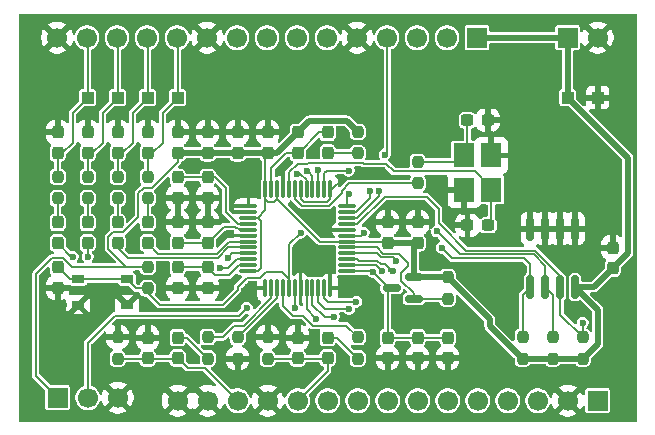
<source format=gbr>
%TF.GenerationSoftware,KiCad,Pcbnew,9.0.1*%
%TF.CreationDate,2025-05-22T01:20:04+01:00*%
%TF.ProjectId,ADAU1701-DSP,41444155-3137-4303-912d-4453502e6b69,rev?*%
%TF.SameCoordinates,Original*%
%TF.FileFunction,Copper,L1,Top*%
%TF.FilePolarity,Positive*%
%FSLAX46Y46*%
G04 Gerber Fmt 4.6, Leading zero omitted, Abs format (unit mm)*
G04 Created by KiCad (PCBNEW 9.0.1) date 2025-05-22 01:20:04*
%MOMM*%
%LPD*%
G01*
G04 APERTURE LIST*
G04 Aperture macros list*
%AMRoundRect*
0 Rectangle with rounded corners*
0 $1 Rounding radius*
0 $2 $3 $4 $5 $6 $7 $8 $9 X,Y pos of 4 corners*
0 Add a 4 corners polygon primitive as box body*
4,1,4,$2,$3,$4,$5,$6,$7,$8,$9,$2,$3,0*
0 Add four circle primitives for the rounded corners*
1,1,$1+$1,$2,$3*
1,1,$1+$1,$4,$5*
1,1,$1+$1,$6,$7*
1,1,$1+$1,$8,$9*
0 Add four rect primitives between the rounded corners*
20,1,$1+$1,$2,$3,$4,$5,0*
20,1,$1+$1,$4,$5,$6,$7,0*
20,1,$1+$1,$6,$7,$8,$9,0*
20,1,$1+$1,$8,$9,$2,$3,0*%
G04 Aperture macros list end*
%TA.AperFunction,SMDPad,CuDef*%
%ADD10RoundRect,0.237500X-0.237500X0.300000X-0.237500X-0.300000X0.237500X-0.300000X0.237500X0.300000X0*%
%TD*%
%TA.AperFunction,SMDPad,CuDef*%
%ADD11RoundRect,0.237500X0.237500X-0.250000X0.237500X0.250000X-0.237500X0.250000X-0.237500X-0.250000X0*%
%TD*%
%TA.AperFunction,SMDPad,CuDef*%
%ADD12RoundRect,0.237500X-0.237500X0.250000X-0.237500X-0.250000X0.237500X-0.250000X0.237500X0.250000X0*%
%TD*%
%TA.AperFunction,SMDPad,CuDef*%
%ADD13RoundRect,0.150000X0.587500X0.150000X-0.587500X0.150000X-0.587500X-0.150000X0.587500X-0.150000X0*%
%TD*%
%TA.AperFunction,SMDPad,CuDef*%
%ADD14RoundRect,0.237500X0.237500X-0.300000X0.237500X0.300000X-0.237500X0.300000X-0.237500X-0.300000X0*%
%TD*%
%TA.AperFunction,ComponentPad*%
%ADD15R,1.000000X1.000000*%
%TD*%
%TA.AperFunction,SMDPad,CuDef*%
%ADD16R,1.800000X2.100000*%
%TD*%
%TA.AperFunction,SMDPad,CuDef*%
%ADD17RoundRect,0.237500X-0.300000X-0.237500X0.300000X-0.237500X0.300000X0.237500X-0.300000X0.237500X0*%
%TD*%
%TA.AperFunction,ComponentPad*%
%ADD18R,1.700000X1.700000*%
%TD*%
%TA.AperFunction,ComponentPad*%
%ADD19C,1.700000*%
%TD*%
%TA.AperFunction,SMDPad,CuDef*%
%ADD20RoundRect,0.150000X-0.150000X0.825000X-0.150000X-0.825000X0.150000X-0.825000X0.150000X0.825000X0*%
%TD*%
%TA.AperFunction,SMDPad,CuDef*%
%ADD21RoundRect,0.075000X0.075000X-0.662500X0.075000X0.662500X-0.075000X0.662500X-0.075000X-0.662500X0*%
%TD*%
%TA.AperFunction,SMDPad,CuDef*%
%ADD22RoundRect,0.075000X0.662500X-0.075000X0.662500X0.075000X-0.662500X0.075000X-0.662500X-0.075000X0*%
%TD*%
%TA.AperFunction,SMDPad,CuDef*%
%ADD23R,1.050000X0.650000*%
%TD*%
%TA.AperFunction,ViaPad*%
%ADD24C,0.600000*%
%TD*%
%TA.AperFunction,Conductor*%
%ADD25C,0.200000*%
%TD*%
%TA.AperFunction,Conductor*%
%ADD26C,0.500000*%
%TD*%
G04 APERTURE END LIST*
D10*
%TO.P,C7,2*%
%TO.N,/DSP_IN_L*%
X165100000Y-131265000D03*
%TO.P,C7,1*%
%TO.N,Net-(C7-Pad1)*%
X165100000Y-129540000D03*
%TD*%
%TO.P,C8,2*%
%TO.N,/DSP_IN_L*%
X162560000Y-131265000D03*
%TO.P,C8,1*%
%TO.N,GND*%
X162560000Y-129540000D03*
%TD*%
D11*
%TO.P,R4,2*%
%TO.N,GND*%
X160020000Y-129490000D03*
%TO.P,R4,1*%
%TO.N,/DSP_IN_L*%
X160020000Y-131315000D03*
%TD*%
D12*
%TO.P,R3,2*%
%TO.N,Net-(C7-Pad1)*%
X167640000Y-131315000D03*
%TO.P,R3,1*%
%TO.N,/ADC0*%
X167640000Y-129490000D03*
%TD*%
%TO.P,R8,2*%
%TO.N,GND*%
X170180000Y-131315000D03*
%TO.P,R8,1*%
%TO.N,/ADC_RES*%
X170180000Y-129490000D03*
%TD*%
D10*
%TO.P,C1,2*%
%TO.N,/DSP_IN_R*%
X177800000Y-131265000D03*
%TO.P,C1,1*%
%TO.N,Net-(C1-Pad1)*%
X177800000Y-129540000D03*
%TD*%
D12*
%TO.P,R1,2*%
%TO.N,Net-(C1-Pad1)*%
X180340000Y-131315000D03*
%TO.P,R1,1*%
%TO.N,/ADC1*%
X180340000Y-129490000D03*
%TD*%
D11*
%TO.P,R5,2*%
%TO.N,GND*%
X172720000Y-129490000D03*
%TO.P,R5,1*%
%TO.N,/DSP_IN_R*%
X172720000Y-131315000D03*
%TD*%
D10*
%TO.P,C9,2*%
%TO.N,/DSP_IN_R*%
X175260000Y-131265000D03*
%TO.P,C9,1*%
%TO.N,GND*%
X175260000Y-129540000D03*
%TD*%
%TO.P,C21,2*%
%TO.N,GND*%
X187960000Y-131265000D03*
%TO.P,C21,1*%
%TO.N,/DVDD*%
X187960000Y-129540000D03*
%TD*%
%TO.P,C23,2*%
%TO.N,GND*%
X182880000Y-131265000D03*
%TO.P,C23,1*%
%TO.N,/DVDD*%
X182880000Y-129540000D03*
%TD*%
%TO.P,C22,2*%
%TO.N,GND*%
X185420000Y-131265000D03*
%TO.P,C22,1*%
%TO.N,/DVDD*%
X185420000Y-129540000D03*
%TD*%
D13*
%TO.P,Q1,3,C*%
%TO.N,/DVDD*%
X183212500Y-125322500D03*
%TO.P,Q1,2,E*%
%TO.N,+3.3V*%
X185087500Y-124372500D03*
%TO.P,Q1,1,B*%
%TO.N,/VDRIVE*%
X185087500Y-126272500D03*
%TD*%
D12*
%TO.P,R7,2*%
%TO.N,/VDRIVE*%
X187960000Y-126235000D03*
%TO.P,R7,1*%
%TO.N,+3.3V*%
X187960000Y-124410000D03*
%TD*%
D14*
%TO.P,C2,1*%
%TO.N,GND*%
X165100000Y-125322500D03*
%TO.P,C2,2*%
%TO.N,/FILTA*%
X165100000Y-123597500D03*
%TD*%
%TO.P,C26,1*%
%TO.N,/OUT1_R*%
X154940000Y-113892500D03*
%TO.P,C26,2*%
%TO.N,GND*%
X154940000Y-112167500D03*
%TD*%
D15*
%TO.P,TP2,1,1*%
%TO.N,GND*%
X200660000Y-109220000D03*
%TD*%
D10*
%TO.P,C24,1*%
%TO.N,Net-(C24-Pad1)*%
X154940000Y-119787500D03*
%TO.P,C24,2*%
%TO.N,/VOUT0*%
X154940000Y-121512500D03*
%TD*%
%TO.P,C20,1*%
%TO.N,GND*%
X165100000Y-119787500D03*
%TO.P,C20,2*%
%TO.N,/FILTD*%
X165100000Y-121512500D03*
%TD*%
D14*
%TO.P,C32,1*%
%TO.N,GND*%
X154940000Y-125322500D03*
%TO.P,C32,2*%
%TO.N,/DSP_RST*%
X154940000Y-123597500D03*
%TD*%
D16*
%TO.P,Y1,1,1*%
%TO.N,/MCLKI*%
X191650000Y-117020000D03*
%TO.P,Y1,2,2*%
%TO.N,GND*%
X191650000Y-114120000D03*
%TO.P,Y1,3,3*%
%TO.N,Net-(C17-Pad1)*%
X189350000Y-114120000D03*
%TO.P,Y1,4,4*%
%TO.N,GND*%
X189350000Y-117020000D03*
%TD*%
D10*
%TO.P,C18,1*%
%TO.N,GND*%
X172720000Y-112167500D03*
%TO.P,C18,2*%
%TO.N,+3.3V*%
X172720000Y-113892500D03*
%TD*%
D11*
%TO.P,R16,1*%
%TO.N,+3.3V*%
X199390000Y-131315000D03*
%TO.P,R16,2*%
%TO.N,/DSP_WP*%
X199390000Y-129490000D03*
%TD*%
D12*
%TO.P,R2,1*%
%TO.N,+3.3V*%
X180340000Y-112117500D03*
%TO.P,R2,2*%
%TO.N,Net-(C6-Pad1)*%
X180340000Y-113942500D03*
%TD*%
D17*
%TO.P,C17,1*%
%TO.N,Net-(C17-Pad1)*%
X189637500Y-111127500D03*
%TO.P,C17,2*%
%TO.N,GND*%
X191362500Y-111127500D03*
%TD*%
D18*
%TO.P,J4,1,Pin_1*%
%TO.N,+3.3V*%
X190452500Y-104140000D03*
D19*
%TO.P,J4,2,Pin_2*%
%TO.N,/DSP_SDA*%
X187912500Y-104140000D03*
%TO.P,J4,3,Pin_3*%
%TO.N,/DSP_SCL*%
X185372500Y-104140000D03*
%TO.P,J4,4,Pin_4*%
%TO.N,/DSP_RST*%
X182832500Y-104140000D03*
%TO.P,J4,5,Pin_5*%
%TO.N,GND*%
X180292500Y-104140000D03*
%TO.P,J4,6,Pin_6*%
%TO.N,/MP9*%
X177752500Y-104140000D03*
%TO.P,J4,7,Pin_7*%
%TO.N,/MP8*%
X175212500Y-104140000D03*
%TO.P,J4,8,Pin_8*%
%TO.N,/MP3*%
X172672500Y-104140000D03*
%TO.P,J4,9,Pin_9*%
%TO.N,/MP2*%
X170132500Y-104140000D03*
%TO.P,J4,10,Pin_10*%
%TO.N,GND*%
X167592500Y-104140000D03*
%TO.P,J4,11,Pin_11*%
%TO.N,/OUT2_L*%
X165052500Y-104140000D03*
%TO.P,J4,12,Pin_12*%
%TO.N,/OUT2_R*%
X162512500Y-104140000D03*
%TO.P,J4,13,Pin_13*%
%TO.N,/OUT1_L*%
X159972500Y-104140000D03*
%TO.P,J4,14,Pin_14*%
%TO.N,/OUT1_R*%
X157432500Y-104140000D03*
%TO.P,J4,15,Pin_15*%
%TO.N,GND*%
X154892500Y-104140000D03*
%TD*%
D15*
%TO.P,TP5,1,1*%
%TO.N,/OUT1_L*%
X160020000Y-109220000D03*
%TD*%
D18*
%TO.P,J5,1,Pin_1*%
%TO.N,/DSP_WP*%
X200660000Y-134874000D03*
D19*
%TO.P,J5,2,Pin_2*%
%TO.N,GND*%
X198120000Y-134874000D03*
%TO.P,J5,3,Pin_3*%
%TO.N,/MP11*%
X195580000Y-134874000D03*
%TO.P,J5,4,Pin_4*%
%TO.N,/MP10*%
X193040000Y-134874000D03*
%TO.P,J5,5,Pin_5*%
%TO.N,/MP6*%
X190500000Y-134874000D03*
%TO.P,J5,6,Pin_6*%
%TO.N,/MP7*%
X187960000Y-134874000D03*
%TO.P,J5,7,Pin_7*%
%TO.N,/MP0*%
X185420000Y-134874000D03*
%TO.P,J5,8,Pin_8*%
%TO.N,/MP1*%
X182880000Y-134874000D03*
%TO.P,J5,9,Pin_9*%
%TO.N,/MP5*%
X180340000Y-134874000D03*
%TO.P,J5,10,Pin_10*%
%TO.N,/MP4*%
X177800000Y-134874000D03*
%TO.P,J5,11,Pin_11*%
%TO.N,/DSP_IN_R*%
X175260000Y-134874000D03*
%TO.P,J5,12,Pin_12*%
%TO.N,GND*%
X172720000Y-134874000D03*
%TO.P,J5,13,Pin_13*%
%TO.N,/DSP_IN_L*%
X170180000Y-134874000D03*
%TO.P,J5,14,Pin_14*%
%TO.N,GND*%
X167640000Y-134874000D03*
%TO.P,J5,15,Pin_15*%
X165100000Y-134874000D03*
%TD*%
D11*
%TO.P,R12,1*%
%TO.N,Net-(C28-Pad1)*%
X157480000Y-117752500D03*
%TO.P,R12,2*%
%TO.N,/OUT1_L*%
X157480000Y-115927500D03*
%TD*%
D14*
%TO.P,C27,1*%
%TO.N,/OUT2_R*%
X160020000Y-113892500D03*
%TO.P,C27,2*%
%TO.N,GND*%
X160020000Y-112167500D03*
%TD*%
D12*
%TO.P,R11,1*%
%TO.N,+3.3V*%
X162560000Y-123547500D03*
%TO.P,R11,2*%
%TO.N,/DSP_RST*%
X162560000Y-125372500D03*
%TD*%
D14*
%TO.P,C30,1*%
%TO.N,/OUT1_L*%
X157480000Y-113892500D03*
%TO.P,C30,2*%
%TO.N,GND*%
X157480000Y-112167500D03*
%TD*%
D10*
%TO.P,C16,1*%
%TO.N,GND*%
X170180000Y-112167500D03*
%TO.P,C16,2*%
%TO.N,+3.3V*%
X170180000Y-113892500D03*
%TD*%
D14*
%TO.P,C31,1*%
%TO.N,/OUT2_L*%
X162560000Y-113892500D03*
%TO.P,C31,2*%
%TO.N,GND*%
X162560000Y-112167500D03*
%TD*%
D10*
%TO.P,C28,1*%
%TO.N,Net-(C28-Pad1)*%
X157480000Y-119787500D03*
%TO.P,C28,2*%
%TO.N,/VOUT1*%
X157480000Y-121512500D03*
%TD*%
D14*
%TO.P,C13,1*%
%TO.N,GND*%
X167640000Y-117702500D03*
%TO.P,C13,2*%
%TO.N,/CM*%
X167640000Y-115977500D03*
%TD*%
D15*
%TO.P,TP3,1,1*%
%TO.N,/OUT1_R*%
X157480000Y-109220000D03*
%TD*%
D10*
%TO.P,C25,1*%
%TO.N,Net-(C25-Pad1)*%
X160020000Y-119787500D03*
%TO.P,C25,2*%
%TO.N,/VOUT2*%
X160020000Y-121512500D03*
%TD*%
D18*
%TO.P,J3,1,Pin_1*%
%TO.N,+3.3V*%
X154940000Y-134620000D03*
D19*
%TO.P,J3,2,Pin_2*%
%TO.N,/SBOOT*%
X157480000Y-134620000D03*
%TO.P,J3,3,Pin_3*%
%TO.N,GND*%
X160020000Y-134620000D03*
%TD*%
D20*
%TO.P,U2,1,A0*%
%TO.N,GND*%
X198755000Y-120307500D03*
%TO.P,U2,2,A1*%
X197485000Y-120307500D03*
%TO.P,U2,3,A2*%
X196215000Y-120307500D03*
%TO.P,U2,4,VSS*%
X194945000Y-120307500D03*
%TO.P,U2,5,SDA*%
%TO.N,/DSP_SDA*%
X194945000Y-125257500D03*
%TO.P,U2,6,SCL*%
%TO.N,/DSP_SCL*%
X196215000Y-125257500D03*
%TO.P,U2,7,WP*%
%TO.N,/DSP_WP*%
X197485000Y-125257500D03*
%TO.P,U2,8,VDD*%
%TO.N,+3.3V*%
X198755000Y-125257500D03*
%TD*%
D15*
%TO.P,TP6,1,1*%
%TO.N,/OUT2_L*%
X165100000Y-109220000D03*
%TD*%
D10*
%TO.P,C19,1*%
%TO.N,GND*%
X167640000Y-119787500D03*
%TO.P,C19,2*%
%TO.N,/FILTD*%
X167640000Y-121512500D03*
%TD*%
D14*
%TO.P,C33,1*%
%TO.N,+3.3V*%
X201930000Y-123645000D03*
%TO.P,C33,2*%
%TO.N,GND*%
X201930000Y-121920000D03*
%TD*%
D11*
%TO.P,R13,1*%
%TO.N,Net-(C29-Pad1)*%
X162560000Y-117752500D03*
%TO.P,R13,2*%
%TO.N,/OUT2_L*%
X162560000Y-115927500D03*
%TD*%
D10*
%TO.P,C5,1*%
%TO.N,GND*%
X165100000Y-112167500D03*
%TO.P,C5,2*%
%TO.N,+3.3V*%
X165100000Y-113892500D03*
%TD*%
D21*
%TO.P,U1,1,AGND*%
%TO.N,GND*%
X172510000Y-125320500D03*
%TO.P,U1,2,ADC0*%
%TO.N,/ADC0*%
X173010000Y-125320500D03*
%TO.P,U1,3,ADC_RES*%
%TO.N,/ADC_RES*%
X173510000Y-125320500D03*
%TO.P,U1,4,ADC1*%
%TO.N,/ADC1*%
X174010000Y-125320500D03*
%TO.P,U1,5,~{RESET}*%
%TO.N,/DSP_RST*%
X174510000Y-125320500D03*
%TO.P,U1,6,SELFBOOT*%
%TO.N,/SBOOT*%
X175010000Y-125320500D03*
%TO.P,U1,7,ADDR0*%
%TO.N,GND*%
X175510000Y-125320500D03*
%TO.P,U1,8,MP4*%
%TO.N,/MP4*%
X176010000Y-125320500D03*
%TO.P,U1,9,MP5*%
%TO.N,/MP5*%
X176510000Y-125320500D03*
%TO.P,U1,10,MP1*%
%TO.N,/MP1*%
X177010000Y-125320500D03*
%TO.P,U1,11,MP0*%
%TO.N,/MP0*%
X177510000Y-125320500D03*
%TO.P,U1,12,DGND*%
%TO.N,GND*%
X178010000Y-125320500D03*
D22*
%TO.P,U1,13,DVDD*%
%TO.N,/DVDD*%
X179422500Y-123908000D03*
%TO.P,U1,14,MP7*%
%TO.N,/MP7*%
X179422500Y-123408000D03*
%TO.P,U1,15,MP6*%
%TO.N,/MP6*%
X179422500Y-122908000D03*
%TO.P,U1,16,MP10*%
%TO.N,/MP10*%
X179422500Y-122408000D03*
%TO.P,U1,17,VDRIVE*%
%TO.N,/VDRIVE*%
X179422500Y-121908000D03*
%TO.P,U1,18,IOVDD*%
%TO.N,+3.3V*%
X179422500Y-121408000D03*
%TO.P,U1,19,MP11*%
%TO.N,/MP11*%
X179422500Y-120908000D03*
%TO.P,U1,20,ADDR1/CDATA/WB*%
%TO.N,GND*%
X179422500Y-120408000D03*
%TO.P,U1,21,CLATCH/WP*%
%TO.N,/DSP_WP*%
X179422500Y-119908000D03*
%TO.P,U1,22,SDA/COUT*%
%TO.N,/DSP_SDA*%
X179422500Y-119408000D03*
%TO.P,U1,23,SCL/CCLK*%
%TO.N,/DSP_SCL*%
X179422500Y-118908000D03*
%TO.P,U1,24,DVDD*%
%TO.N,/DVDD*%
X179422500Y-118408000D03*
D21*
%TO.P,U1,25,DGND*%
%TO.N,GND*%
X178010000Y-116995500D03*
%TO.P,U1,26,MP9*%
%TO.N,/MP9*%
X177510000Y-116995500D03*
%TO.P,U1,27,MP8*%
%TO.N,/MP8*%
X177010000Y-116995500D03*
%TO.P,U1,28,MP3*%
%TO.N,/MP3*%
X176510000Y-116995500D03*
%TO.P,U1,29,MP2*%
%TO.N,/MP2*%
X176010000Y-116995500D03*
%TO.P,U1,30,RSVD*%
%TO.N,GND*%
X175510000Y-116995500D03*
%TO.P,U1,31,OSCO*%
%TO.N,/OSCO*%
X175010000Y-116995500D03*
%TO.P,U1,32,MCLKI*%
%TO.N,/MCLKI*%
X174510000Y-116995500D03*
%TO.P,U1,33,PGND*%
%TO.N,GND*%
X174010000Y-116995500D03*
%TO.P,U1,34,PVDD*%
%TO.N,+3.3V*%
X173510000Y-116995500D03*
%TO.P,U1,35,PLL_LF*%
%TO.N,/PLL_LF*%
X173010000Y-116995500D03*
%TO.P,U1,36,AVDD*%
%TO.N,+3.3V*%
X172510000Y-116995500D03*
D22*
%TO.P,U1,37,AGND*%
%TO.N,GND*%
X171097500Y-118408000D03*
%TO.P,U1,38,PLL_MODE0*%
X171097500Y-118908000D03*
%TO.P,U1,39,PLL_MODE1*%
%TO.N,+3.3V*%
X171097500Y-119408000D03*
%TO.P,U1,40,CM*%
%TO.N,/CM*%
X171097500Y-119908000D03*
%TO.P,U1,41,FILTD*%
%TO.N,/FILTD*%
X171097500Y-120408000D03*
%TO.P,U1,42,AGND*%
%TO.N,GND*%
X171097500Y-120908000D03*
%TO.P,U1,43,VOUT3*%
%TO.N,/VOUT3*%
X171097500Y-121408000D03*
%TO.P,U1,44,VOUT2*%
%TO.N,/VOUT2*%
X171097500Y-121908000D03*
%TO.P,U1,45,VOUT1*%
%TO.N,/VOUT1*%
X171097500Y-122408000D03*
%TO.P,U1,46,VOUT0*%
%TO.N,/VOUT0*%
X171097500Y-122908000D03*
%TO.P,U1,47,FILTA*%
%TO.N,/FILTA*%
X171097500Y-123408000D03*
%TO.P,U1,48,AVDD*%
%TO.N,+3.3V*%
X171097500Y-123908000D03*
%TD*%
D10*
%TO.P,C11,1*%
%TO.N,GND*%
X167640000Y-112167500D03*
%TO.P,C11,2*%
%TO.N,+3.3V*%
X167640000Y-113892500D03*
%TD*%
D15*
%TO.P,TP1,1,1*%
%TO.N,+3.3V*%
X198120000Y-109220000D03*
%TD*%
D11*
%TO.P,R10,1*%
%TO.N,Net-(C25-Pad1)*%
X160020000Y-117752500D03*
%TO.P,R10,2*%
%TO.N,/OUT2_R*%
X160020000Y-115927500D03*
%TD*%
%TO.P,R9,1*%
%TO.N,Net-(C24-Pad1)*%
X154940000Y-117752500D03*
%TO.P,R9,2*%
%TO.N,/OUT1_R*%
X154940000Y-115927500D03*
%TD*%
D14*
%TO.P,C15,1*%
%TO.N,+3.3V*%
X182880000Y-121512500D03*
%TO.P,C15,2*%
%TO.N,GND*%
X182880000Y-119787500D03*
%TD*%
D11*
%TO.P,R6,1*%
%TO.N,/OSCO*%
X185420000Y-116482500D03*
%TO.P,R6,2*%
%TO.N,Net-(C17-Pad1)*%
X185420000Y-114657500D03*
%TD*%
D23*
%TO.P,SW1,1,1*%
%TO.N,/DSP_RST*%
X156675000Y-124605000D03*
X160825000Y-124605000D03*
%TO.P,SW1,2,2*%
%TO.N,GND*%
X156675000Y-126755000D03*
X160825000Y-126755000D03*
%TD*%
D11*
%TO.P,R15,1*%
%TO.N,+3.3V*%
X196850000Y-131315000D03*
%TO.P,R15,2*%
%TO.N,/DSP_SCL*%
X196850000Y-129490000D03*
%TD*%
D14*
%TO.P,C3,1*%
%TO.N,GND*%
X167640000Y-125322500D03*
%TO.P,C3,2*%
%TO.N,/FILTA*%
X167640000Y-123597500D03*
%TD*%
D18*
%TO.P,J2,1,Pin_1*%
%TO.N,+3.3V*%
X198120000Y-104140000D03*
D19*
%TO.P,J2,2,Pin_2*%
%TO.N,GND*%
X200660000Y-104140000D03*
%TD*%
D14*
%TO.P,C14,1*%
%TO.N,GND*%
X165100000Y-117702500D03*
%TO.P,C14,2*%
%TO.N,/CM*%
X165100000Y-115977500D03*
%TD*%
D15*
%TO.P,TP4,1,1*%
%TO.N,/OUT2_R*%
X162560000Y-109220000D03*
%TD*%
D11*
%TO.P,R14,1*%
%TO.N,+3.3V*%
X194310000Y-131315000D03*
%TO.P,R14,2*%
%TO.N,/DSP_SDA*%
X194310000Y-129490000D03*
%TD*%
D14*
%TO.P,C6,1*%
%TO.N,Net-(C6-Pad1)*%
X177800000Y-113892500D03*
%TO.P,C6,2*%
%TO.N,/PLL_LF*%
X177800000Y-112167500D03*
%TD*%
D17*
%TO.P,C12,1*%
%TO.N,GND*%
X189637500Y-120017500D03*
%TO.P,C12,2*%
%TO.N,/MCLKI*%
X191362500Y-120017500D03*
%TD*%
D14*
%TO.P,C10,1*%
%TO.N,+3.3V*%
X185420000Y-121512500D03*
%TO.P,C10,2*%
%TO.N,GND*%
X185420000Y-119787500D03*
%TD*%
D10*
%TO.P,C29,1*%
%TO.N,Net-(C29-Pad1)*%
X162560000Y-119787500D03*
%TO.P,C29,2*%
%TO.N,/VOUT3*%
X162560000Y-121512500D03*
%TD*%
D14*
%TO.P,C4,1*%
%TO.N,/PLL_LF*%
X175260000Y-113892500D03*
%TO.P,C4,2*%
%TO.N,+3.3V*%
X175260000Y-112167500D03*
%TD*%
D24*
%TO.N,GND*%
X152400000Y-102870000D03*
X152400000Y-104140000D03*
X152400000Y-105410000D03*
X203200000Y-135890000D03*
X203200000Y-134620000D03*
X203200000Y-133350000D03*
X193040000Y-102870000D03*
X194310000Y-102870000D03*
X195580000Y-102870000D03*
X199390000Y-106680000D03*
X200660000Y-106680000D03*
X201930000Y-106680000D03*
X201930000Y-107950000D03*
X201930000Y-111760000D03*
X201930000Y-110490000D03*
X201930000Y-109220000D03*
X203200000Y-109220000D03*
X203200000Y-104140000D03*
X203200000Y-102870000D03*
X203200000Y-105410000D03*
X203200000Y-106680000D03*
X203200000Y-107950000D03*
X203200000Y-110490000D03*
X203200000Y-111760000D03*
X203200000Y-113030000D03*
X199390000Y-118110000D03*
X198120000Y-118110000D03*
X196850000Y-118110000D03*
X195580000Y-118110000D03*
X193040000Y-119380000D03*
X193040000Y-120650000D03*
X186690000Y-123190000D03*
X200660000Y-121920000D03*
X203200000Y-129540000D03*
X203200000Y-128270000D03*
X203200000Y-127000000D03*
X203200000Y-125730000D03*
X203200000Y-124460000D03*
X201930000Y-125730000D03*
X201930000Y-127000000D03*
X201930000Y-128270000D03*
X201930000Y-129540000D03*
X201930000Y-130810000D03*
X203200000Y-130810000D03*
X203200000Y-132080000D03*
X201930000Y-132080000D03*
X195580000Y-132080000D03*
X198120000Y-132080000D03*
X186690000Y-132080000D03*
X189230000Y-132080000D03*
X191770000Y-132080000D03*
X186690000Y-128270000D03*
X184150000Y-128270000D03*
X179832000Y-124968000D03*
X161290000Y-128270000D03*
X163830000Y-129540000D03*
X163830000Y-128270000D03*
X165100000Y-128270000D03*
X166370000Y-128270000D03*
X167640000Y-128270000D03*
X168910000Y-128270000D03*
X173990000Y-128270000D03*
X179070000Y-132080000D03*
X176530000Y-132080000D03*
X173990000Y-132080000D03*
X171450000Y-132080000D03*
X168910000Y-132080000D03*
X162560000Y-135890000D03*
X162560000Y-134620000D03*
X162560000Y-133350000D03*
X163830000Y-132080000D03*
X161290000Y-132080000D03*
X160020000Y-125730000D03*
X157480000Y-125730000D03*
X158750000Y-125730000D03*
X158750000Y-127000000D03*
X157480000Y-128270000D03*
X156210000Y-128270000D03*
X156210000Y-129540000D03*
X156210000Y-130810000D03*
X154940000Y-130810000D03*
X154940000Y-129540000D03*
X154940000Y-128270000D03*
X153670000Y-127000000D03*
X153670000Y-128270000D03*
X153670000Y-129540000D03*
X153670000Y-130810000D03*
X153670000Y-132080000D03*
X152400000Y-135890000D03*
X152400000Y-134620000D03*
X152400000Y-133350000D03*
X152400000Y-132080000D03*
X152400000Y-130810000D03*
X152400000Y-129540000D03*
X152400000Y-128270000D03*
X152400000Y-127000000D03*
X152400000Y-125730000D03*
X152400000Y-124460000D03*
X152400000Y-123190000D03*
X153670000Y-121920000D03*
X152400000Y-121920000D03*
X152400000Y-120650000D03*
X153670000Y-114300000D03*
X153670000Y-115570000D03*
X153670000Y-119380000D03*
X153670000Y-118110000D03*
X152400000Y-118110000D03*
X152400000Y-119380000D03*
X152400000Y-116840000D03*
X152400000Y-114300000D03*
X152400000Y-115570000D03*
X152400000Y-113030000D03*
X152400000Y-111760000D03*
X152400000Y-109220000D03*
X152400000Y-106680000D03*
X152400000Y-107950000D03*
X152400000Y-110490000D03*
X171069000Y-125984000D03*
X171069000Y-125222000D03*
X153670000Y-110490000D03*
X153670000Y-109220000D03*
X154940000Y-109220000D03*
X154940000Y-107950000D03*
X153670000Y-107950000D03*
X153670000Y-106680000D03*
X154940000Y-106680000D03*
X156210000Y-106680000D03*
X158750000Y-106680000D03*
X161290000Y-106680000D03*
X163830000Y-106680000D03*
X168910000Y-109220000D03*
X167640000Y-109220000D03*
X166370000Y-109220000D03*
X166370000Y-110490000D03*
X168910000Y-110490000D03*
X171450000Y-110490000D03*
X171450000Y-109220000D03*
X170180000Y-109220000D03*
X170180000Y-107950000D03*
X168910000Y-107950000D03*
X167640000Y-107950000D03*
X166370000Y-107950000D03*
X166370000Y-106680000D03*
X167640000Y-106680000D03*
X168910000Y-106680000D03*
X170180000Y-106680000D03*
X171450000Y-106680000D03*
X171450000Y-107950000D03*
X172720000Y-107950000D03*
X172720000Y-109220000D03*
X173990000Y-109220000D03*
X173990000Y-110490000D03*
X177800000Y-109220000D03*
X177800000Y-107950000D03*
X177800000Y-106680000D03*
X180340000Y-106680000D03*
X180340000Y-107950000D03*
X180340000Y-109220000D03*
X180340000Y-110490000D03*
X181610000Y-113030000D03*
X181610000Y-111760000D03*
X181610000Y-110490000D03*
X181610000Y-109220000D03*
X181610000Y-107950000D03*
X181610000Y-106680000D03*
X184150000Y-106680000D03*
X184150000Y-107950000D03*
X184150000Y-109220000D03*
X184150000Y-110490000D03*
X184150000Y-111760000D03*
X186690000Y-113030000D03*
X186690000Y-111760000D03*
X187960000Y-111760000D03*
X187960000Y-110490000D03*
X186690000Y-110490000D03*
X186690000Y-109220000D03*
X187960000Y-109220000D03*
X189230000Y-109220000D03*
X190500000Y-109220000D03*
X191770000Y-109220000D03*
X191770000Y-107950000D03*
X190500000Y-107950000D03*
X189230000Y-107950000D03*
X187960000Y-107950000D03*
X186690000Y-107950000D03*
X186690000Y-106680000D03*
X189230000Y-106680000D03*
X191770000Y-106680000D03*
X194310000Y-105410000D03*
X195580000Y-105410000D03*
X193040000Y-105410000D03*
X193040000Y-106680000D03*
X194310000Y-106680000D03*
X195580000Y-106680000D03*
X195580000Y-107950000D03*
X194310000Y-107950000D03*
X193040000Y-107950000D03*
X193040000Y-109220000D03*
X194310000Y-109220000D03*
X195580000Y-109220000D03*
X200660000Y-120650000D03*
X201930000Y-119380000D03*
X201930000Y-118110000D03*
X200660000Y-118110000D03*
X200660000Y-119380000D03*
X200660000Y-116840000D03*
X201930000Y-116840000D03*
X201930000Y-115570000D03*
X200660000Y-115570000D03*
X200660000Y-114300000D03*
X198120000Y-111760000D03*
X196850000Y-111760000D03*
X196850000Y-113030000D03*
X198120000Y-113030000D03*
X199390000Y-113030000D03*
X199390000Y-114300000D03*
X198120000Y-114300000D03*
X196850000Y-114300000D03*
X198120000Y-115570000D03*
X196850000Y-115570000D03*
X199390000Y-115570000D03*
X199390000Y-116840000D03*
X198120000Y-116840000D03*
X196850000Y-116840000D03*
X195580000Y-116840000D03*
X195580000Y-115570000D03*
X195580000Y-114300000D03*
X195580000Y-113030000D03*
X195580000Y-111760000D03*
X195580000Y-110490000D03*
X194310000Y-110490000D03*
X194310000Y-111760000D03*
X194310000Y-113030000D03*
X194310000Y-114300000D03*
X194310000Y-115570000D03*
X194310000Y-116840000D03*
X194310000Y-118110000D03*
X193040000Y-128270000D03*
X191770000Y-127000000D03*
X193040000Y-127000000D03*
X193040000Y-125730000D03*
X191770000Y-125730000D03*
X190500000Y-125730000D03*
X190500000Y-124460000D03*
X191770000Y-124460000D03*
X193040000Y-124460000D03*
X181610000Y-128270000D03*
X181610000Y-127000000D03*
X181610000Y-125730000D03*
X179070000Y-125730000D03*
X176530000Y-121920000D03*
X175260000Y-121920000D03*
X175260000Y-123190000D03*
X176530000Y-123190000D03*
X177800000Y-123190000D03*
X177800000Y-120650000D03*
X177800000Y-119380000D03*
X171450000Y-115570000D03*
X168910000Y-115570000D03*
X170180000Y-115570000D03*
X170180000Y-116840000D03*
X171450000Y-116840000D03*
X169418000Y-120777000D03*
%TO.N,/MP11*%
X180848000Y-120650000D03*
%TO.N,/DSP_WP*%
X199390000Y-128270000D03*
%TO.N,/DSP_SDA*%
X187452000Y-121920000D03*
%TO.N,/DSP_SCL*%
X187046014Y-120547986D03*
%TO.N,/DSP_SDA*%
X182161265Y-117137265D03*
%TO.N,/DSP_SCL*%
X181356000Y-117094000D03*
%TO.N,/DSP_RST*%
X182626000Y-114046000D03*
X175514000Y-120650000D03*
%TO.N,GND*%
X179070000Y-116078000D03*
X173990000Y-115062000D03*
%TO.N,/MP2*%
X175228265Y-115688265D03*
%TO.N,/MP3*%
X176063631Y-115406676D03*
%TO.N,/MP8*%
X176976732Y-115330999D03*
%TO.N,/MP9*%
X179578000Y-115408000D03*
%TO.N,/MP10*%
X183574485Y-123028000D03*
%TO.N,/MP6*%
X183296000Y-123940943D03*
%TO.N,/MP7*%
X182415265Y-123908735D03*
%TO.N,/DVDD*%
X179578000Y-117348000D03*
X181610000Y-123952000D03*
%TO.N,/MP0*%
X180213000Y-126492000D03*
%TO.N,/MP1*%
X179613000Y-127105723D03*
%TO.N,/MP5*%
X178308000Y-127762000D03*
%TO.N,/MP4*%
X176784000Y-127924000D03*
%TO.N,/SBOOT*%
X170942000Y-127000000D03*
X175006000Y-127000000D03*
%TO.N,/VOUT0*%
X156210000Y-122682000D03*
X168699265Y-123654735D03*
%TO.N,/VOUT1*%
X157480000Y-122682000D03*
X169337389Y-122808000D03*
%TO.N,GND*%
X185420000Y-132588000D03*
X175260000Y-128270000D03*
X172720000Y-128270000D03*
X166370000Y-117702500D03*
X163830000Y-117702500D03*
X163830000Y-119787500D03*
X182880000Y-118364000D03*
X185420000Y-118364000D03*
X192786000Y-111127500D03*
X193294000Y-114046000D03*
X191650000Y-112268000D03*
X187706000Y-117020000D03*
X189350000Y-118872000D03*
X188214000Y-120017500D03*
X201930000Y-120650000D03*
X198755000Y-118618000D03*
X197485000Y-118618000D03*
X196215000Y-118618000D03*
X194945000Y-118618000D03*
X187960000Y-132588000D03*
X182880000Y-132588000D03*
X170180000Y-132588000D03*
X166370000Y-125322500D03*
X163830000Y-125322500D03*
X162560000Y-128270000D03*
X160020000Y-128270000D03*
X162052000Y-126755000D03*
X155448000Y-126746000D03*
X153670000Y-125322500D03*
X166370000Y-119787500D03*
X172720000Y-110744000D03*
X170180000Y-110744000D03*
X167640000Y-110744000D03*
X165100000Y-110744000D03*
X162560000Y-110744000D03*
X160020000Y-110744000D03*
X157480000Y-110744000D03*
X154940000Y-110744000D03*
%TD*%
D25*
%TO.N,GND*%
X169549000Y-120908000D02*
X169418000Y-120777000D01*
X171097500Y-120908000D02*
X169549000Y-120908000D01*
X174010000Y-115082000D02*
X173990000Y-115062000D01*
X174010000Y-116995500D02*
X174010000Y-115082000D01*
X178042000Y-120408000D02*
X177800000Y-120650000D01*
X179422500Y-120408000D02*
X178042000Y-120408000D01*
D26*
X162560000Y-112167500D02*
X162560000Y-110744000D01*
X157480000Y-112167500D02*
X157480000Y-110744000D01*
D25*
X171167500Y-125320500D02*
X171069000Y-125222000D01*
X172510000Y-125320500D02*
X171167500Y-125320500D01*
D26*
X160020000Y-112167500D02*
X160020000Y-110744000D01*
D25*
%TO.N,/MP5*%
X176510000Y-126800057D02*
X176510000Y-125320500D01*
X177546000Y-127836057D02*
X176510000Y-126800057D01*
X178233943Y-127836057D02*
X177546000Y-127836057D01*
X178308000Y-127762000D02*
X178233943Y-127836057D01*
%TO.N,/MP1*%
X177010000Y-126536735D02*
X177010000Y-125320500D01*
X179613000Y-127105723D02*
X177578988Y-127105723D01*
X177578988Y-127105723D02*
X177010000Y-126536735D01*
%TO.N,/MP0*%
X177510000Y-126188205D02*
X177510000Y-125320500D01*
X177813795Y-126492000D02*
X177510000Y-126188205D01*
X180213000Y-126492000D02*
X177813795Y-126492000D01*
%TO.N,/MP3*%
X176063631Y-115406676D02*
X176160530Y-115503575D01*
X176189244Y-115503575D02*
X176510000Y-115824331D01*
X176160530Y-115503575D02*
X176189244Y-115503575D01*
X176510000Y-115824331D02*
X176510000Y-116995500D01*
%TO.N,/MP8*%
X177010000Y-115474388D02*
X177010000Y-116995500D01*
X176976732Y-115441120D02*
X177010000Y-115474388D01*
X176976732Y-115330999D02*
X176976732Y-115441120D01*
%TO.N,/MCLKI*%
X191650000Y-116870000D02*
X191650000Y-117020000D01*
X190251000Y-115471000D02*
X191650000Y-116870000D01*
X183388000Y-115471000D02*
X190251000Y-115471000D01*
X182725000Y-114808000D02*
X183388000Y-115471000D01*
X180848000Y-114808000D02*
X182725000Y-114808000D01*
X180771000Y-114731000D02*
X180848000Y-114808000D01*
X176022000Y-114808000D02*
X176099000Y-114731000D01*
X174510000Y-115558000D02*
X175260000Y-114808000D01*
X175260000Y-114808000D02*
X176022000Y-114808000D01*
X174510000Y-116995500D02*
X174510000Y-115558000D01*
X176099000Y-114731000D02*
X180771000Y-114731000D01*
%TO.N,/MP2*%
X175474089Y-115688265D02*
X175228265Y-115688265D01*
X176010000Y-116224176D02*
X175474089Y-115688265D01*
X176010000Y-116995500D02*
X176010000Y-116224176D01*
%TO.N,/FILTD*%
X171048500Y-120359000D02*
X171097500Y-120408000D01*
X170277176Y-120359000D02*
X171048500Y-120359000D01*
X170064138Y-120236000D02*
X170154176Y-120236000D01*
X169010500Y-120142000D02*
X169970138Y-120142000D01*
X169970138Y-120142000D02*
X170064138Y-120236000D01*
X167640000Y-121512500D02*
X169010500Y-120142000D01*
X170154176Y-120236000D02*
X170277176Y-120359000D01*
%TO.N,/CM*%
X168301500Y-115977500D02*
X167640000Y-115977500D01*
X169164000Y-118872000D02*
X169164000Y-116840000D01*
X170200000Y-119908000D02*
X169164000Y-118872000D01*
X169164000Y-116840000D02*
X168301500Y-115977500D01*
X171097500Y-119908000D02*
X170200000Y-119908000D01*
X165100000Y-115977500D02*
X167640000Y-115977500D01*
%TO.N,+3.3V*%
X153069000Y-132749000D02*
X153069000Y-131733000D01*
X154940000Y-134620000D02*
X153069000Y-132749000D01*
X153069000Y-124162866D02*
X153069000Y-131733000D01*
X154472866Y-122759000D02*
X153069000Y-124162866D01*
X155407134Y-122759000D02*
X154472866Y-122759000D01*
X156195634Y-123547500D02*
X155407134Y-122759000D01*
X162560000Y-123547500D02*
X156195634Y-123547500D01*
X165100000Y-114671866D02*
X165100000Y-113892500D01*
X162931866Y-116840000D02*
X165100000Y-114671866D01*
X162216866Y-116840000D02*
X162931866Y-116840000D01*
X161784000Y-117272866D02*
X162216866Y-116840000D01*
X161784000Y-119329134D02*
X161784000Y-117272866D01*
X160487134Y-120626000D02*
X161784000Y-119329134D01*
X159600866Y-120626000D02*
X160487134Y-120626000D01*
X159244000Y-120982866D02*
X159600866Y-120626000D01*
X159244000Y-122042134D02*
X159244000Y-120982866D01*
X160749366Y-123547500D02*
X159244000Y-122042134D01*
X162560000Y-123547500D02*
X160749366Y-123547500D01*
%TO.N,Net-(C29-Pad1)*%
X162560000Y-119787500D02*
X162560000Y-117752500D01*
%TO.N,/DSP_RST*%
X156675000Y-124605000D02*
X160825000Y-124605000D01*
X155947500Y-124605000D02*
X154940000Y-123597500D01*
X156675000Y-124605000D02*
X155947500Y-124605000D01*
%TO.N,/OUT2_L*%
X165100000Y-109220000D02*
X165100000Y-104187500D01*
X165100000Y-104187500D02*
X165052500Y-104140000D01*
%TO.N,/OUT2_R*%
X162560000Y-104187500D02*
X162512500Y-104140000D01*
X162560000Y-109220000D02*
X162560000Y-104187500D01*
%TO.N,/OUT1_L*%
X160020000Y-104187500D02*
X159972500Y-104140000D01*
X160020000Y-109220000D02*
X160020000Y-104187500D01*
%TO.N,/OUT1_R*%
X157480000Y-104187500D02*
X157432500Y-104140000D01*
X157480000Y-109220000D02*
X157480000Y-104187500D01*
%TO.N,/MP11*%
X180590000Y-120908000D02*
X180848000Y-120650000D01*
X179422500Y-120908000D02*
X180590000Y-120908000D01*
%TO.N,/DSP_WP*%
X199390000Y-129490000D02*
X199390000Y-128270000D01*
%TO.N,/DSP_SDA*%
X194945000Y-123317000D02*
X194945000Y-125257500D01*
X188362000Y-122830000D02*
X194458000Y-122830000D01*
X194458000Y-122830000D02*
X194945000Y-123317000D01*
X187452000Y-121920000D02*
X188362000Y-122830000D01*
%TO.N,/DSP_SCL*%
X189000028Y-122502000D02*
X187046014Y-120547986D01*
X195240637Y-122502000D02*
X189000028Y-122502000D01*
X196215000Y-123476363D02*
X195240637Y-122502000D01*
X196215000Y-125257500D02*
X196215000Y-123476363D01*
%TO.N,/DSP_WP*%
X195376499Y-122174000D02*
X197485000Y-124282501D01*
X187470279Y-120123721D02*
X189520557Y-122174000D01*
X187198000Y-119851443D02*
X187470279Y-120123721D01*
X186182000Y-117602000D02*
X187198000Y-118618000D01*
X182626000Y-117602000D02*
X186182000Y-117602000D01*
X180320000Y-119908000D02*
X182626000Y-117602000D01*
X197485000Y-124282501D02*
X197485000Y-125257500D01*
X187198000Y-118618000D02*
X187198000Y-119851443D01*
X189520557Y-122174000D02*
X195376499Y-122174000D01*
X179422500Y-119908000D02*
X180320000Y-119908000D01*
%TO.N,/DSP_SDA*%
X194310000Y-125892500D02*
X194945000Y-125257500D01*
X194310000Y-129490000D02*
X194310000Y-125892500D01*
%TO.N,/DSP_SCL*%
X196850000Y-125892500D02*
X196215000Y-125257500D01*
X196850000Y-129490000D02*
X196850000Y-125892500D01*
%TO.N,/DSP_WP*%
X197485000Y-127585000D02*
X197485000Y-125257500D01*
X199390000Y-129490000D02*
X197485000Y-127585000D01*
%TO.N,/DSP_SDA*%
X182161265Y-117558735D02*
X182161265Y-117137265D01*
X180312000Y-119408000D02*
X182161265Y-117558735D01*
X179422500Y-119408000D02*
X180312000Y-119408000D01*
%TO.N,/DSP_SCL*%
X181356000Y-117745824D02*
X181356000Y-117094000D01*
X180193824Y-118908000D02*
X181356000Y-117745824D01*
X179422500Y-118908000D02*
X180193824Y-118908000D01*
%TO.N,/DSP_RST*%
X182832500Y-113839500D02*
X182832500Y-104140000D01*
X182626000Y-114046000D02*
X182832500Y-113839500D01*
X174510000Y-121654000D02*
X175514000Y-120650000D01*
X174510000Y-125320500D02*
X174510000Y-121654000D01*
%TO.N,Net-(C6-Pad1)*%
X180290000Y-113892500D02*
X180340000Y-113942500D01*
X177800000Y-113892500D02*
X180290000Y-113892500D01*
%TO.N,/PLL_LF*%
X177085500Y-112167500D02*
X177800000Y-112167500D01*
X175360500Y-113892500D02*
X177085500Y-112167500D01*
X175260000Y-113892500D02*
X175360500Y-113892500D01*
X174309557Y-113892500D02*
X175260000Y-113892500D01*
X173010000Y-115192057D02*
X174309557Y-113892500D01*
X173010000Y-116995500D02*
X173010000Y-115192057D01*
%TO.N,/OSCO*%
X178977000Y-117099058D02*
X179593557Y-116482500D01*
X178977000Y-117299824D02*
X178977000Y-117099058D01*
X177914824Y-118362000D02*
X178977000Y-117299824D01*
X175605176Y-118362000D02*
X177914824Y-118362000D01*
X175010000Y-117766824D02*
X175605176Y-118362000D01*
X179593557Y-116482500D02*
X185420000Y-116482500D01*
X175010000Y-116995500D02*
X175010000Y-117766824D01*
%TO.N,GND*%
X178010000Y-117766824D02*
X178010000Y-116995500D01*
X175777176Y-118034000D02*
X177742824Y-118034000D01*
X175510000Y-117766824D02*
X175777176Y-118034000D01*
X175510000Y-116995500D02*
X175510000Y-117766824D01*
X177742824Y-118034000D02*
X178010000Y-117766824D01*
X178152500Y-116995500D02*
X179070000Y-116078000D01*
X178010000Y-116995500D02*
X178152500Y-116995500D01*
%TO.N,/MP9*%
X177708000Y-115408000D02*
X177510000Y-115606000D01*
X179578000Y-115408000D02*
X177708000Y-115408000D01*
X177510000Y-116995500D02*
X177510000Y-115606000D01*
%TO.N,/MCLKI*%
X191650000Y-119730000D02*
X191362500Y-120017500D01*
X191650000Y-117020000D02*
X191650000Y-119730000D01*
%TO.N,Net-(C17-Pad1)*%
X189637500Y-113832500D02*
X189350000Y-114120000D01*
X189637500Y-111127500D02*
X189637500Y-113832500D01*
X188812500Y-114657500D02*
X189350000Y-114120000D01*
X185420000Y-114657500D02*
X188812500Y-114657500D01*
%TO.N,/DVDD*%
X179422500Y-117503500D02*
X179422500Y-118408000D01*
X179578000Y-117348000D02*
X179422500Y-117503500D01*
%TO.N,/MP10*%
X183302485Y-122756000D02*
X183574485Y-123028000D01*
X182354004Y-122756000D02*
X183302485Y-122756000D01*
X182006004Y-122408000D02*
X182354004Y-122756000D01*
X179422500Y-122408000D02*
X182006004Y-122408000D01*
%TO.N,/VDRIVE*%
X181969866Y-121908000D02*
X179422500Y-121908000D01*
X183847500Y-122428000D02*
X182489866Y-122428000D01*
X184609500Y-123471032D02*
X184609500Y-123190000D01*
X185087500Y-125751968D02*
X184049000Y-124713468D01*
X184049000Y-124713468D02*
X184049000Y-124031532D01*
X184049000Y-124031532D02*
X184609500Y-123471032D01*
X184609500Y-123190000D02*
X183847500Y-122428000D01*
X182489866Y-122428000D02*
X181969866Y-121908000D01*
X185087500Y-126272500D02*
X185087500Y-125751968D01*
%TO.N,/MP6*%
X183016265Y-123940943D02*
X183296000Y-123940943D01*
X183016265Y-123659792D02*
X183016265Y-123940943D01*
X181225195Y-123023000D02*
X181993392Y-123023000D01*
X180484000Y-123080000D02*
X181168195Y-123080000D01*
X182278127Y-123307735D02*
X182664208Y-123307735D01*
X180312000Y-122908000D02*
X180484000Y-123080000D01*
X182664208Y-123307735D02*
X183016265Y-123659792D01*
X179422500Y-122908000D02*
X180312000Y-122908000D01*
X181168195Y-123080000D02*
X181225195Y-123023000D01*
X181993392Y-123023000D02*
X182278127Y-123307735D01*
%TO.N,/MP7*%
X181361057Y-123351000D02*
X181857530Y-123351000D01*
X181857530Y-123351000D02*
X182415265Y-123908735D01*
X181304057Y-123408000D02*
X181361057Y-123351000D01*
X179422500Y-123408000D02*
X181304057Y-123408000D01*
%TO.N,/VDRIVE*%
X185125000Y-126235000D02*
X185087500Y-126272500D01*
X187960000Y-126235000D02*
X185125000Y-126235000D01*
D26*
%TO.N,+3.3V*%
X187922500Y-124372500D02*
X187960000Y-124410000D01*
X185087500Y-124372500D02*
X187922500Y-124372500D01*
X191517500Y-128522500D02*
X194310000Y-131315000D01*
X191517500Y-127967500D02*
X191517500Y-128522500D01*
X187960000Y-124410000D02*
X191517500Y-127967500D01*
D25*
%TO.N,/DVDD*%
X181610000Y-123952000D02*
X181566000Y-123908000D01*
X181566000Y-123908000D02*
X179422500Y-123908000D01*
X182980500Y-125322500D02*
X181610000Y-123952000D01*
X183212500Y-125322500D02*
X182980500Y-125322500D01*
X182880000Y-125655000D02*
X182880000Y-129540000D01*
X183212500Y-125322500D02*
X182880000Y-125655000D01*
X182880000Y-129540000D02*
X187960000Y-129540000D01*
%TO.N,/MP4*%
X176784000Y-127924000D02*
X176010000Y-127150000D01*
X176010000Y-127150000D02*
X176010000Y-125320500D01*
%TO.N,/ADC1*%
X174010000Y-126853943D02*
X174010000Y-125320500D01*
X174825057Y-127669000D02*
X174010000Y-126853943D01*
X176530000Y-128524000D02*
X175675000Y-127669000D01*
X175675000Y-127669000D02*
X174825057Y-127669000D01*
X179374000Y-128524000D02*
X176530000Y-128524000D01*
X180340000Y-129490000D02*
X179374000Y-128524000D01*
%TO.N,Net-(C1-Pad1)*%
X178565000Y-129540000D02*
X180340000Y-131315000D01*
X177800000Y-129540000D02*
X178565000Y-129540000D01*
%TO.N,/DSP_IN_R*%
X177345000Y-131265000D02*
X177295000Y-131315000D01*
X177295000Y-131315000D02*
X172720000Y-131315000D01*
X177800000Y-131265000D02*
X177345000Y-131265000D01*
X177800000Y-132334000D02*
X177800000Y-131265000D01*
X175260000Y-134874000D02*
X177800000Y-132334000D01*
%TO.N,/DSP_IN_L*%
X167409500Y-132103500D02*
X170180000Y-134874000D01*
X165100000Y-131265000D02*
X165938500Y-132103500D01*
X165938500Y-132103500D02*
X167409500Y-132103500D01*
X165050000Y-131315000D02*
X165100000Y-131265000D01*
X160020000Y-131315000D02*
X165050000Y-131315000D01*
%TO.N,Net-(C7-Pad1)*%
X165865000Y-129540000D02*
X167640000Y-131315000D01*
X165100000Y-129540000D02*
X165865000Y-129540000D01*
%TO.N,/SBOOT*%
X170273000Y-127669000D02*
X170942000Y-127000000D01*
X157480000Y-129960057D02*
X159771057Y-127669000D01*
X159771057Y-127669000D02*
X170273000Y-127669000D01*
X157480000Y-134620000D02*
X157480000Y-129960057D01*
X175010000Y-126996000D02*
X175006000Y-127000000D01*
X175010000Y-125320500D02*
X175010000Y-126996000D01*
%TO.N,/DSP_RST*%
X170180000Y-125222000D02*
X170942000Y-124460000D01*
X170180000Y-125476000D02*
X170180000Y-125222000D01*
X162560000Y-125730000D02*
X162560000Y-125372500D01*
X163576000Y-126746000D02*
X162560000Y-125730000D01*
X170180000Y-125476000D02*
X168910000Y-126746000D01*
X172099176Y-124460000D02*
X170942000Y-124460000D01*
X168910000Y-126746000D02*
X163576000Y-126746000D01*
X173912824Y-123952000D02*
X172607176Y-123952000D01*
X172607176Y-123952000D02*
X172099176Y-124460000D01*
X174510000Y-124549176D02*
X173912824Y-123952000D01*
X174510000Y-125320500D02*
X174510000Y-124549176D01*
%TO.N,/ADC_RES*%
X173510000Y-125320500D02*
X173510000Y-126160000D01*
X173510000Y-126160000D02*
X170180000Y-129490000D01*
%TO.N,/ADC0*%
X168924366Y-129490000D02*
X167640000Y-129490000D01*
X169893297Y-128521069D02*
X168924366Y-129490000D01*
X170685069Y-128521069D02*
X169893297Y-128521069D01*
X173010000Y-125320500D02*
X173010000Y-126196138D01*
X173010000Y-126196138D02*
X170685069Y-128521069D01*
%TO.N,/DSP_RST*%
X162560000Y-125372500D02*
X161592500Y-125372500D01*
X161592500Y-125372500D02*
X160825000Y-124605000D01*
%TO.N,/FILTA*%
X170326176Y-123408000D02*
X171097500Y-123408000D01*
X169478441Y-124255735D02*
X170326176Y-123408000D01*
X168298235Y-124255735D02*
X169478441Y-124255735D01*
X167640000Y-123597500D02*
X168298235Y-124255735D01*
%TO.N,/VOUT0*%
X156109500Y-122682000D02*
X154940000Y-121512500D01*
X156210000Y-122682000D02*
X156109500Y-122682000D01*
X169340597Y-123654735D02*
X168699265Y-123654735D01*
X170087332Y-122908000D02*
X169340597Y-123654735D01*
X171097500Y-122908000D02*
X170087332Y-122908000D01*
%TO.N,/VOUT1*%
X157480000Y-122682000D02*
X157480000Y-121512500D01*
X169737389Y-122408000D02*
X169337389Y-122808000D01*
X171097500Y-122408000D02*
X169737389Y-122408000D01*
%TO.N,/VOUT2*%
X160859000Y-122759000D02*
X160020000Y-121920000D01*
X160020000Y-121920000D02*
X160020000Y-121512500D01*
X168537862Y-122759000D02*
X160859000Y-122759000D01*
X169388862Y-121908000D02*
X168537862Y-122759000D01*
X171097500Y-121908000D02*
X169388862Y-121908000D01*
%TO.N,/VOUT3*%
X168402000Y-122431000D02*
X169425000Y-121408000D01*
X169425000Y-121408000D02*
X171097500Y-121408000D01*
X163478500Y-122431000D02*
X168402000Y-122431000D01*
X162560000Y-121512500D02*
X163478500Y-122431000D01*
%TO.N,/FILTA*%
X165100000Y-123597500D02*
X167640000Y-123597500D01*
%TO.N,/FILTD*%
X165100000Y-121512500D02*
X167640000Y-121512500D01*
%TO.N,Net-(C25-Pad1)*%
X160020000Y-117752500D02*
X160020000Y-119787500D01*
%TO.N,Net-(C28-Pad1)*%
X157480000Y-117752500D02*
X157480000Y-119787500D01*
%TO.N,Net-(C24-Pad1)*%
X154940000Y-117752500D02*
X154940000Y-119787500D01*
%TO.N,/OUT2_L*%
X162560000Y-113892500D02*
X162560000Y-115927500D01*
%TO.N,/OUT2_R*%
X160020000Y-113892500D02*
X160020000Y-115927500D01*
%TO.N,/OUT1_L*%
X157480000Y-113892500D02*
X157480000Y-115927500D01*
%TO.N,/OUT1_R*%
X154940000Y-113892500D02*
X154940000Y-115927500D01*
%TO.N,/OUT2_L*%
X163830000Y-110490000D02*
X165100000Y-109220000D01*
X162967500Y-113892500D02*
X163830000Y-113030000D01*
X162560000Y-113892500D02*
X162967500Y-113892500D01*
X163830000Y-113030000D02*
X163830000Y-110490000D01*
%TO.N,/OUT2_R*%
X160427500Y-113892500D02*
X160020000Y-113892500D01*
X161290000Y-113030000D02*
X160427500Y-113892500D01*
X161290000Y-113030000D02*
X161290000Y-110490000D01*
X161290000Y-110490000D02*
X162560000Y-109220000D01*
%TO.N,/OUT1_L*%
X157887500Y-113892500D02*
X158750000Y-113030000D01*
X157480000Y-113892500D02*
X157887500Y-113892500D01*
X158750000Y-110490000D02*
X160020000Y-109220000D01*
X158750000Y-113030000D02*
X158750000Y-110490000D01*
%TO.N,/OUT1_R*%
X156210000Y-110490000D02*
X157480000Y-109220000D01*
X155347500Y-113892500D02*
X156210000Y-113030000D01*
X154940000Y-113892500D02*
X155347500Y-113892500D01*
X156210000Y-113030000D02*
X156210000Y-110490000D01*
D26*
%TO.N,+3.3V*%
X194310000Y-131315000D02*
X199390000Y-131315000D01*
D25*
X172510000Y-118766824D02*
X172510000Y-116995500D01*
X171868824Y-119408000D02*
X172510000Y-118766824D01*
X173510000Y-117766824D02*
X173510000Y-116995500D01*
X177151176Y-121408000D02*
X173510000Y-117766824D01*
X179422500Y-121408000D02*
X177151176Y-121408000D01*
D26*
X203200000Y-122375000D02*
X201930000Y-123645000D01*
X203200000Y-114300000D02*
X203200000Y-122375000D01*
X198120000Y-109220000D02*
X203200000Y-114300000D01*
X180340000Y-112117500D02*
X179401500Y-111179000D01*
X179401500Y-111179000D02*
X176248500Y-111179000D01*
X176248500Y-111179000D02*
X175260000Y-112167500D01*
X198120000Y-104140000D02*
X190452500Y-104140000D01*
X198120000Y-104140000D02*
X198120000Y-109220000D01*
X200660000Y-130045000D02*
X199390000Y-131315000D01*
X200660000Y-127162500D02*
X200660000Y-130045000D01*
X198755000Y-125257500D02*
X200660000Y-127162500D01*
X200317500Y-125257500D02*
X201930000Y-123645000D01*
X198755000Y-125257500D02*
X200317500Y-125257500D01*
X185420000Y-121512500D02*
X182880000Y-121512500D01*
X185087500Y-121845000D02*
X185420000Y-121512500D01*
X185087500Y-124372500D02*
X185087500Y-121845000D01*
D25*
X182775500Y-121408000D02*
X182880000Y-121512500D01*
X179422500Y-121408000D02*
X182775500Y-121408000D01*
X171868824Y-119408000D02*
X171097500Y-119408000D01*
X172136000Y-120675176D02*
X172136000Y-119675176D01*
X172136000Y-123640824D02*
X172136000Y-120675176D01*
X171868824Y-123908000D02*
X172136000Y-123640824D01*
X172136000Y-119675176D02*
X171868824Y-119408000D01*
X171097500Y-123908000D02*
X171868824Y-123908000D01*
X172510000Y-114102500D02*
X172720000Y-113892500D01*
X172510000Y-116995500D02*
X172510000Y-114102500D01*
X172777176Y-118034000D02*
X172510000Y-117766824D01*
X173242824Y-118034000D02*
X172777176Y-118034000D01*
X173510000Y-117766824D02*
X173242824Y-118034000D01*
X172510000Y-117766824D02*
X172510000Y-116995500D01*
D26*
X173535000Y-113892500D02*
X175260000Y-112167500D01*
X172720000Y-113892500D02*
X173535000Y-113892500D01*
X165100000Y-113892500D02*
X172720000Y-113892500D01*
%TD*%
%TA.AperFunction,Conductor*%
%TO.N,GND*%
G36*
X186500968Y-120394671D02*
G01*
X186539824Y-120452740D01*
X186545514Y-120489871D01*
X186545514Y-120613878D01*
X186551338Y-120635614D01*
X186579622Y-120741173D01*
X186600466Y-120777275D01*
X186645514Y-120855300D01*
X186738700Y-120948486D01*
X186797060Y-120982180D01*
X186850503Y-121013036D01*
X186852828Y-121014378D01*
X186980122Y-121048486D01*
X186980124Y-121048486D01*
X187070181Y-121048486D01*
X187099621Y-121057130D01*
X187129608Y-121063654D01*
X187134623Y-121067408D01*
X187137220Y-121068171D01*
X187157862Y-121084805D01*
X187318193Y-121245136D01*
X187351678Y-121306459D01*
X187346694Y-121376151D01*
X187304822Y-121432084D01*
X187262611Y-121452590D01*
X187258816Y-121453606D01*
X187258814Y-121453607D01*
X187144686Y-121519500D01*
X187144683Y-121519502D01*
X187051502Y-121612683D01*
X187051500Y-121612686D01*
X186985608Y-121726812D01*
X186955637Y-121838669D01*
X186951500Y-121854108D01*
X186951500Y-121985892D01*
X186960499Y-122019476D01*
X186985608Y-122113187D01*
X187009259Y-122154151D01*
X187051500Y-122227314D01*
X187144686Y-122320500D01*
X187258814Y-122386392D01*
X187386108Y-122420500D01*
X187386110Y-122420500D01*
X187476167Y-122420500D01*
X187543206Y-122440185D01*
X187563848Y-122456819D01*
X188121540Y-123014511D01*
X188177489Y-123070460D01*
X188177491Y-123070461D01*
X188177495Y-123070464D01*
X188223669Y-123097122D01*
X188246011Y-123110021D01*
X188322438Y-123130500D01*
X188401562Y-123130500D01*
X194282167Y-123130500D01*
X194349206Y-123150185D01*
X194369848Y-123166819D01*
X194608181Y-123405152D01*
X194641666Y-123466475D01*
X194644500Y-123492833D01*
X194644500Y-124039502D01*
X194624815Y-124106541D01*
X194592555Y-124140418D01*
X194588516Y-124143301D01*
X194505803Y-124226014D01*
X194454426Y-124331108D01*
X194444500Y-124399239D01*
X194444500Y-125281667D01*
X194424815Y-125348706D01*
X194408181Y-125369348D01*
X194069541Y-125707987D01*
X194069535Y-125707995D01*
X194029982Y-125776504D01*
X194029979Y-125776509D01*
X194021970Y-125806400D01*
X194009898Y-125851455D01*
X194009500Y-125852939D01*
X194009500Y-128710022D01*
X193989815Y-128777061D01*
X193937011Y-128822816D01*
X193926455Y-128827063D01*
X193865524Y-128848383D01*
X193865523Y-128848384D01*
X193759289Y-128926788D01*
X193759288Y-128926789D01*
X193680884Y-129033023D01*
X193637274Y-129157650D01*
X193634500Y-129187239D01*
X193634500Y-129703035D01*
X193614815Y-129770074D01*
X193562011Y-129815829D01*
X193492853Y-129825773D01*
X193429297Y-129796748D01*
X193422819Y-129790716D01*
X192004319Y-128372216D01*
X191970834Y-128310893D01*
X191968000Y-128284535D01*
X191968000Y-127908193D01*
X191968000Y-127908191D01*
X191937299Y-127793614D01*
X191937299Y-127793613D01*
X191937299Y-127793612D01*
X191877992Y-127690889D01*
X191877988Y-127690884D01*
X188671819Y-124484715D01*
X188638334Y-124423392D01*
X188635500Y-124397034D01*
X188635500Y-124107239D01*
X188632725Y-124077650D01*
X188598502Y-123979849D01*
X188589116Y-123953025D01*
X188587075Y-123950260D01*
X188510711Y-123846789D01*
X188510710Y-123846788D01*
X188404476Y-123768384D01*
X188279848Y-123724774D01*
X188279849Y-123724774D01*
X188250260Y-123722000D01*
X188250256Y-123722000D01*
X187669744Y-123722000D01*
X187669740Y-123722000D01*
X187640150Y-123724774D01*
X187515523Y-123768384D01*
X187409290Y-123846787D01*
X187400663Y-123858477D01*
X187392861Y-123869049D01*
X187390953Y-123871634D01*
X187335306Y-123913884D01*
X187291183Y-123922000D01*
X185887052Y-123922000D01*
X185860159Y-123919049D01*
X185845803Y-123915859D01*
X185776393Y-123881927D01*
X185708260Y-123872000D01*
X185648390Y-123872000D01*
X185635107Y-123869049D01*
X185615949Y-123858477D01*
X185594961Y-123852315D01*
X185585964Y-123841932D01*
X185573932Y-123835293D01*
X185563530Y-123816042D01*
X185549206Y-123799511D01*
X185545571Y-123782804D01*
X185540718Y-123773822D01*
X185541468Y-123763943D01*
X185538000Y-123748000D01*
X185538000Y-122374500D01*
X185557685Y-122307461D01*
X185610489Y-122261706D01*
X185662000Y-122250500D01*
X185710260Y-122250500D01*
X185739849Y-122247725D01*
X185763766Y-122239356D01*
X185864475Y-122204116D01*
X185970711Y-122125711D01*
X186049116Y-122019475D01*
X186092725Y-121894849D01*
X186095292Y-121867477D01*
X186095500Y-121865260D01*
X186095500Y-121159739D01*
X186092725Y-121130150D01*
X186049116Y-121005525D01*
X186045436Y-121000539D01*
X185980504Y-120912559D01*
X185956535Y-120846931D01*
X185971851Y-120778761D01*
X186015180Y-120733388D01*
X186118037Y-120669945D01*
X186239944Y-120548038D01*
X186239947Y-120548034D01*
X186315976Y-120424774D01*
X186367924Y-120378049D01*
X186436886Y-120366828D01*
X186500968Y-120394671D01*
G37*
%TD.AperFunction*%
%TA.AperFunction,Conductor*%
G36*
X164374303Y-123079185D02*
G01*
X164420058Y-123131989D01*
X164430002Y-123201147D01*
X164428409Y-123209955D01*
X164427274Y-123215149D01*
X164424500Y-123244739D01*
X164424500Y-123950260D01*
X164427274Y-123979849D01*
X164470883Y-124104474D01*
X164497411Y-124140418D01*
X164535328Y-124191795D01*
X164539494Y-124197439D01*
X164563464Y-124263068D01*
X164548148Y-124331238D01*
X164504821Y-124376610D01*
X164401962Y-124440054D01*
X164280055Y-124561961D01*
X164280052Y-124561965D01*
X164189551Y-124708688D01*
X164189546Y-124708699D01*
X164135319Y-124872347D01*
X164125000Y-124973345D01*
X164125000Y-125072500D01*
X166074999Y-125072500D01*
X166074999Y-124973360D01*
X166074998Y-124973345D01*
X166064680Y-124872347D01*
X166010453Y-124708699D01*
X166010448Y-124708688D01*
X165919947Y-124561965D01*
X165919944Y-124561961D01*
X165798038Y-124440055D01*
X165798034Y-124440052D01*
X165695179Y-124376610D01*
X165648454Y-124324662D01*
X165637233Y-124255700D01*
X165660506Y-124197439D01*
X165729116Y-124104475D01*
X165760242Y-124015523D01*
X165772307Y-123981045D01*
X165813029Y-123924269D01*
X165877982Y-123898522D01*
X165889348Y-123898000D01*
X166850652Y-123898000D01*
X166917691Y-123917685D01*
X166963446Y-123970489D01*
X166967693Y-123981045D01*
X167010883Y-124104473D01*
X167010884Y-124104475D01*
X167079103Y-124196909D01*
X167079494Y-124197439D01*
X167103464Y-124263068D01*
X167088148Y-124331238D01*
X167044821Y-124376610D01*
X166941962Y-124440054D01*
X166820055Y-124561961D01*
X166820052Y-124561965D01*
X166729551Y-124708688D01*
X166729546Y-124708699D01*
X166675319Y-124872347D01*
X166665000Y-124973345D01*
X166665000Y-125072500D01*
X168614999Y-125072500D01*
X168614999Y-124973360D01*
X168614998Y-124973345D01*
X168604680Y-124872347D01*
X168553946Y-124719239D01*
X168551544Y-124649410D01*
X168587276Y-124589369D01*
X168649797Y-124558176D01*
X168671652Y-124556235D01*
X169518001Y-124556235D01*
X169518003Y-124556235D01*
X169594430Y-124535756D01*
X169662952Y-124496195D01*
X169718901Y-124440246D01*
X170025857Y-124133289D01*
X170087176Y-124099807D01*
X170156867Y-124104791D01*
X170212801Y-124146662D01*
X170216636Y-124152082D01*
X170236375Y-124181624D01*
X170266525Y-124201769D01*
X170327505Y-124242515D01*
X170327508Y-124242515D01*
X170327509Y-124242516D01*
X170367686Y-124250507D01*
X170407867Y-124258500D01*
X170419162Y-124258499D01*
X170486199Y-124278180D01*
X170531957Y-124330981D01*
X170541905Y-124400139D01*
X170512884Y-124463696D01*
X170506847Y-124470180D01*
X169995489Y-124981540D01*
X169939541Y-125037487D01*
X169939535Y-125037495D01*
X169899982Y-125106004D01*
X169899979Y-125106009D01*
X169879500Y-125182439D01*
X169879500Y-125300167D01*
X169859815Y-125367206D01*
X169843181Y-125387848D01*
X168821848Y-126409181D01*
X168760525Y-126442666D01*
X168734167Y-126445500D01*
X168385275Y-126445500D01*
X168318236Y-126425815D01*
X168272481Y-126373011D01*
X168262537Y-126303853D01*
X168291562Y-126240297D01*
X168320177Y-126215962D01*
X168338037Y-126204945D01*
X168459944Y-126083038D01*
X168459947Y-126083034D01*
X168550448Y-125936311D01*
X168550453Y-125936300D01*
X168604680Y-125772652D01*
X168614999Y-125671654D01*
X168615000Y-125671641D01*
X168615000Y-125572500D01*
X166665001Y-125572500D01*
X166665001Y-125671654D01*
X166675319Y-125772652D01*
X166729546Y-125936300D01*
X166729551Y-125936311D01*
X166820052Y-126083034D01*
X166820055Y-126083038D01*
X166941962Y-126204945D01*
X166959823Y-126215962D01*
X167006547Y-126267910D01*
X167017768Y-126336873D01*
X166989924Y-126400955D01*
X166931855Y-126439810D01*
X166894725Y-126445500D01*
X165845275Y-126445500D01*
X165778236Y-126425815D01*
X165732481Y-126373011D01*
X165722537Y-126303853D01*
X165751562Y-126240297D01*
X165780177Y-126215962D01*
X165798037Y-126204945D01*
X165919944Y-126083038D01*
X165919947Y-126083034D01*
X166010448Y-125936311D01*
X166010453Y-125936300D01*
X166064680Y-125772652D01*
X166074999Y-125671654D01*
X166075000Y-125671641D01*
X166075000Y-125572500D01*
X164125001Y-125572500D01*
X164125001Y-125671654D01*
X164135319Y-125772652D01*
X164189546Y-125936300D01*
X164189551Y-125936311D01*
X164280052Y-126083034D01*
X164280055Y-126083038D01*
X164401962Y-126204945D01*
X164419823Y-126215962D01*
X164466547Y-126267910D01*
X164477768Y-126336873D01*
X164449924Y-126400955D01*
X164391855Y-126439810D01*
X164354725Y-126445500D01*
X163751833Y-126445500D01*
X163684794Y-126425815D01*
X163664152Y-126409181D01*
X163217077Y-125962106D01*
X163183592Y-125900783D01*
X163187717Y-125833468D01*
X163189112Y-125829479D01*
X163189116Y-125829475D01*
X163232725Y-125704849D01*
X163234700Y-125683785D01*
X163235500Y-125675260D01*
X163235500Y-125069739D01*
X163232725Y-125040150D01*
X163189115Y-124915523D01*
X163110711Y-124809289D01*
X163110710Y-124809288D01*
X163004476Y-124730884D01*
X162879848Y-124687274D01*
X162879849Y-124687274D01*
X162850260Y-124684500D01*
X162850256Y-124684500D01*
X162269744Y-124684500D01*
X162269740Y-124684500D01*
X162240150Y-124687274D01*
X162115523Y-124730884D01*
X162009289Y-124809288D01*
X162009288Y-124809289D01*
X161930884Y-124915523D01*
X161930884Y-124915524D01*
X161905189Y-124988955D01*
X161891570Y-125007942D01*
X161881861Y-125029203D01*
X161871584Y-125035806D01*
X161864467Y-125045731D01*
X161842743Y-125054342D01*
X161823083Y-125066977D01*
X161803916Y-125069732D01*
X161799514Y-125071478D01*
X161788148Y-125072000D01*
X161768333Y-125072000D01*
X161701294Y-125052315D01*
X161680652Y-125035681D01*
X161586819Y-124941848D01*
X161553334Y-124880525D01*
X161550500Y-124854167D01*
X161550500Y-124260249D01*
X161550499Y-124260247D01*
X161538868Y-124201770D01*
X161538867Y-124201769D01*
X161494552Y-124135447D01*
X161428228Y-124091131D01*
X161417193Y-124086560D01*
X161362790Y-124042719D01*
X161340726Y-123976424D01*
X161358006Y-123908725D01*
X161409144Y-123861115D01*
X161464647Y-123848000D01*
X161788148Y-123848000D01*
X161855187Y-123867685D01*
X161900942Y-123920489D01*
X161905189Y-123931045D01*
X161930884Y-124004475D01*
X161930884Y-124004476D01*
X162009288Y-124110710D01*
X162009289Y-124110711D01*
X162115523Y-124189115D01*
X162115524Y-124189115D01*
X162115525Y-124189116D01*
X162240151Y-124232725D01*
X162240150Y-124232725D01*
X162269740Y-124235500D01*
X162269744Y-124235500D01*
X162850260Y-124235500D01*
X162879849Y-124232725D01*
X162899022Y-124226016D01*
X163004475Y-124189116D01*
X163110711Y-124110711D01*
X163189116Y-124004475D01*
X163232725Y-123879849D01*
X163235500Y-123850256D01*
X163235500Y-123244744D01*
X163233392Y-123222267D01*
X163232725Y-123215149D01*
X163231591Y-123209955D01*
X163236520Y-123140259D01*
X163278346Y-123084292D01*
X163343791Y-123059823D01*
X163352736Y-123059500D01*
X164307264Y-123059500D01*
X164374303Y-123079185D01*
G37*
%TD.AperFunction*%
%TA.AperFunction,Conductor*%
G36*
X164343834Y-115955517D02*
G01*
X164399767Y-115997389D01*
X164424184Y-116062853D01*
X164424500Y-116071699D01*
X164424500Y-116330260D01*
X164427274Y-116359849D01*
X164470883Y-116484474D01*
X164539494Y-116577439D01*
X164563464Y-116643068D01*
X164548148Y-116711238D01*
X164504821Y-116756610D01*
X164401962Y-116820054D01*
X164280055Y-116941961D01*
X164280052Y-116941965D01*
X164189551Y-117088688D01*
X164189546Y-117088699D01*
X164135319Y-117252347D01*
X164125000Y-117353345D01*
X164125000Y-117452500D01*
X166074999Y-117452500D01*
X166074999Y-117353360D01*
X166074998Y-117353345D01*
X166064680Y-117252347D01*
X166010453Y-117088699D01*
X166010448Y-117088688D01*
X165919947Y-116941965D01*
X165919944Y-116941961D01*
X165798038Y-116820055D01*
X165798034Y-116820052D01*
X165695179Y-116756610D01*
X165648454Y-116704662D01*
X165637233Y-116635700D01*
X165660506Y-116577439D01*
X165729116Y-116484475D01*
X165764108Y-116384475D01*
X165772307Y-116361045D01*
X165813029Y-116304269D01*
X165877982Y-116278522D01*
X165889348Y-116278000D01*
X166850652Y-116278000D01*
X166917691Y-116297685D01*
X166963446Y-116350489D01*
X166967693Y-116361045D01*
X167010883Y-116484473D01*
X167010884Y-116484475D01*
X167037506Y-116520547D01*
X167079494Y-116577439D01*
X167103464Y-116643068D01*
X167088148Y-116711238D01*
X167044821Y-116756610D01*
X166941962Y-116820054D01*
X166820055Y-116941961D01*
X166820052Y-116941965D01*
X166729551Y-117088688D01*
X166729546Y-117088699D01*
X166675319Y-117252347D01*
X166665000Y-117353345D01*
X166665000Y-117452500D01*
X168614999Y-117452500D01*
X168614999Y-117353360D01*
X168614998Y-117353345D01*
X168604680Y-117252347D01*
X168550453Y-117088699D01*
X168550448Y-117088688D01*
X168459947Y-116941965D01*
X168459944Y-116941961D01*
X168338038Y-116820055D01*
X168338034Y-116820052D01*
X168235179Y-116756610D01*
X168188454Y-116704662D01*
X168177233Y-116635700D01*
X168200502Y-116577443D01*
X168232128Y-116534591D01*
X168287770Y-116492344D01*
X168357426Y-116486885D01*
X168418976Y-116519951D01*
X168419576Y-116520547D01*
X168827181Y-116928152D01*
X168860666Y-116989475D01*
X168863500Y-117015833D01*
X168863500Y-118911562D01*
X168874158Y-118951337D01*
X168883979Y-118987989D01*
X168917955Y-119046839D01*
X168923541Y-119056512D01*
X168923541Y-119056513D01*
X169496848Y-119629819D01*
X169530333Y-119691142D01*
X169525349Y-119760833D01*
X169483478Y-119816767D01*
X169418013Y-119841184D01*
X169409167Y-119841500D01*
X168970938Y-119841500D01*
X168894510Y-119861978D01*
X168825989Y-119901539D01*
X168726347Y-120001182D01*
X168665024Y-120034666D01*
X168638666Y-120037500D01*
X166665001Y-120037500D01*
X166665001Y-120136654D01*
X166675319Y-120237652D01*
X166729546Y-120401300D01*
X166729551Y-120401311D01*
X166820052Y-120548034D01*
X166820055Y-120548038D01*
X166941960Y-120669943D01*
X167044820Y-120733388D01*
X167091544Y-120785336D01*
X167102767Y-120854299D01*
X167079494Y-120912560D01*
X167010883Y-121005526D01*
X166967693Y-121128955D01*
X166926971Y-121185731D01*
X166862018Y-121211478D01*
X166850652Y-121212000D01*
X165889348Y-121212000D01*
X165822309Y-121192315D01*
X165776554Y-121139511D01*
X165772307Y-121128955D01*
X165744149Y-121048486D01*
X165729116Y-121005525D01*
X165660504Y-120912559D01*
X165636535Y-120846931D01*
X165651851Y-120778761D01*
X165695180Y-120733388D01*
X165798037Y-120669945D01*
X165919944Y-120548038D01*
X165919947Y-120548034D01*
X166010448Y-120401311D01*
X166010453Y-120401300D01*
X166064680Y-120237652D01*
X166074999Y-120136654D01*
X166075000Y-120136641D01*
X166075000Y-120037500D01*
X164125001Y-120037500D01*
X164125001Y-120136654D01*
X164135319Y-120237652D01*
X164189546Y-120401300D01*
X164189551Y-120401311D01*
X164280052Y-120548034D01*
X164280055Y-120548038D01*
X164401960Y-120669943D01*
X164504820Y-120733388D01*
X164551544Y-120785336D01*
X164562767Y-120854299D01*
X164539494Y-120912560D01*
X164470883Y-121005525D01*
X164427274Y-121130150D01*
X164424500Y-121159739D01*
X164424500Y-121865260D01*
X164427274Y-121894849D01*
X164427275Y-121894851D01*
X164452012Y-121965545D01*
X164455574Y-122035324D01*
X164420846Y-122095951D01*
X164358852Y-122128179D01*
X164334971Y-122130500D01*
X163654333Y-122130500D01*
X163587294Y-122110815D01*
X163566652Y-122094181D01*
X163271819Y-121799348D01*
X163238334Y-121738025D01*
X163235500Y-121711667D01*
X163235500Y-121159739D01*
X163232725Y-121130150D01*
X163204853Y-121050499D01*
X163189116Y-121005525D01*
X163187320Y-121003092D01*
X163110711Y-120899289D01*
X163110710Y-120899288D01*
X163004476Y-120820884D01*
X162879848Y-120777274D01*
X162879849Y-120777274D01*
X162850260Y-120774500D01*
X162850256Y-120774500D01*
X162269744Y-120774500D01*
X162269740Y-120774500D01*
X162240150Y-120777274D01*
X162115523Y-120820884D01*
X162009289Y-120899288D01*
X162009288Y-120899289D01*
X161930884Y-121005523D01*
X161887274Y-121130150D01*
X161884500Y-121159739D01*
X161884500Y-121865260D01*
X161887274Y-121894849D01*
X161930884Y-122019476D01*
X162000045Y-122113186D01*
X162009289Y-122125711D01*
X162115525Y-122204116D01*
X162143366Y-122213858D01*
X162153656Y-122217459D01*
X162210432Y-122258181D01*
X162236179Y-122323133D01*
X162222722Y-122391695D01*
X162174335Y-122442098D01*
X162112701Y-122458500D01*
X161034833Y-122458500D01*
X160967794Y-122438815D01*
X160947152Y-122422181D01*
X160677077Y-122152106D01*
X160643592Y-122090783D01*
X160647717Y-122023468D01*
X160649112Y-122019479D01*
X160649116Y-122019475D01*
X160692725Y-121894849D01*
X160695292Y-121867477D01*
X160695500Y-121865260D01*
X160695500Y-121159739D01*
X160692725Y-121130150D01*
X160663382Y-121046294D01*
X160649116Y-121005525D01*
X160649115Y-121005523D01*
X160646047Y-120996755D01*
X160648667Y-120995837D01*
X160637659Y-120941750D01*
X160662951Y-120876619D01*
X160673525Y-120864579D01*
X160727594Y-120810511D01*
X161672819Y-119865286D01*
X161734142Y-119831801D01*
X161803834Y-119836785D01*
X161859767Y-119878657D01*
X161884184Y-119944121D01*
X161884500Y-119952967D01*
X161884500Y-120140260D01*
X161887274Y-120169849D01*
X161930884Y-120294476D01*
X162009288Y-120400710D01*
X162009289Y-120400711D01*
X162115523Y-120479115D01*
X162115524Y-120479115D01*
X162115525Y-120479116D01*
X162240151Y-120522725D01*
X162240150Y-120522725D01*
X162269740Y-120525500D01*
X162269744Y-120525500D01*
X162850260Y-120525500D01*
X162879849Y-120522725D01*
X163004475Y-120479116D01*
X163110711Y-120400711D01*
X163189116Y-120294475D01*
X163232725Y-120169849D01*
X163235500Y-120140256D01*
X163235500Y-119438345D01*
X164125000Y-119438345D01*
X164125000Y-119537500D01*
X164850000Y-119537500D01*
X165350000Y-119537500D01*
X166074999Y-119537500D01*
X166074999Y-119438361D01*
X166074998Y-119438345D01*
X166665000Y-119438345D01*
X166665000Y-119537500D01*
X167390000Y-119537500D01*
X167890000Y-119537500D01*
X168614999Y-119537500D01*
X168614999Y-119438360D01*
X168614998Y-119438345D01*
X168604680Y-119337347D01*
X168550453Y-119173699D01*
X168550448Y-119173688D01*
X168459947Y-119026965D01*
X168459944Y-119026961D01*
X168338039Y-118905056D01*
X168249653Y-118850539D01*
X168202929Y-118798591D01*
X168191706Y-118729628D01*
X168219550Y-118665546D01*
X168249653Y-118639461D01*
X168338039Y-118584943D01*
X168459944Y-118463038D01*
X168459947Y-118463034D01*
X168550448Y-118316311D01*
X168550453Y-118316300D01*
X168604680Y-118152652D01*
X168614999Y-118051654D01*
X168615000Y-118051641D01*
X168615000Y-117952500D01*
X167890000Y-117952500D01*
X167890000Y-119537500D01*
X167390000Y-119537500D01*
X167390000Y-117952500D01*
X166665001Y-117952500D01*
X166665001Y-118051654D01*
X166675319Y-118152652D01*
X166729546Y-118316300D01*
X166729551Y-118316311D01*
X166820052Y-118463034D01*
X166820055Y-118463038D01*
X166941961Y-118584944D01*
X166941965Y-118584947D01*
X167030346Y-118639462D01*
X167077071Y-118691410D01*
X167088292Y-118760373D01*
X167060449Y-118824454D01*
X167030346Y-118850538D01*
X166941965Y-118905052D01*
X166941961Y-118905055D01*
X166820055Y-119026961D01*
X166820052Y-119026965D01*
X166729551Y-119173688D01*
X166729546Y-119173699D01*
X166675319Y-119337347D01*
X166665000Y-119438345D01*
X166074998Y-119438345D01*
X166074998Y-119438344D01*
X166064680Y-119337347D01*
X166010453Y-119173699D01*
X166010448Y-119173688D01*
X165919947Y-119026965D01*
X165919944Y-119026961D01*
X165798039Y-118905056D01*
X165709653Y-118850539D01*
X165662929Y-118798591D01*
X165651706Y-118729628D01*
X165679550Y-118665546D01*
X165709653Y-118639461D01*
X165798039Y-118584943D01*
X165919944Y-118463038D01*
X165919947Y-118463034D01*
X166010448Y-118316311D01*
X166010453Y-118316300D01*
X166064680Y-118152652D01*
X166074999Y-118051654D01*
X166075000Y-118051641D01*
X166075000Y-117952500D01*
X165350000Y-117952500D01*
X165350000Y-119537500D01*
X164850000Y-119537500D01*
X164850000Y-117952500D01*
X164125001Y-117952500D01*
X164125001Y-118051654D01*
X164135319Y-118152652D01*
X164189546Y-118316300D01*
X164189551Y-118316311D01*
X164280052Y-118463034D01*
X164280055Y-118463038D01*
X164401961Y-118584944D01*
X164401965Y-118584947D01*
X164490346Y-118639462D01*
X164537071Y-118691410D01*
X164548292Y-118760373D01*
X164520449Y-118824454D01*
X164490346Y-118850538D01*
X164401965Y-118905052D01*
X164401961Y-118905055D01*
X164280055Y-119026961D01*
X164280052Y-119026965D01*
X164189551Y-119173688D01*
X164189546Y-119173699D01*
X164135319Y-119337347D01*
X164125000Y-119438345D01*
X163235500Y-119438345D01*
X163235500Y-119434744D01*
X163235497Y-119434716D01*
X163232725Y-119405150D01*
X163202740Y-119319460D01*
X163189116Y-119280525D01*
X163159932Y-119240982D01*
X163110711Y-119174289D01*
X163110710Y-119174288D01*
X163004476Y-119095884D01*
X163004475Y-119095883D01*
X162943545Y-119074563D01*
X162886769Y-119033841D01*
X162861022Y-118968888D01*
X162860500Y-118957522D01*
X162860500Y-118532477D01*
X162880185Y-118465438D01*
X162932989Y-118419683D01*
X162943522Y-118415444D01*
X163004475Y-118394116D01*
X163110711Y-118315711D01*
X163189116Y-118209475D01*
X163232725Y-118084849D01*
X163233791Y-118073483D01*
X163235500Y-118055260D01*
X163235500Y-117449739D01*
X163232725Y-117420150D01*
X163212214Y-117361535D01*
X163189116Y-117295525D01*
X163130269Y-117215789D01*
X163106299Y-117150163D01*
X163121614Y-117081993D01*
X163142353Y-117054483D01*
X163172326Y-117024511D01*
X164212819Y-115984018D01*
X164274142Y-115950533D01*
X164343834Y-115955517D01*
G37*
%TD.AperFunction*%
%TA.AperFunction,Conductor*%
G36*
X169855835Y-120462185D02*
G01*
X169901590Y-120514989D01*
X169911534Y-120584147D01*
X169903357Y-120613953D01*
X169874800Y-120682894D01*
X169874800Y-120682896D01*
X169864911Y-120757999D01*
X169864912Y-120758000D01*
X170396699Y-120758000D01*
X170401776Y-120759490D01*
X170401776Y-120758500D01*
X170407866Y-120758499D01*
X170407867Y-120758500D01*
X171711500Y-120758499D01*
X171720185Y-120761049D01*
X171729147Y-120759761D01*
X171753187Y-120770739D01*
X171778539Y-120778184D01*
X171784466Y-120785024D01*
X171792703Y-120788786D01*
X171806992Y-120811020D01*
X171824294Y-120830988D01*
X171826581Y-120841502D01*
X171830477Y-120847564D01*
X171835500Y-120882499D01*
X171835500Y-120933500D01*
X171815815Y-121000539D01*
X171763011Y-121046294D01*
X171711500Y-121057500D01*
X170406870Y-121057500D01*
X170396711Y-121058000D01*
X169864912Y-121058000D01*
X169858546Y-121065259D01*
X169799545Y-121102683D01*
X169765318Y-121107500D01*
X169385438Y-121107500D01*
X169347224Y-121117739D01*
X169309009Y-121127979D01*
X169309008Y-121127980D01*
X169253992Y-121159744D01*
X169240492Y-121167538D01*
X169240486Y-121167542D01*
X168527181Y-121880848D01*
X168465858Y-121914333D01*
X168396166Y-121909349D01*
X168340233Y-121867477D01*
X168315816Y-121802013D01*
X168315500Y-121793167D01*
X168315500Y-121313333D01*
X168335185Y-121246294D01*
X168351819Y-121225652D01*
X169098652Y-120478819D01*
X169159975Y-120445334D01*
X169186333Y-120442500D01*
X169788796Y-120442500D01*
X169855835Y-120462185D01*
G37*
%TD.AperFunction*%
%TA.AperFunction,Conductor*%
G36*
X174733132Y-117929500D02*
G01*
X174775414Y-117957209D01*
X175364716Y-118546511D01*
X175420665Y-118602460D01*
X175420667Y-118602461D01*
X175420671Y-118602464D01*
X175463980Y-118627468D01*
X175489187Y-118642021D01*
X175565614Y-118662500D01*
X175565616Y-118662500D01*
X177954384Y-118662500D01*
X177954386Y-118662500D01*
X178030813Y-118642021D01*
X178099335Y-118602460D01*
X178155284Y-118546511D01*
X178272860Y-118428933D01*
X178334180Y-118395450D01*
X178403872Y-118400434D01*
X178459805Y-118442305D01*
X178480722Y-118486085D01*
X178484500Y-118500960D01*
X178484501Y-118510132D01*
X178500485Y-118590495D01*
X178511393Y-118606821D01*
X178516639Y-118627468D01*
X178516105Y-118641955D01*
X178520436Y-118655788D01*
X178514844Y-118676169D01*
X178514066Y-118697290D01*
X178505785Y-118709187D01*
X178504482Y-118713938D01*
X178505159Y-118714219D01*
X178502926Y-118719609D01*
X178501950Y-118723168D01*
X178500550Y-118725345D01*
X178500484Y-118725505D01*
X178484500Y-118805863D01*
X178484500Y-119010129D01*
X178491802Y-119046839D01*
X178496471Y-119070316D01*
X178500486Y-119090498D01*
X178505159Y-119101780D01*
X178503714Y-119102378D01*
X178520436Y-119155788D01*
X178504482Y-119213938D01*
X178505159Y-119214219D01*
X178502926Y-119219609D01*
X178501950Y-119223168D01*
X178500550Y-119225345D01*
X178500484Y-119225505D01*
X178484500Y-119305863D01*
X178484500Y-119510129D01*
X178500486Y-119590498D01*
X178505159Y-119601780D01*
X178503714Y-119602378D01*
X178520436Y-119655788D01*
X178515414Y-119693000D01*
X178510071Y-119711157D01*
X178500485Y-119725505D01*
X178489289Y-119781789D01*
X178487715Y-119787140D01*
X178471702Y-119812024D01*
X178457988Y-119838242D01*
X178450570Y-119844865D01*
X178449907Y-119845897D01*
X178448902Y-119846355D01*
X178444245Y-119850514D01*
X178349906Y-119922904D01*
X178257736Y-120043021D01*
X178199801Y-120182891D01*
X178199800Y-120182896D01*
X178189911Y-120257999D01*
X178189912Y-120258000D01*
X178721699Y-120258000D01*
X178726776Y-120259490D01*
X178726776Y-120258500D01*
X178732866Y-120258499D01*
X178732867Y-120258500D01*
X179298502Y-120258499D01*
X179365539Y-120278183D01*
X179411294Y-120330987D01*
X179422500Y-120382499D01*
X179422500Y-120433500D01*
X179402815Y-120500539D01*
X179350011Y-120546294D01*
X179298500Y-120557500D01*
X178731870Y-120557500D01*
X178721711Y-120558000D01*
X178189912Y-120558000D01*
X178199800Y-120633103D01*
X178199801Y-120633108D01*
X178257736Y-120772978D01*
X178349909Y-120893099D01*
X178352629Y-120895819D01*
X178354190Y-120898678D01*
X178354853Y-120899542D01*
X178354718Y-120899645D01*
X178386114Y-120957142D01*
X178381130Y-121026834D01*
X178339258Y-121082767D01*
X178273794Y-121107184D01*
X178264948Y-121107500D01*
X177327009Y-121107500D01*
X177259970Y-121087815D01*
X177239328Y-121071181D01*
X174448610Y-118280463D01*
X174415125Y-118219140D01*
X174420109Y-118149448D01*
X174444244Y-118109695D01*
X174573813Y-117966154D01*
X174599535Y-117950351D01*
X174623912Y-117932552D01*
X174632295Y-117930225D01*
X174633346Y-117929580D01*
X174634533Y-117929604D01*
X174641663Y-117927625D01*
X174663544Y-117923273D01*
X174733132Y-117929500D01*
G37*
%TD.AperFunction*%
%TA.AperFunction,Conductor*%
G36*
X186073206Y-117922185D02*
G01*
X186093848Y-117938819D01*
X186861181Y-118706152D01*
X186894666Y-118767475D01*
X186897500Y-118793833D01*
X186897500Y-119891005D01*
X186911115Y-119941817D01*
X186909452Y-120011667D01*
X186870289Y-120069529D01*
X186853341Y-120081297D01*
X186738700Y-120147486D01*
X186738697Y-120147488D01*
X186645516Y-120240669D01*
X186645512Y-120240675D01*
X186617841Y-120288601D01*
X186567273Y-120336816D01*
X186498666Y-120350037D01*
X186433801Y-120324068D01*
X186393274Y-120267153D01*
X186387097Y-120213995D01*
X186394999Y-120136651D01*
X186395000Y-120136641D01*
X186395000Y-120037500D01*
X184445001Y-120037500D01*
X184445001Y-120136654D01*
X184455319Y-120237652D01*
X184509546Y-120401300D01*
X184509551Y-120401311D01*
X184600052Y-120548034D01*
X184600055Y-120548038D01*
X184721960Y-120669943D01*
X184824820Y-120733388D01*
X184834307Y-120743935D01*
X184846805Y-120750650D01*
X184857208Y-120769397D01*
X184871544Y-120785336D01*
X184873822Y-120799337D01*
X184880707Y-120811744D01*
X184879323Y-120833137D01*
X184882767Y-120854299D01*
X184877024Y-120868674D01*
X184876197Y-120881468D01*
X184859494Y-120912559D01*
X184798034Y-120995837D01*
X184790886Y-121005523D01*
X184786377Y-121011632D01*
X184730730Y-121053884D01*
X184686606Y-121062000D01*
X183613394Y-121062000D01*
X183546355Y-121042315D01*
X183513623Y-121011633D01*
X183509116Y-121005526D01*
X183509116Y-121005525D01*
X183440504Y-120912559D01*
X183416535Y-120846931D01*
X183431851Y-120778761D01*
X183475180Y-120733388D01*
X183578037Y-120669945D01*
X183699944Y-120548038D01*
X183699947Y-120548034D01*
X183790448Y-120401311D01*
X183790453Y-120401300D01*
X183844680Y-120237652D01*
X183854999Y-120136654D01*
X183855000Y-120136641D01*
X183855000Y-120037500D01*
X181905001Y-120037500D01*
X181905001Y-120136654D01*
X181915319Y-120237652D01*
X181969546Y-120401300D01*
X181969551Y-120401311D01*
X182060052Y-120548034D01*
X182060055Y-120548038D01*
X182181960Y-120669943D01*
X182284820Y-120733388D01*
X182291561Y-120740883D01*
X182300738Y-120745052D01*
X182314532Y-120766422D01*
X182331544Y-120785336D01*
X182333163Y-120795285D01*
X182338630Y-120803755D01*
X182338680Y-120829191D01*
X182342767Y-120854299D01*
X182338753Y-120865405D01*
X182338770Y-120873624D01*
X182327713Y-120895956D01*
X182324172Y-120905758D01*
X182321938Y-120909248D01*
X182250884Y-121005525D01*
X182239475Y-121038129D01*
X182231668Y-121050331D01*
X182215799Y-121064136D01*
X182203539Y-121081231D01*
X182189967Y-121086610D01*
X182178956Y-121096191D01*
X182158141Y-121099226D01*
X182138586Y-121106978D01*
X182127219Y-121107500D01*
X181376564Y-121107500D01*
X181309525Y-121087815D01*
X181263770Y-121035011D01*
X181253826Y-120965853D01*
X181269175Y-120921502D01*
X181314392Y-120843186D01*
X181348500Y-120715892D01*
X181348500Y-120584108D01*
X181314392Y-120456814D01*
X181248500Y-120342686D01*
X181155314Y-120249500D01*
X181066386Y-120198157D01*
X181041187Y-120183608D01*
X180977539Y-120166554D01*
X180913892Y-120149500D01*
X180802832Y-120149500D01*
X180735793Y-120129815D01*
X180690038Y-120077011D01*
X180680094Y-120007853D01*
X180709119Y-119944297D01*
X180715137Y-119937833D01*
X181214625Y-119438345D01*
X181905000Y-119438345D01*
X181905000Y-119537500D01*
X182630000Y-119537500D01*
X183130000Y-119537500D01*
X183854999Y-119537500D01*
X183854999Y-119438361D01*
X183854998Y-119438345D01*
X184445000Y-119438345D01*
X184445000Y-119537500D01*
X185170000Y-119537500D01*
X185670000Y-119537500D01*
X186394999Y-119537500D01*
X186394999Y-119438360D01*
X186394998Y-119438345D01*
X186384680Y-119337347D01*
X186330453Y-119173699D01*
X186330448Y-119173688D01*
X186239947Y-119026965D01*
X186239944Y-119026961D01*
X186118038Y-118905055D01*
X186118034Y-118905052D01*
X185971311Y-118814551D01*
X185971300Y-118814546D01*
X185807652Y-118760319D01*
X185706654Y-118750000D01*
X185670000Y-118750000D01*
X185670000Y-119537500D01*
X185170000Y-119537500D01*
X185170000Y-118750000D01*
X185133361Y-118750000D01*
X185133343Y-118750001D01*
X185032347Y-118760319D01*
X184868699Y-118814546D01*
X184868688Y-118814551D01*
X184721965Y-118905052D01*
X184721961Y-118905055D01*
X184600055Y-119026961D01*
X184600052Y-119026965D01*
X184509551Y-119173688D01*
X184509546Y-119173699D01*
X184455319Y-119337347D01*
X184445000Y-119438345D01*
X183854998Y-119438345D01*
X183854998Y-119438344D01*
X183844680Y-119337347D01*
X183790453Y-119173699D01*
X183790448Y-119173688D01*
X183699947Y-119026965D01*
X183699944Y-119026961D01*
X183578038Y-118905055D01*
X183578034Y-118905052D01*
X183431311Y-118814551D01*
X183431300Y-118814546D01*
X183267652Y-118760319D01*
X183166654Y-118750000D01*
X183130000Y-118750000D01*
X183130000Y-119537500D01*
X182630000Y-119537500D01*
X182630000Y-118750000D01*
X182593361Y-118750000D01*
X182593343Y-118750001D01*
X182492347Y-118760319D01*
X182328699Y-118814546D01*
X182328688Y-118814551D01*
X182181965Y-118905052D01*
X182181961Y-118905055D01*
X182060055Y-119026961D01*
X182060052Y-119026965D01*
X181969551Y-119173688D01*
X181969546Y-119173699D01*
X181915319Y-119337347D01*
X181905000Y-119438345D01*
X181214625Y-119438345D01*
X182714152Y-117938819D01*
X182775475Y-117905334D01*
X182801833Y-117902500D01*
X186006167Y-117902500D01*
X186073206Y-117922185D01*
G37*
%TD.AperFunction*%
%TA.AperFunction,Conductor*%
G36*
X166973645Y-114362685D02*
G01*
X167006376Y-114393367D01*
X167089288Y-114505710D01*
X167089289Y-114505711D01*
X167195523Y-114584115D01*
X167195524Y-114584115D01*
X167195525Y-114584116D01*
X167320151Y-114627725D01*
X167320150Y-114627725D01*
X167349740Y-114630500D01*
X167349744Y-114630500D01*
X167930260Y-114630500D01*
X167959849Y-114627725D01*
X168005025Y-114611917D01*
X168084475Y-114584116D01*
X168190711Y-114505711D01*
X168269116Y-114399475D01*
X168269115Y-114399475D01*
X168273624Y-114393367D01*
X168329271Y-114351116D01*
X168373394Y-114343000D01*
X169446606Y-114343000D01*
X169513645Y-114362685D01*
X169546376Y-114393367D01*
X169629288Y-114505710D01*
X169629289Y-114505711D01*
X169735523Y-114584115D01*
X169735524Y-114584115D01*
X169735525Y-114584116D01*
X169860151Y-114627725D01*
X169860150Y-114627725D01*
X169889740Y-114630500D01*
X169889744Y-114630500D01*
X170470260Y-114630500D01*
X170499849Y-114627725D01*
X170545025Y-114611917D01*
X170624475Y-114584116D01*
X170730711Y-114505711D01*
X170809116Y-114399475D01*
X170809115Y-114399475D01*
X170813624Y-114393367D01*
X170869271Y-114351116D01*
X170913394Y-114343000D01*
X171986606Y-114343000D01*
X171990583Y-114344167D01*
X171994626Y-114343260D01*
X172023822Y-114353928D01*
X172053645Y-114362685D01*
X172057470Y-114366222D01*
X172060252Y-114367239D01*
X172080903Y-114387893D01*
X172085375Y-114392028D01*
X172090761Y-114399123D01*
X172090884Y-114399475D01*
X172169289Y-114505711D01*
X172174697Y-114509702D01*
X172184269Y-114522312D01*
X172193810Y-114547381D01*
X172206665Y-114570920D01*
X172208199Y-114585187D01*
X172209122Y-114587612D01*
X172208683Y-114589693D01*
X172209500Y-114597284D01*
X172209500Y-116136983D01*
X172189815Y-116204022D01*
X172188603Y-116205873D01*
X172175484Y-116225507D01*
X172175483Y-116225507D01*
X172159500Y-116305862D01*
X172159500Y-117690523D01*
X172139815Y-117757562D01*
X172087011Y-117803317D01*
X172017853Y-117813261D01*
X171988048Y-117805085D01*
X171910102Y-117772799D01*
X171797697Y-117758000D01*
X171247500Y-117758000D01*
X171247500Y-118284000D01*
X171244949Y-118292685D01*
X171246238Y-118301647D01*
X171235259Y-118325687D01*
X171227815Y-118351039D01*
X171220974Y-118356966D01*
X171217213Y-118365203D01*
X171194978Y-118379492D01*
X171175011Y-118396794D01*
X171164496Y-118399081D01*
X171158435Y-118402977D01*
X171123500Y-118408000D01*
X171097500Y-118408000D01*
X171097500Y-118434000D01*
X171077815Y-118501039D01*
X171025011Y-118546794D01*
X170973500Y-118558000D01*
X169864912Y-118558000D01*
X169875861Y-118641161D01*
X169872915Y-118641548D01*
X169872915Y-118674451D01*
X169875861Y-118674839D01*
X169864911Y-118757999D01*
X169864912Y-118758000D01*
X170973500Y-118758000D01*
X170982185Y-118760550D01*
X170991147Y-118759262D01*
X171015187Y-118770240D01*
X171040539Y-118777685D01*
X171046466Y-118784525D01*
X171054703Y-118788287D01*
X171068992Y-118810521D01*
X171086294Y-118830489D01*
X171088581Y-118841003D01*
X171092477Y-118847065D01*
X171097500Y-118882000D01*
X171097500Y-118933500D01*
X171077815Y-119000539D01*
X171025011Y-119046294D01*
X170973500Y-119057500D01*
X170406870Y-119057500D01*
X170396711Y-119058000D01*
X169826333Y-119058000D01*
X169759294Y-119038315D01*
X169738652Y-119021681D01*
X169500819Y-118783848D01*
X169467334Y-118722525D01*
X169464500Y-118696167D01*
X169464500Y-118257999D01*
X169864911Y-118257999D01*
X169864912Y-118258000D01*
X170947500Y-118258000D01*
X170947500Y-117758000D01*
X170397302Y-117758000D01*
X170284895Y-117772800D01*
X170284891Y-117772801D01*
X170145021Y-117830736D01*
X170024905Y-117922905D01*
X169932736Y-118043021D01*
X169874801Y-118182891D01*
X169874800Y-118182896D01*
X169864911Y-118257999D01*
X169464500Y-118257999D01*
X169464500Y-116800439D01*
X169462510Y-116793012D01*
X169444021Y-116724011D01*
X169432850Y-116704662D01*
X169404464Y-116655495D01*
X169404458Y-116655487D01*
X169348511Y-116599540D01*
X168486014Y-115737042D01*
X168486008Y-115737038D01*
X168480220Y-115733696D01*
X168480214Y-115733693D01*
X168476414Y-115731499D01*
X168417489Y-115697479D01*
X168391417Y-115690492D01*
X168380735Y-115685296D01*
X168363326Y-115669451D01*
X168343227Y-115657200D01*
X168337348Y-115645807D01*
X168329063Y-115638267D01*
X168324340Y-115620599D01*
X168313838Y-115600247D01*
X168312724Y-115595150D01*
X168312306Y-115593955D01*
X168269115Y-115470523D01*
X168190711Y-115364289D01*
X168190710Y-115364288D01*
X168084476Y-115285884D01*
X167959848Y-115242274D01*
X167959849Y-115242274D01*
X167930260Y-115239500D01*
X167930256Y-115239500D01*
X167349744Y-115239500D01*
X167349740Y-115239500D01*
X167320150Y-115242274D01*
X167195523Y-115285884D01*
X167089289Y-115364288D01*
X167089288Y-115364289D01*
X167010884Y-115470523D01*
X167010884Y-115470524D01*
X166967693Y-115593955D01*
X166926971Y-115650731D01*
X166862018Y-115676478D01*
X166850652Y-115677000D01*
X165889348Y-115677000D01*
X165822309Y-115657315D01*
X165776554Y-115604511D01*
X165772307Y-115593955D01*
X165745882Y-115518439D01*
X165729116Y-115470525D01*
X165708070Y-115442009D01*
X165650711Y-115364289D01*
X165650710Y-115364288D01*
X165544476Y-115285884D01*
X165419848Y-115242274D01*
X165419849Y-115242274D01*
X165390260Y-115239500D01*
X165390256Y-115239500D01*
X165256699Y-115239500D01*
X165189660Y-115219815D01*
X165143905Y-115167011D01*
X165133961Y-115097853D01*
X165162986Y-115034297D01*
X165169018Y-115027819D01*
X165245240Y-114951597D01*
X165340460Y-114856377D01*
X165380022Y-114787854D01*
X165400500Y-114711428D01*
X165400500Y-114711416D01*
X165401156Y-114706437D01*
X165429421Y-114642540D01*
X165483141Y-114605578D01*
X165499813Y-114599744D01*
X165544475Y-114584116D01*
X165650711Y-114505711D01*
X165729116Y-114399475D01*
X165729115Y-114399475D01*
X165733624Y-114393367D01*
X165789271Y-114351116D01*
X165833394Y-114343000D01*
X166906606Y-114343000D01*
X166973645Y-114362685D01*
G37*
%TD.AperFunction*%
%TA.AperFunction,Conductor*%
G36*
X174517806Y-114211735D02*
G01*
X174573739Y-114253607D01*
X174591513Y-114286962D01*
X174630884Y-114399475D01*
X174630884Y-114399476D01*
X174709288Y-114505710D01*
X174709289Y-114505711D01*
X174815523Y-114584115D01*
X174823740Y-114588458D01*
X174822303Y-114591176D01*
X174866311Y-114622723D01*
X174892074Y-114687670D01*
X174878635Y-114756235D01*
X174856280Y-114786748D01*
X174325489Y-115317540D01*
X174269541Y-115373487D01*
X174269535Y-115373495D01*
X174229982Y-115442004D01*
X174229979Y-115442009D01*
X174209500Y-115518439D01*
X174209500Y-115663317D01*
X174189815Y-115730356D01*
X174167261Y-115756544D01*
X174160000Y-115762911D01*
X174160000Y-116294699D01*
X174158509Y-116299776D01*
X174159500Y-116299776D01*
X174159500Y-116305866D01*
X174159500Y-116305867D01*
X174159500Y-116871502D01*
X174139817Y-116938539D01*
X174087013Y-116984294D01*
X174035501Y-116995500D01*
X173984499Y-116995500D01*
X173917460Y-116975815D01*
X173871705Y-116923011D01*
X173860499Y-116871500D01*
X173860499Y-116304868D01*
X173860000Y-116294710D01*
X173860000Y-115762911D01*
X173859999Y-115762911D01*
X173784896Y-115772800D01*
X173784891Y-115772801D01*
X173645021Y-115830736D01*
X173524900Y-115922909D01*
X173522181Y-115925629D01*
X173519321Y-115927190D01*
X173518458Y-115927853D01*
X173518354Y-115927718D01*
X173460858Y-115959114D01*
X173391166Y-115954130D01*
X173335233Y-115912258D01*
X173310816Y-115846794D01*
X173310500Y-115837948D01*
X173310500Y-115367890D01*
X173330185Y-115300851D01*
X173346819Y-115280209D01*
X173840280Y-114786748D01*
X174386793Y-114240234D01*
X174448114Y-114206751D01*
X174517806Y-114211735D01*
G37*
%TD.AperFunction*%
%TA.AperFunction,Conductor*%
G36*
X180616375Y-115035649D02*
G01*
X180630120Y-115034995D01*
X180662886Y-115048112D01*
X180663489Y-115048460D01*
X180732011Y-115088021D01*
X180808438Y-115108500D01*
X180887562Y-115108500D01*
X182549167Y-115108500D01*
X182616206Y-115128185D01*
X182636848Y-115144819D01*
X183203489Y-115711460D01*
X183272012Y-115751022D01*
X183348438Y-115771500D01*
X183427562Y-115771500D01*
X184732732Y-115771500D01*
X184799771Y-115791185D01*
X184845526Y-115843989D01*
X184855470Y-115913147D01*
X184842724Y-115952752D01*
X184838252Y-115961342D01*
X184790884Y-116025525D01*
X184762249Y-116107357D01*
X184758140Y-116115252D01*
X184739848Y-116134285D01*
X184724467Y-116155731D01*
X184716022Y-116159078D01*
X184709726Y-116165630D01*
X184684050Y-116171751D01*
X184659514Y-116181478D01*
X184648148Y-116182000D01*
X179553995Y-116182000D01*
X179507454Y-116194471D01*
X179477567Y-116202479D01*
X179437688Y-116225504D01*
X179437686Y-116225505D01*
X179409047Y-116242039D01*
X179409044Y-116242041D01*
X178871681Y-116779405D01*
X178810358Y-116812890D01*
X178740666Y-116807906D01*
X178684733Y-116766034D01*
X178660316Y-116700570D01*
X178660000Y-116691724D01*
X178660000Y-116295316D01*
X178659999Y-116295302D01*
X178645199Y-116182895D01*
X178645198Y-116182891D01*
X178587263Y-116043021D01*
X178495090Y-115922900D01*
X178492371Y-115920181D01*
X178490809Y-115917321D01*
X178490147Y-115916458D01*
X178490281Y-115916354D01*
X178458886Y-115858858D01*
X178463870Y-115789166D01*
X178505742Y-115733233D01*
X178571206Y-115708816D01*
X178580052Y-115708500D01*
X179119324Y-115708500D01*
X179186363Y-115728185D01*
X179207005Y-115744819D01*
X179270686Y-115808500D01*
X179384814Y-115874392D01*
X179512108Y-115908500D01*
X179512110Y-115908500D01*
X179643890Y-115908500D01*
X179643892Y-115908500D01*
X179771186Y-115874392D01*
X179885314Y-115808500D01*
X179978500Y-115715314D01*
X180044392Y-115601186D01*
X180078500Y-115473892D01*
X180078500Y-115342108D01*
X180044392Y-115214814D01*
X180044389Y-115214809D01*
X180041280Y-115207300D01*
X180043270Y-115206475D01*
X180029470Y-115149608D01*
X180052318Y-115083579D01*
X180107236Y-115040385D01*
X180153330Y-115031500D01*
X180600887Y-115031500D01*
X180616375Y-115035649D01*
G37*
%TD.AperFunction*%
%TA.AperFunction,Conductor*%
G36*
X203912539Y-102120185D02*
G01*
X203958294Y-102172989D01*
X203969500Y-102224500D01*
X203969500Y-136535500D01*
X203949815Y-136602539D01*
X203897011Y-136648294D01*
X203845500Y-136659500D01*
X151754500Y-136659500D01*
X151687461Y-136639815D01*
X151641706Y-136587011D01*
X151630500Y-136535500D01*
X151630500Y-124123304D01*
X152768500Y-124123304D01*
X152768500Y-131693438D01*
X152768500Y-132788562D01*
X152782152Y-132839513D01*
X152788979Y-132864990D01*
X152788982Y-132864995D01*
X152828535Y-132933504D01*
X152828541Y-132933512D01*
X153853181Y-133958152D01*
X153886666Y-134019475D01*
X153889500Y-134045833D01*
X153889500Y-135489752D01*
X153901131Y-135548229D01*
X153901132Y-135548230D01*
X153945447Y-135614552D01*
X154011769Y-135658867D01*
X154011770Y-135658868D01*
X154070247Y-135670499D01*
X154070250Y-135670500D01*
X154070252Y-135670500D01*
X155809750Y-135670500D01*
X155809751Y-135670499D01*
X155824568Y-135667552D01*
X155868229Y-135658868D01*
X155868229Y-135658867D01*
X155868231Y-135658867D01*
X155934552Y-135614552D01*
X155978867Y-135548231D01*
X155978867Y-135548229D01*
X155978868Y-135548229D01*
X155990499Y-135489752D01*
X155990500Y-135489750D01*
X155990500Y-133750249D01*
X155990499Y-133750247D01*
X155978868Y-133691770D01*
X155978867Y-133691769D01*
X155934552Y-133625447D01*
X155868230Y-133581132D01*
X155868229Y-133581131D01*
X155809752Y-133569500D01*
X155809748Y-133569500D01*
X154365833Y-133569500D01*
X154298794Y-133549815D01*
X154278152Y-133533181D01*
X153405819Y-132660848D01*
X153372334Y-132599525D01*
X153369500Y-132573167D01*
X153369500Y-127579999D01*
X156203551Y-127579999D01*
X156203552Y-127580000D01*
X157146448Y-127580000D01*
X157146448Y-127579999D01*
X156675000Y-127108552D01*
X156203551Y-127579999D01*
X153369500Y-127579999D01*
X153369500Y-125671654D01*
X153965001Y-125671654D01*
X153975319Y-125772652D01*
X154029546Y-125936300D01*
X154029551Y-125936311D01*
X154120052Y-126083034D01*
X154120055Y-126083038D01*
X154241961Y-126204944D01*
X154241965Y-126204947D01*
X154388688Y-126295448D01*
X154388699Y-126295453D01*
X154552347Y-126349680D01*
X154653352Y-126359999D01*
X154690000Y-126359999D01*
X155190000Y-126359999D01*
X155226640Y-126359999D01*
X155226654Y-126359998D01*
X155327652Y-126349680D01*
X155486996Y-126296879D01*
X155556824Y-126294477D01*
X155616866Y-126330209D01*
X155648059Y-126392729D01*
X155650000Y-126414585D01*
X155650000Y-127127844D01*
X155656401Y-127187372D01*
X155656402Y-127187376D01*
X155706648Y-127322090D01*
X155727073Y-127349373D01*
X156321449Y-126754999D01*
X157028552Y-126754999D01*
X157028552Y-126755000D01*
X157622925Y-127349374D01*
X157622926Y-127349374D01*
X157643349Y-127322094D01*
X157643352Y-127322089D01*
X157693597Y-127187376D01*
X157693598Y-127187372D01*
X157699999Y-127127844D01*
X157700000Y-127127827D01*
X157700000Y-126382172D01*
X157699999Y-126382155D01*
X157693598Y-126322627D01*
X157693597Y-126322623D01*
X157643352Y-126187910D01*
X157643351Y-126187908D01*
X157622925Y-126160625D01*
X157028552Y-126754999D01*
X156321449Y-126754999D01*
X156460491Y-126615957D01*
X157146448Y-125930000D01*
X160353551Y-125930000D01*
X160825000Y-126401448D01*
X161296448Y-125930000D01*
X160353551Y-125930000D01*
X157146448Y-125930000D01*
X156102155Y-125930000D01*
X156034913Y-125937231D01*
X156034548Y-125933844D01*
X155980045Y-125930769D01*
X155923488Y-125889743D01*
X155898090Y-125824653D01*
X155903410Y-125779303D01*
X155903264Y-125779272D01*
X155903596Y-125777720D01*
X155903922Y-125774943D01*
X155904680Y-125772652D01*
X155914999Y-125671654D01*
X155915000Y-125671641D01*
X155915000Y-125572500D01*
X155190000Y-125572500D01*
X155190000Y-126359999D01*
X154690000Y-126359999D01*
X154690000Y-125572500D01*
X153965001Y-125572500D01*
X153965001Y-125671654D01*
X153369500Y-125671654D01*
X153369500Y-124338699D01*
X153389185Y-124271660D01*
X153405819Y-124251018D01*
X154052819Y-123604018D01*
X154114142Y-123570533D01*
X154183834Y-123575517D01*
X154239767Y-123617389D01*
X154264184Y-123682853D01*
X154264500Y-123691699D01*
X154264500Y-123950260D01*
X154267274Y-123979849D01*
X154310883Y-124104474D01*
X154337411Y-124140418D01*
X154375328Y-124191795D01*
X154379494Y-124197439D01*
X154403464Y-124263068D01*
X154388148Y-124331238D01*
X154344821Y-124376610D01*
X154241962Y-124440054D01*
X154120055Y-124561961D01*
X154120052Y-124561965D01*
X154029551Y-124708688D01*
X154029546Y-124708699D01*
X153975319Y-124872347D01*
X153965000Y-124973345D01*
X153965000Y-125072500D01*
X155964761Y-125072500D01*
X156031800Y-125092185D01*
X156033652Y-125093398D01*
X156071769Y-125118867D01*
X156071770Y-125118868D01*
X156130247Y-125130499D01*
X156130250Y-125130500D01*
X156130252Y-125130500D01*
X157219750Y-125130500D01*
X157219751Y-125130499D01*
X157234568Y-125127552D01*
X157278229Y-125118868D01*
X157278229Y-125118867D01*
X157278231Y-125118867D01*
X157344552Y-125074552D01*
X157388867Y-125008231D01*
X157388867Y-125008229D01*
X157388868Y-125008229D01*
X157389449Y-125005309D01*
X157392470Y-124999532D01*
X157393542Y-124996946D01*
X157393773Y-124997041D01*
X157421834Y-124943398D01*
X157482549Y-124908824D01*
X157511066Y-124905500D01*
X159988934Y-124905500D01*
X160055973Y-124925185D01*
X160101728Y-124977989D01*
X160110551Y-125005309D01*
X160111131Y-125008229D01*
X160111132Y-125008230D01*
X160155447Y-125074552D01*
X160221769Y-125118867D01*
X160221770Y-125118868D01*
X160280247Y-125130499D01*
X160280250Y-125130500D01*
X160280252Y-125130500D01*
X160874167Y-125130500D01*
X160941206Y-125150185D01*
X160961848Y-125166819D01*
X161352040Y-125557011D01*
X161407989Y-125612960D01*
X161407991Y-125612961D01*
X161407995Y-125612964D01*
X161439448Y-125631123D01*
X161476511Y-125652521D01*
X161552938Y-125673000D01*
X161632062Y-125673000D01*
X161788148Y-125673000D01*
X161855187Y-125692685D01*
X161900942Y-125745489D01*
X161905189Y-125756045D01*
X161930884Y-125829475D01*
X161930884Y-125829476D01*
X162009288Y-125935710D01*
X162009289Y-125935711D01*
X162115523Y-126014115D01*
X162115524Y-126014115D01*
X162115525Y-126014116D01*
X162240151Y-126057725D01*
X162240150Y-126057725D01*
X162269740Y-126060500D01*
X162269744Y-126060500D01*
X162414167Y-126060500D01*
X162481206Y-126080185D01*
X162501848Y-126096819D01*
X163335540Y-126930511D01*
X163391489Y-126986460D01*
X163391491Y-126986461D01*
X163391495Y-126986464D01*
X163421360Y-127003706D01*
X163460011Y-127026021D01*
X163536438Y-127046500D01*
X163536440Y-127046500D01*
X168949560Y-127046500D01*
X168949562Y-127046500D01*
X169025989Y-127026021D01*
X169094511Y-126986460D01*
X169150460Y-126930511D01*
X170420460Y-125660511D01*
X170442117Y-125623000D01*
X170460021Y-125591989D01*
X170480500Y-125515562D01*
X170480500Y-125397833D01*
X170500185Y-125330794D01*
X170516819Y-125310152D01*
X171030152Y-124796819D01*
X171091475Y-124763334D01*
X171117833Y-124760500D01*
X171736000Y-124760500D01*
X171803039Y-124780185D01*
X171848794Y-124832989D01*
X171860000Y-124884500D01*
X171860000Y-125170500D01*
X172386000Y-125170500D01*
X172394685Y-125173050D01*
X172403647Y-125171762D01*
X172427687Y-125182740D01*
X172453039Y-125190185D01*
X172458966Y-125197025D01*
X172467203Y-125200787D01*
X172481492Y-125223021D01*
X172498794Y-125242989D01*
X172501081Y-125253503D01*
X172504977Y-125259565D01*
X172510000Y-125294500D01*
X172510000Y-125346500D01*
X172490315Y-125413539D01*
X172437511Y-125459294D01*
X172386000Y-125470500D01*
X171860000Y-125470500D01*
X171860000Y-126020697D01*
X171874800Y-126133104D01*
X171874801Y-126133108D01*
X171932736Y-126272978D01*
X172024907Y-126393096D01*
X172118217Y-126464697D01*
X172159420Y-126521125D01*
X172163574Y-126590871D01*
X172130411Y-126650753D01*
X171654181Y-127126984D01*
X171592858Y-127160469D01*
X171523167Y-127155485D01*
X171467233Y-127113614D01*
X171442816Y-127048149D01*
X171442500Y-127039303D01*
X171442500Y-126934110D01*
X171442500Y-126934108D01*
X171408392Y-126806814D01*
X171407473Y-126805223D01*
X171384707Y-126765791D01*
X171342500Y-126692686D01*
X171249314Y-126599500D01*
X171177247Y-126557892D01*
X171135187Y-126533608D01*
X171071539Y-126516554D01*
X171007892Y-126499500D01*
X170876108Y-126499500D01*
X170748812Y-126533608D01*
X170634686Y-126599500D01*
X170634683Y-126599502D01*
X170541502Y-126692683D01*
X170541500Y-126692686D01*
X170475608Y-126806812D01*
X170441500Y-126934108D01*
X170441500Y-127024166D01*
X170421815Y-127091205D01*
X170405181Y-127111847D01*
X170184848Y-127332181D01*
X170123525Y-127365666D01*
X170097167Y-127368500D01*
X161954636Y-127368500D01*
X161887597Y-127348815D01*
X161841842Y-127296011D01*
X161831898Y-127226853D01*
X161838455Y-127201165D01*
X161843596Y-127187380D01*
X161843598Y-127187372D01*
X161849999Y-127127844D01*
X161850000Y-127127827D01*
X161850000Y-126382172D01*
X161849999Y-126382155D01*
X161843598Y-126322627D01*
X161843597Y-126322623D01*
X161793352Y-126187910D01*
X161793351Y-126187908D01*
X161772925Y-126160625D01*
X161089456Y-126844094D01*
X161028133Y-126877579D01*
X160958441Y-126872595D01*
X160914094Y-126844094D01*
X160825000Y-126755000D01*
X160735905Y-126844095D01*
X160674582Y-126877579D01*
X160604890Y-126872595D01*
X160560543Y-126844094D01*
X159877073Y-126160624D01*
X159856647Y-126187910D01*
X159856645Y-126187913D01*
X159806403Y-126322620D01*
X159806401Y-126322627D01*
X159800000Y-126382155D01*
X159800000Y-127127844D01*
X159806401Y-127187372D01*
X159806403Y-127187380D01*
X159813345Y-127205992D01*
X159813857Y-127213153D01*
X159817485Y-127219348D01*
X159816316Y-127247539D01*
X159818329Y-127275684D01*
X159814888Y-127281985D01*
X159814591Y-127289158D01*
X159798366Y-127312242D01*
X159784844Y-127337007D01*
X159777563Y-127341841D01*
X159774415Y-127346321D01*
X159759448Y-127353870D01*
X159743959Y-127364156D01*
X159733299Y-127368500D01*
X159731495Y-127368500D01*
X159655068Y-127388979D01*
X159595276Y-127423500D01*
X159587935Y-127427737D01*
X159587930Y-127427740D01*
X159586545Y-127428540D01*
X159586543Y-127428541D01*
X157295489Y-129719597D01*
X157239541Y-129775544D01*
X157239535Y-129775552D01*
X157199982Y-129844061D01*
X157199979Y-129844066D01*
X157196139Y-129858397D01*
X157180410Y-129917101D01*
X157179500Y-129920496D01*
X157179500Y-133524563D01*
X157159815Y-133591602D01*
X157107011Y-133637357D01*
X157102953Y-133639124D01*
X156982404Y-133689057D01*
X156810342Y-133804024D01*
X156664024Y-133950342D01*
X156549058Y-134122403D01*
X156469870Y-134313579D01*
X156469868Y-134313587D01*
X156429500Y-134516530D01*
X156429500Y-134723469D01*
X156469868Y-134926412D01*
X156469870Y-134926420D01*
X156535939Y-135085925D01*
X156549059Y-135117598D01*
X156562836Y-135138217D01*
X156664024Y-135289657D01*
X156810342Y-135435975D01*
X156810345Y-135435977D01*
X156982402Y-135550941D01*
X157173580Y-135630130D01*
X157318052Y-135658867D01*
X157376530Y-135670499D01*
X157376534Y-135670500D01*
X157376535Y-135670500D01*
X157583466Y-135670500D01*
X157583467Y-135670499D01*
X157786420Y-135630130D01*
X157977598Y-135550941D01*
X158149655Y-135435977D01*
X158295977Y-135289655D01*
X158410941Y-135117598D01*
X158479165Y-134952889D01*
X158523004Y-134898488D01*
X158589298Y-134876423D01*
X158656998Y-134893702D01*
X158704609Y-134944839D01*
X158711656Y-134962026D01*
X158768904Y-135138216D01*
X158865375Y-135327550D01*
X158904728Y-135381716D01*
X159537037Y-134749408D01*
X159554075Y-134812993D01*
X159619901Y-134927007D01*
X159712993Y-135020099D01*
X159827007Y-135085925D01*
X159890590Y-135102962D01*
X159258282Y-135735269D01*
X159258282Y-135735270D01*
X159312449Y-135774624D01*
X159501782Y-135871095D01*
X159703870Y-135936757D01*
X159913754Y-135970000D01*
X160126246Y-135970000D01*
X160336127Y-135936757D01*
X160336130Y-135936757D01*
X160538217Y-135871095D01*
X160615876Y-135831526D01*
X160727554Y-135774622D01*
X160781716Y-135735270D01*
X160781717Y-135735270D01*
X160149408Y-135102962D01*
X160212993Y-135085925D01*
X160327007Y-135020099D01*
X160420099Y-134927007D01*
X160485925Y-134812993D01*
X160502962Y-134749408D01*
X161135270Y-135381717D01*
X161135270Y-135381716D01*
X161174622Y-135327554D01*
X161271095Y-135138217D01*
X161336757Y-134936130D01*
X161336757Y-134936127D01*
X161367270Y-134743483D01*
X161370000Y-134726246D01*
X161370000Y-134513753D01*
X161336757Y-134303872D01*
X161336757Y-134303869D01*
X161271095Y-134101782D01*
X161174623Y-133912447D01*
X161174621Y-133912444D01*
X161150230Y-133878872D01*
X161150229Y-133878871D01*
X161135270Y-133858282D01*
X161135269Y-133858282D01*
X160502962Y-134490590D01*
X160485925Y-134427007D01*
X160420099Y-134312993D01*
X160327007Y-134219901D01*
X160212993Y-134154075D01*
X160149409Y-134137037D01*
X160781716Y-133504728D01*
X160727550Y-133465375D01*
X160538217Y-133368904D01*
X160336129Y-133303242D01*
X160126246Y-133270000D01*
X159913754Y-133270000D01*
X159703872Y-133303242D01*
X159703869Y-133303242D01*
X159501782Y-133368904D01*
X159312439Y-133465380D01*
X159258282Y-133504727D01*
X159258282Y-133504728D01*
X159890591Y-134137037D01*
X159827007Y-134154075D01*
X159712993Y-134219901D01*
X159619901Y-134312993D01*
X159554075Y-134427007D01*
X159537037Y-134490591D01*
X158904728Y-133858282D01*
X158904727Y-133858282D01*
X158865380Y-133912439D01*
X158768905Y-134101781D01*
X158711656Y-134277974D01*
X158672218Y-134335649D01*
X158607859Y-134362847D01*
X158539013Y-134350932D01*
X158487537Y-134303688D01*
X158479164Y-134287107D01*
X158410943Y-134122405D01*
X158295975Y-133950342D01*
X158149657Y-133804024D01*
X157977595Y-133689057D01*
X157923253Y-133666548D01*
X157923252Y-133666548D01*
X157857046Y-133639124D01*
X157802643Y-133595282D01*
X157780579Y-133528988D01*
X157780500Y-133524563D01*
X157780500Y-130135890D01*
X157800185Y-130068851D01*
X157816819Y-130048209D01*
X158318510Y-129546518D01*
X158840733Y-129024294D01*
X158902054Y-128990811D01*
X158971746Y-128995795D01*
X159027679Y-129037667D01*
X159052096Y-129103131D01*
X159051770Y-129124579D01*
X159045000Y-129190843D01*
X159045000Y-129240000D01*
X159770000Y-129240000D01*
X160270000Y-129240000D01*
X160994999Y-129240000D01*
X160994999Y-129190861D01*
X160994998Y-129190845D01*
X161585000Y-129190845D01*
X161585000Y-129290000D01*
X162310000Y-129290000D01*
X162810000Y-129290000D01*
X163534999Y-129290000D01*
X163534999Y-129190860D01*
X163534998Y-129190845D01*
X163524680Y-129089847D01*
X163470453Y-128926199D01*
X163470448Y-128926188D01*
X163379947Y-128779465D01*
X163379944Y-128779461D01*
X163258038Y-128657555D01*
X163258034Y-128657552D01*
X163111311Y-128567051D01*
X163111300Y-128567046D01*
X162947652Y-128512819D01*
X162846654Y-128502500D01*
X162810000Y-128502500D01*
X162810000Y-129290000D01*
X162310000Y-129290000D01*
X162310000Y-128502500D01*
X162273361Y-128502500D01*
X162273343Y-128502501D01*
X162172347Y-128512819D01*
X162008699Y-128567046D01*
X162008688Y-128567051D01*
X161861965Y-128657552D01*
X161861961Y-128657555D01*
X161740055Y-128779461D01*
X161740052Y-128779465D01*
X161649551Y-128926188D01*
X161649546Y-128926199D01*
X161595319Y-129089847D01*
X161585000Y-129190845D01*
X160994998Y-129190845D01*
X160994998Y-129190844D01*
X160984680Y-129089847D01*
X160930453Y-128926199D01*
X160930448Y-128926188D01*
X160839947Y-128779465D01*
X160839944Y-128779461D01*
X160718038Y-128657555D01*
X160718034Y-128657552D01*
X160571311Y-128567051D01*
X160571300Y-128567046D01*
X160407652Y-128512819D01*
X160306654Y-128502500D01*
X160270000Y-128502500D01*
X160270000Y-129240000D01*
X159770000Y-129240000D01*
X159770000Y-128545886D01*
X159621896Y-128505556D01*
X159610982Y-128498843D01*
X159598384Y-128496501D01*
X159581789Y-128480885D01*
X159562384Y-128468949D01*
X159556832Y-128457401D01*
X159547500Y-128448620D01*
X159541982Y-128426513D01*
X159532110Y-128405979D01*
X159533682Y-128393262D01*
X159530580Y-128380830D01*
X159537890Y-128359249D01*
X159540687Y-128336637D01*
X159548885Y-128326789D01*
X159552996Y-128314654D01*
X159566789Y-128298238D01*
X159859209Y-128005819D01*
X159920532Y-127972334D01*
X159946890Y-127969500D01*
X170312560Y-127969500D01*
X170312562Y-127969500D01*
X170388989Y-127949021D01*
X170457511Y-127909460D01*
X170513460Y-127853511D01*
X170830151Y-127536818D01*
X170857078Y-127522115D01*
X170882897Y-127505523D01*
X170889097Y-127504631D01*
X170891474Y-127503334D01*
X170917832Y-127500500D01*
X170981304Y-127500500D01*
X171048343Y-127520185D01*
X171094098Y-127572989D01*
X171104042Y-127642147D01*
X171075017Y-127705703D01*
X171068985Y-127712181D01*
X170596917Y-128184250D01*
X170535594Y-128217735D01*
X170509236Y-128220569D01*
X169853735Y-128220569D01*
X169815521Y-128230808D01*
X169777306Y-128241048D01*
X169752537Y-128255349D01*
X169740152Y-128262500D01*
X169735533Y-128265167D01*
X169708786Y-128280608D01*
X169708784Y-128280610D01*
X168836214Y-129153181D01*
X168774891Y-129186666D01*
X168748533Y-129189500D01*
X168411852Y-129189500D01*
X168344813Y-129169815D01*
X168299058Y-129117011D01*
X168294811Y-129106455D01*
X168270469Y-129036892D01*
X168269116Y-129033025D01*
X168261077Y-129022133D01*
X168190711Y-128926789D01*
X168190710Y-128926788D01*
X168084476Y-128848384D01*
X167959848Y-128804774D01*
X167959849Y-128804774D01*
X167930260Y-128802000D01*
X167930256Y-128802000D01*
X167349744Y-128802000D01*
X167349740Y-128802000D01*
X167320150Y-128804774D01*
X167195523Y-128848384D01*
X167089289Y-128926788D01*
X167089288Y-128926789D01*
X167010884Y-129033023D01*
X166967274Y-129157650D01*
X166964500Y-129187239D01*
X166964500Y-129792760D01*
X166967274Y-129822349D01*
X166967274Y-129822351D01*
X167000430Y-129917101D01*
X167003993Y-129986879D01*
X166969264Y-130047507D01*
X166907271Y-130079735D01*
X166837695Y-130073330D01*
X166795708Y-130045737D01*
X166049512Y-129299541D01*
X166049504Y-129299535D01*
X165980995Y-129259982D01*
X165980990Y-129259979D01*
X165955513Y-129253152D01*
X165904562Y-129239500D01*
X165904560Y-129239500D01*
X165889348Y-129239500D01*
X165822309Y-129219815D01*
X165776554Y-129167011D01*
X165772307Y-129156455D01*
X165730469Y-129036892D01*
X165729116Y-129033025D01*
X165721077Y-129022133D01*
X165650711Y-128926789D01*
X165650710Y-128926788D01*
X165544476Y-128848384D01*
X165419848Y-128804774D01*
X165419849Y-128804774D01*
X165390260Y-128802000D01*
X165390256Y-128802000D01*
X164809744Y-128802000D01*
X164809740Y-128802000D01*
X164780150Y-128804774D01*
X164655523Y-128848384D01*
X164549289Y-128926788D01*
X164549288Y-128926789D01*
X164470884Y-129033023D01*
X164427274Y-129157650D01*
X164424500Y-129187239D01*
X164424500Y-129892760D01*
X164427274Y-129922349D01*
X164470884Y-130046976D01*
X164549288Y-130153210D01*
X164549289Y-130153211D01*
X164655523Y-130231615D01*
X164655524Y-130231615D01*
X164655525Y-130231616D01*
X164780151Y-130275225D01*
X164780150Y-130275225D01*
X164809740Y-130278000D01*
X164809744Y-130278000D01*
X165390260Y-130278000D01*
X165419849Y-130275225D01*
X165544475Y-130231616D01*
X165650711Y-130153211D01*
X165724514Y-130053211D01*
X165734634Y-130039499D01*
X165737214Y-130041403D01*
X165774624Y-130002925D01*
X165842681Y-129987114D01*
X165908483Y-130010607D01*
X165923258Y-130023229D01*
X166928181Y-131028152D01*
X166961666Y-131089475D01*
X166964500Y-131115833D01*
X166964500Y-131617760D01*
X166967274Y-131647350D01*
X166968409Y-131652545D01*
X166963480Y-131722241D01*
X166921654Y-131778208D01*
X166856209Y-131802677D01*
X166847264Y-131803000D01*
X166114333Y-131803000D01*
X166047294Y-131783315D01*
X166026652Y-131766681D01*
X165811819Y-131551848D01*
X165778334Y-131490525D01*
X165775500Y-131464167D01*
X165775500Y-130912239D01*
X165772725Y-130882650D01*
X165729115Y-130758023D01*
X165650711Y-130651789D01*
X165650710Y-130651788D01*
X165544476Y-130573384D01*
X165419848Y-130529774D01*
X165419849Y-130529774D01*
X165390260Y-130527000D01*
X165390256Y-130527000D01*
X164809744Y-130527000D01*
X164809740Y-130527000D01*
X164780150Y-130529774D01*
X164655523Y-130573384D01*
X164549289Y-130651788D01*
X164549288Y-130651789D01*
X164470884Y-130758023D01*
X164427274Y-130882651D01*
X164425453Y-130902076D01*
X164399596Y-130966985D01*
X164342751Y-131007611D01*
X164301995Y-131014500D01*
X163358005Y-131014500D01*
X163290966Y-130994815D01*
X163245211Y-130942011D01*
X163234547Y-130902076D01*
X163232725Y-130882651D01*
X163189116Y-130758025D01*
X163126651Y-130673387D01*
X163120504Y-130665059D01*
X163096535Y-130599431D01*
X163111851Y-130531261D01*
X163155180Y-130485888D01*
X163258037Y-130422445D01*
X163379944Y-130300538D01*
X163379947Y-130300534D01*
X163470448Y-130153811D01*
X163470453Y-130153800D01*
X163524680Y-129990152D01*
X163534999Y-129889154D01*
X163535000Y-129889141D01*
X163535000Y-129790000D01*
X161585001Y-129790000D01*
X161585001Y-129889154D01*
X161595319Y-129990152D01*
X161649546Y-130153800D01*
X161649551Y-130153811D01*
X161740052Y-130300534D01*
X161740055Y-130300538D01*
X161861960Y-130422443D01*
X161964820Y-130485888D01*
X162011544Y-130537836D01*
X162022767Y-130606799D01*
X161999494Y-130665060D01*
X161930883Y-130758025D01*
X161887274Y-130882651D01*
X161885453Y-130902076D01*
X161859596Y-130966985D01*
X161802751Y-131007611D01*
X161761995Y-131014500D01*
X160791852Y-131014500D01*
X160724813Y-130994815D01*
X160679058Y-130942011D01*
X160674811Y-130931455D01*
X160657733Y-130882651D01*
X160649116Y-130858025D01*
X160617249Y-130814847D01*
X160570711Y-130751789D01*
X160570710Y-130751788D01*
X160464479Y-130673387D01*
X160464475Y-130673384D01*
X160464470Y-130673382D01*
X160459852Y-130670941D01*
X160409781Y-130622210D01*
X160394004Y-130554145D01*
X160417531Y-130488355D01*
X160472891Y-130445729D01*
X160478794Y-130443606D01*
X160571298Y-130412954D01*
X160571311Y-130412948D01*
X160718034Y-130322447D01*
X160718038Y-130322444D01*
X160839944Y-130200538D01*
X160839947Y-130200534D01*
X160930448Y-130053811D01*
X160930453Y-130053800D01*
X160984680Y-129890152D01*
X160994999Y-129789154D01*
X160995000Y-129789141D01*
X160995000Y-129740000D01*
X159045001Y-129740000D01*
X159045001Y-129789154D01*
X159055319Y-129890152D01*
X159109546Y-130053800D01*
X159109551Y-130053811D01*
X159200052Y-130200534D01*
X159200055Y-130200538D01*
X159321961Y-130322444D01*
X159321965Y-130322447D01*
X159468688Y-130412948D01*
X159468701Y-130412954D01*
X159561205Y-130443606D01*
X159618650Y-130483378D01*
X159645474Y-130547893D01*
X159633160Y-130616669D01*
X159585617Y-130667870D01*
X159580150Y-130670939D01*
X159575523Y-130673384D01*
X159469289Y-130751788D01*
X159469288Y-130751789D01*
X159390884Y-130858023D01*
X159347274Y-130982650D01*
X159344500Y-131012239D01*
X159344500Y-131617760D01*
X159347274Y-131647349D01*
X159390884Y-131771976D01*
X159469288Y-131878210D01*
X159469289Y-131878211D01*
X159575523Y-131956615D01*
X159575524Y-131956615D01*
X159575525Y-131956616D01*
X159700151Y-132000225D01*
X159700150Y-132000225D01*
X159729740Y-132003000D01*
X159729744Y-132003000D01*
X160310260Y-132003000D01*
X160339849Y-132000225D01*
X160464475Y-131956616D01*
X160570711Y-131878211D01*
X160649116Y-131771975D01*
X160666824Y-131721366D01*
X160674811Y-131698545D01*
X160715533Y-131641769D01*
X160780486Y-131616022D01*
X160791852Y-131615500D01*
X161788148Y-131615500D01*
X161855187Y-131635185D01*
X161900942Y-131687989D01*
X161905189Y-131698545D01*
X161930884Y-131771975D01*
X161930884Y-131771976D01*
X162009288Y-131878210D01*
X162009289Y-131878211D01*
X162115523Y-131956615D01*
X162115524Y-131956615D01*
X162115525Y-131956616D01*
X162240151Y-132000225D01*
X162240150Y-132000225D01*
X162269740Y-132003000D01*
X162269744Y-132003000D01*
X162850260Y-132003000D01*
X162879849Y-132000225D01*
X163004475Y-131956616D01*
X163110711Y-131878211D01*
X163189116Y-131771975D01*
X163206824Y-131721366D01*
X163214811Y-131698545D01*
X163255533Y-131641769D01*
X163320486Y-131616022D01*
X163331852Y-131615500D01*
X164328148Y-131615500D01*
X164395187Y-131635185D01*
X164440942Y-131687989D01*
X164445189Y-131698545D01*
X164470884Y-131771975D01*
X164470884Y-131771976D01*
X164549288Y-131878210D01*
X164549289Y-131878211D01*
X164655523Y-131956615D01*
X164655524Y-131956615D01*
X164655525Y-131956616D01*
X164780151Y-132000225D01*
X164780150Y-132000225D01*
X164809740Y-132003000D01*
X165361667Y-132003000D01*
X165428706Y-132022685D01*
X165449348Y-132039319D01*
X165698040Y-132288011D01*
X165753989Y-132343960D01*
X165753991Y-132343961D01*
X165753995Y-132343964D01*
X165805258Y-132373560D01*
X165822511Y-132383521D01*
X165898938Y-132404000D01*
X167233667Y-132404000D01*
X167300706Y-132423685D01*
X167321348Y-132440319D01*
X168309480Y-133428451D01*
X168342965Y-133489774D01*
X168337981Y-133559466D01*
X168296109Y-133615399D01*
X168230645Y-133639816D01*
X168165506Y-133626618D01*
X168158217Y-133622904D01*
X167956129Y-133557242D01*
X167746246Y-133524000D01*
X167533754Y-133524000D01*
X167323872Y-133557242D01*
X167323869Y-133557242D01*
X167121782Y-133622904D01*
X166932439Y-133719380D01*
X166878282Y-133758727D01*
X166878282Y-133758728D01*
X167510591Y-134391037D01*
X167447007Y-134408075D01*
X167332993Y-134473901D01*
X167239901Y-134566993D01*
X167174075Y-134681007D01*
X167157037Y-134744591D01*
X166524728Y-134112282D01*
X166524727Y-134112282D01*
X166485380Y-134166440D01*
X166480483Y-134176051D01*
X166432506Y-134226845D01*
X166364684Y-134243638D01*
X166298550Y-134221098D01*
X166259516Y-134176048D01*
X166254626Y-134166452D01*
X166215270Y-134112282D01*
X166215269Y-134112282D01*
X165582962Y-134744590D01*
X165565925Y-134681007D01*
X165500099Y-134566993D01*
X165407007Y-134473901D01*
X165292993Y-134408075D01*
X165229409Y-134391037D01*
X165861716Y-133758728D01*
X165807550Y-133719375D01*
X165618217Y-133622904D01*
X165416129Y-133557242D01*
X165206246Y-133524000D01*
X164993754Y-133524000D01*
X164783872Y-133557242D01*
X164783869Y-133557242D01*
X164581782Y-133622904D01*
X164392439Y-133719380D01*
X164338282Y-133758727D01*
X164338282Y-133758728D01*
X164970591Y-134391037D01*
X164907007Y-134408075D01*
X164792993Y-134473901D01*
X164699901Y-134566993D01*
X164634075Y-134681007D01*
X164617037Y-134744591D01*
X163984728Y-134112282D01*
X163984727Y-134112282D01*
X163945380Y-134166439D01*
X163848904Y-134355782D01*
X163783242Y-134557869D01*
X163783242Y-134557872D01*
X163750000Y-134767753D01*
X163750000Y-134980246D01*
X163783242Y-135190127D01*
X163783242Y-135190130D01*
X163848904Y-135392217D01*
X163945375Y-135581550D01*
X163984728Y-135635716D01*
X164617037Y-135003408D01*
X164634075Y-135066993D01*
X164699901Y-135181007D01*
X164792993Y-135274099D01*
X164907007Y-135339925D01*
X164970590Y-135356962D01*
X164338282Y-135989269D01*
X164338282Y-135989270D01*
X164392449Y-136028624D01*
X164581782Y-136125095D01*
X164783870Y-136190757D01*
X164993754Y-136224000D01*
X165206246Y-136224000D01*
X165416127Y-136190757D01*
X165416130Y-136190757D01*
X165618217Y-136125095D01*
X165807554Y-136028622D01*
X165861716Y-135989270D01*
X165861717Y-135989270D01*
X165229408Y-135356962D01*
X165292993Y-135339925D01*
X165407007Y-135274099D01*
X165500099Y-135181007D01*
X165565925Y-135066993D01*
X165582962Y-135003408D01*
X166215270Y-135635717D01*
X166215270Y-135635716D01*
X166254622Y-135581554D01*
X166259514Y-135571954D01*
X166307488Y-135521157D01*
X166375308Y-135504361D01*
X166441444Y-135526897D01*
X166480486Y-135571954D01*
X166485375Y-135581550D01*
X166524728Y-135635716D01*
X167157037Y-135003408D01*
X167174075Y-135066993D01*
X167239901Y-135181007D01*
X167332993Y-135274099D01*
X167447007Y-135339925D01*
X167510590Y-135356962D01*
X166878282Y-135989269D01*
X166878282Y-135989270D01*
X166932449Y-136028624D01*
X167121782Y-136125095D01*
X167323870Y-136190757D01*
X167533754Y-136224000D01*
X167746246Y-136224000D01*
X167956127Y-136190757D01*
X167956130Y-136190757D01*
X168158217Y-136125095D01*
X168347554Y-136028622D01*
X168401716Y-135989270D01*
X168401717Y-135989270D01*
X167769408Y-135356962D01*
X167832993Y-135339925D01*
X167947007Y-135274099D01*
X168040099Y-135181007D01*
X168105925Y-135066993D01*
X168122962Y-135003408D01*
X168755270Y-135635717D01*
X168755270Y-135635716D01*
X168794622Y-135581554D01*
X168891095Y-135392217D01*
X168948343Y-135216026D01*
X168987780Y-135158351D01*
X169052139Y-135131152D01*
X169120985Y-135143066D01*
X169172461Y-135190310D01*
X169180835Y-135206891D01*
X169235939Y-135339925D01*
X169249059Y-135371598D01*
X169262836Y-135392217D01*
X169364024Y-135543657D01*
X169510342Y-135689975D01*
X169510345Y-135689977D01*
X169682402Y-135804941D01*
X169873580Y-135884130D01*
X170018052Y-135912867D01*
X170076530Y-135924499D01*
X170076534Y-135924500D01*
X170076535Y-135924500D01*
X170283466Y-135924500D01*
X170283467Y-135924499D01*
X170486420Y-135884130D01*
X170677598Y-135804941D01*
X170849655Y-135689977D01*
X170995977Y-135543655D01*
X171110941Y-135371598D01*
X171179165Y-135206889D01*
X171223004Y-135152488D01*
X171289298Y-135130423D01*
X171356998Y-135147702D01*
X171404609Y-135198839D01*
X171411656Y-135216026D01*
X171468904Y-135392216D01*
X171565375Y-135581550D01*
X171604728Y-135635716D01*
X172237036Y-135003407D01*
X172254075Y-135066993D01*
X172319901Y-135181007D01*
X172412993Y-135274099D01*
X172527007Y-135339925D01*
X172590590Y-135356962D01*
X171958282Y-135989269D01*
X171958282Y-135989270D01*
X172012449Y-136028624D01*
X172201782Y-136125095D01*
X172403870Y-136190757D01*
X172613754Y-136224000D01*
X172826246Y-136224000D01*
X173036127Y-136190757D01*
X173036130Y-136190757D01*
X173238217Y-136125095D01*
X173427554Y-136028622D01*
X173481716Y-135989270D01*
X173481717Y-135989270D01*
X172849408Y-135356962D01*
X172912993Y-135339925D01*
X173027007Y-135274099D01*
X173120099Y-135181007D01*
X173185925Y-135066993D01*
X173202962Y-135003408D01*
X173835270Y-135635717D01*
X173835270Y-135635716D01*
X173874622Y-135581554D01*
X173971095Y-135392217D01*
X174028343Y-135216026D01*
X174067780Y-135158351D01*
X174132139Y-135131152D01*
X174200985Y-135143066D01*
X174252461Y-135190310D01*
X174260835Y-135206891D01*
X174315939Y-135339925D01*
X174329059Y-135371598D01*
X174342836Y-135392217D01*
X174444024Y-135543657D01*
X174590342Y-135689975D01*
X174590345Y-135689977D01*
X174762402Y-135804941D01*
X174953580Y-135884130D01*
X175098052Y-135912867D01*
X175156530Y-135924499D01*
X175156534Y-135924500D01*
X175156535Y-135924500D01*
X175363466Y-135924500D01*
X175363467Y-135924499D01*
X175566420Y-135884130D01*
X175757598Y-135804941D01*
X175929655Y-135689977D01*
X176075977Y-135543655D01*
X176190941Y-135371598D01*
X176270130Y-135180420D01*
X176310500Y-134977465D01*
X176310500Y-134770535D01*
X176310499Y-134770530D01*
X176749500Y-134770530D01*
X176749500Y-134977469D01*
X176789868Y-135180412D01*
X176789870Y-135180420D01*
X176855939Y-135339925D01*
X176869059Y-135371598D01*
X176882836Y-135392217D01*
X176984024Y-135543657D01*
X177130342Y-135689975D01*
X177130345Y-135689977D01*
X177302402Y-135804941D01*
X177493580Y-135884130D01*
X177638052Y-135912867D01*
X177696530Y-135924499D01*
X177696534Y-135924500D01*
X177696535Y-135924500D01*
X177903466Y-135924500D01*
X177903467Y-135924499D01*
X178106420Y-135884130D01*
X178297598Y-135804941D01*
X178469655Y-135689977D01*
X178615977Y-135543655D01*
X178730941Y-135371598D01*
X178810130Y-135180420D01*
X178850500Y-134977465D01*
X178850500Y-134770535D01*
X178850499Y-134770530D01*
X179289500Y-134770530D01*
X179289500Y-134977469D01*
X179329868Y-135180412D01*
X179329870Y-135180420D01*
X179395939Y-135339925D01*
X179409059Y-135371598D01*
X179422836Y-135392217D01*
X179524024Y-135543657D01*
X179670342Y-135689975D01*
X179670345Y-135689977D01*
X179842402Y-135804941D01*
X180033580Y-135884130D01*
X180178052Y-135912867D01*
X180236530Y-135924499D01*
X180236534Y-135924500D01*
X180236535Y-135924500D01*
X180443466Y-135924500D01*
X180443467Y-135924499D01*
X180646420Y-135884130D01*
X180837598Y-135804941D01*
X181009655Y-135689977D01*
X181155977Y-135543655D01*
X181270941Y-135371598D01*
X181350130Y-135180420D01*
X181390500Y-134977465D01*
X181390500Y-134770535D01*
X181390499Y-134770530D01*
X181829500Y-134770530D01*
X181829500Y-134977469D01*
X181869868Y-135180412D01*
X181869870Y-135180420D01*
X181935939Y-135339925D01*
X181949059Y-135371598D01*
X181962836Y-135392217D01*
X182064024Y-135543657D01*
X182210342Y-135689975D01*
X182210345Y-135689977D01*
X182382402Y-135804941D01*
X182573580Y-135884130D01*
X182718052Y-135912867D01*
X182776530Y-135924499D01*
X182776534Y-135924500D01*
X182776535Y-135924500D01*
X182983466Y-135924500D01*
X182983467Y-135924499D01*
X183186420Y-135884130D01*
X183377598Y-135804941D01*
X183549655Y-135689977D01*
X183695977Y-135543655D01*
X183810941Y-135371598D01*
X183890130Y-135180420D01*
X183930500Y-134977465D01*
X183930500Y-134770535D01*
X183930499Y-134770530D01*
X184369500Y-134770530D01*
X184369500Y-134977469D01*
X184409868Y-135180412D01*
X184409870Y-135180420D01*
X184475939Y-135339925D01*
X184489059Y-135371598D01*
X184502836Y-135392217D01*
X184604024Y-135543657D01*
X184750342Y-135689975D01*
X184750345Y-135689977D01*
X184922402Y-135804941D01*
X185113580Y-135884130D01*
X185258052Y-135912867D01*
X185316530Y-135924499D01*
X185316534Y-135924500D01*
X185316535Y-135924500D01*
X185523466Y-135924500D01*
X185523467Y-135924499D01*
X185726420Y-135884130D01*
X185917598Y-135804941D01*
X186089655Y-135689977D01*
X186235977Y-135543655D01*
X186350941Y-135371598D01*
X186430130Y-135180420D01*
X186470500Y-134977465D01*
X186470500Y-134770535D01*
X186470499Y-134770530D01*
X186909500Y-134770530D01*
X186909500Y-134977469D01*
X186949868Y-135180412D01*
X186949870Y-135180420D01*
X187015939Y-135339925D01*
X187029059Y-135371598D01*
X187042836Y-135392217D01*
X187144024Y-135543657D01*
X187290342Y-135689975D01*
X187290345Y-135689977D01*
X187462402Y-135804941D01*
X187653580Y-135884130D01*
X187798052Y-135912867D01*
X187856530Y-135924499D01*
X187856534Y-135924500D01*
X187856535Y-135924500D01*
X188063466Y-135924500D01*
X188063467Y-135924499D01*
X188266420Y-135884130D01*
X188457598Y-135804941D01*
X188629655Y-135689977D01*
X188775977Y-135543655D01*
X188890941Y-135371598D01*
X188970130Y-135180420D01*
X189010500Y-134977465D01*
X189010500Y-134770535D01*
X189010499Y-134770530D01*
X189449500Y-134770530D01*
X189449500Y-134977469D01*
X189489868Y-135180412D01*
X189489870Y-135180420D01*
X189555939Y-135339925D01*
X189569059Y-135371598D01*
X189582836Y-135392217D01*
X189684024Y-135543657D01*
X189830342Y-135689975D01*
X189830345Y-135689977D01*
X190002402Y-135804941D01*
X190193580Y-135884130D01*
X190338052Y-135912867D01*
X190396530Y-135924499D01*
X190396534Y-135924500D01*
X190396535Y-135924500D01*
X190603466Y-135924500D01*
X190603467Y-135924499D01*
X190806420Y-135884130D01*
X190997598Y-135804941D01*
X191169655Y-135689977D01*
X191315977Y-135543655D01*
X191430941Y-135371598D01*
X191510130Y-135180420D01*
X191550500Y-134977465D01*
X191550500Y-134770535D01*
X191550499Y-134770530D01*
X191989500Y-134770530D01*
X191989500Y-134977469D01*
X192029868Y-135180412D01*
X192029870Y-135180420D01*
X192095939Y-135339925D01*
X192109059Y-135371598D01*
X192122836Y-135392217D01*
X192224024Y-135543657D01*
X192370342Y-135689975D01*
X192370345Y-135689977D01*
X192542402Y-135804941D01*
X192733580Y-135884130D01*
X192878052Y-135912867D01*
X192936530Y-135924499D01*
X192936534Y-135924500D01*
X192936535Y-135924500D01*
X193143466Y-135924500D01*
X193143467Y-135924499D01*
X193346420Y-135884130D01*
X193537598Y-135804941D01*
X193709655Y-135689977D01*
X193855977Y-135543655D01*
X193970941Y-135371598D01*
X194050130Y-135180420D01*
X194090500Y-134977465D01*
X194090500Y-134770535D01*
X194090499Y-134770530D01*
X194529500Y-134770530D01*
X194529500Y-134977469D01*
X194569868Y-135180412D01*
X194569870Y-135180420D01*
X194635939Y-135339925D01*
X194649059Y-135371598D01*
X194662836Y-135392217D01*
X194764024Y-135543657D01*
X194910342Y-135689975D01*
X194910345Y-135689977D01*
X195082402Y-135804941D01*
X195273580Y-135884130D01*
X195418052Y-135912867D01*
X195476530Y-135924499D01*
X195476534Y-135924500D01*
X195476535Y-135924500D01*
X195683466Y-135924500D01*
X195683467Y-135924499D01*
X195886420Y-135884130D01*
X196077598Y-135804941D01*
X196249655Y-135689977D01*
X196395977Y-135543655D01*
X196510941Y-135371598D01*
X196579165Y-135206889D01*
X196623004Y-135152488D01*
X196689298Y-135130423D01*
X196756998Y-135147702D01*
X196804609Y-135198839D01*
X196811656Y-135216026D01*
X196868904Y-135392216D01*
X196965375Y-135581550D01*
X197004728Y-135635716D01*
X197637037Y-135003408D01*
X197654075Y-135066993D01*
X197719901Y-135181007D01*
X197812993Y-135274099D01*
X197927007Y-135339925D01*
X197990590Y-135356962D01*
X197358282Y-135989269D01*
X197358282Y-135989270D01*
X197412449Y-136028624D01*
X197601782Y-136125095D01*
X197803870Y-136190757D01*
X198013754Y-136224000D01*
X198226246Y-136224000D01*
X198436127Y-136190757D01*
X198436130Y-136190757D01*
X198638217Y-136125095D01*
X198827554Y-136028622D01*
X198881716Y-135989270D01*
X198881717Y-135989270D01*
X198249408Y-135356962D01*
X198312993Y-135339925D01*
X198427007Y-135274099D01*
X198520099Y-135181007D01*
X198585925Y-135066993D01*
X198602962Y-135003408D01*
X199235270Y-135635717D01*
X199235270Y-135635716D01*
X199274622Y-135581554D01*
X199373306Y-135387879D01*
X199374321Y-135388396D01*
X199414779Y-135338192D01*
X199481073Y-135316127D01*
X199548772Y-135333406D01*
X199596383Y-135384542D01*
X199609500Y-135440048D01*
X199609500Y-135743752D01*
X199621131Y-135802229D01*
X199621132Y-135802230D01*
X199665447Y-135868552D01*
X199731769Y-135912867D01*
X199731770Y-135912868D01*
X199790247Y-135924499D01*
X199790250Y-135924500D01*
X199790252Y-135924500D01*
X201529750Y-135924500D01*
X201529751Y-135924499D01*
X201544568Y-135921552D01*
X201588229Y-135912868D01*
X201588229Y-135912867D01*
X201588231Y-135912867D01*
X201654552Y-135868552D01*
X201698867Y-135802231D01*
X201698867Y-135802229D01*
X201698868Y-135802229D01*
X201710499Y-135743752D01*
X201710500Y-135743750D01*
X201710500Y-134004249D01*
X201710499Y-134004247D01*
X201698868Y-133945770D01*
X201698867Y-133945769D01*
X201654552Y-133879447D01*
X201588230Y-133835132D01*
X201588229Y-133835131D01*
X201529752Y-133823500D01*
X201529748Y-133823500D01*
X199790252Y-133823500D01*
X199790247Y-133823500D01*
X199731770Y-133835131D01*
X199731769Y-133835132D01*
X199665447Y-133879447D01*
X199621132Y-133945769D01*
X199621131Y-133945770D01*
X199609500Y-134004247D01*
X199609500Y-134307951D01*
X199589815Y-134374990D01*
X199537011Y-134420745D01*
X199467853Y-134430689D01*
X199404297Y-134401664D01*
X199374061Y-134359736D01*
X199373306Y-134360121D01*
X199274624Y-134166449D01*
X199235270Y-134112282D01*
X199235269Y-134112282D01*
X198602962Y-134744590D01*
X198585925Y-134681007D01*
X198520099Y-134566993D01*
X198427007Y-134473901D01*
X198312993Y-134408075D01*
X198249409Y-134391037D01*
X198881716Y-133758728D01*
X198827550Y-133719375D01*
X198638217Y-133622904D01*
X198436129Y-133557242D01*
X198226246Y-133524000D01*
X198013754Y-133524000D01*
X197803872Y-133557242D01*
X197803869Y-133557242D01*
X197601782Y-133622904D01*
X197412439Y-133719380D01*
X197358282Y-133758727D01*
X197358282Y-133758728D01*
X197990591Y-134391037D01*
X197927007Y-134408075D01*
X197812993Y-134473901D01*
X197719901Y-134566993D01*
X197654075Y-134681007D01*
X197637037Y-134744590D01*
X197004728Y-134112282D01*
X197004727Y-134112282D01*
X196965380Y-134166439D01*
X196868905Y-134355781D01*
X196811656Y-134531974D01*
X196772218Y-134589649D01*
X196707859Y-134616847D01*
X196639013Y-134604932D01*
X196587537Y-134557688D01*
X196579164Y-134541107D01*
X196510943Y-134376405D01*
X196395975Y-134204342D01*
X196249657Y-134058024D01*
X196088502Y-133950345D01*
X196077598Y-133943059D01*
X195886420Y-133863870D01*
X195886412Y-133863868D01*
X195683469Y-133823500D01*
X195683465Y-133823500D01*
X195476535Y-133823500D01*
X195476530Y-133823500D01*
X195273587Y-133863868D01*
X195273579Y-133863870D01*
X195082403Y-133943058D01*
X194910342Y-134058024D01*
X194764024Y-134204342D01*
X194649058Y-134376403D01*
X194569870Y-134567579D01*
X194569868Y-134567587D01*
X194529500Y-134770530D01*
X194090499Y-134770530D01*
X194050130Y-134567580D01*
X193970941Y-134376402D01*
X193855977Y-134204345D01*
X193855975Y-134204342D01*
X193709657Y-134058024D01*
X193548502Y-133950345D01*
X193537598Y-133943059D01*
X193485002Y-133921273D01*
X193346420Y-133863870D01*
X193346412Y-133863868D01*
X193143469Y-133823500D01*
X193143465Y-133823500D01*
X192936535Y-133823500D01*
X192936530Y-133823500D01*
X192733587Y-133863868D01*
X192733579Y-133863870D01*
X192542403Y-133943058D01*
X192370342Y-134058024D01*
X192224024Y-134204342D01*
X192109058Y-134376403D01*
X192029870Y-134567579D01*
X192029868Y-134567587D01*
X191989500Y-134770530D01*
X191550499Y-134770530D01*
X191510130Y-134567580D01*
X191430941Y-134376402D01*
X191315977Y-134204345D01*
X191315975Y-134204342D01*
X191169657Y-134058024D01*
X191008502Y-133950345D01*
X190997598Y-133943059D01*
X190945002Y-133921273D01*
X190806420Y-133863870D01*
X190806412Y-133863868D01*
X190603469Y-133823500D01*
X190603465Y-133823500D01*
X190396535Y-133823500D01*
X190396530Y-133823500D01*
X190193587Y-133863868D01*
X190193579Y-133863870D01*
X190002403Y-133943058D01*
X189830342Y-134058024D01*
X189684024Y-134204342D01*
X189569058Y-134376403D01*
X189489870Y-134567579D01*
X189489868Y-134567587D01*
X189449500Y-134770530D01*
X189010499Y-134770530D01*
X188970130Y-134567580D01*
X188890941Y-134376402D01*
X188775977Y-134204345D01*
X188775975Y-134204342D01*
X188629657Y-134058024D01*
X188468502Y-133950345D01*
X188457598Y-133943059D01*
X188405002Y-133921273D01*
X188266420Y-133863870D01*
X188266412Y-133863868D01*
X188063469Y-133823500D01*
X188063465Y-133823500D01*
X187856535Y-133823500D01*
X187856530Y-133823500D01*
X187653587Y-133863868D01*
X187653579Y-133863870D01*
X187462403Y-133943058D01*
X187290342Y-134058024D01*
X187144024Y-134204342D01*
X187029058Y-134376403D01*
X186949870Y-134567579D01*
X186949868Y-134567587D01*
X186909500Y-134770530D01*
X186470499Y-134770530D01*
X186430130Y-134567580D01*
X186350941Y-134376402D01*
X186235977Y-134204345D01*
X186235975Y-134204342D01*
X186089657Y-134058024D01*
X185928502Y-133950345D01*
X185917598Y-133943059D01*
X185865002Y-133921273D01*
X185726420Y-133863870D01*
X185726412Y-133863868D01*
X185523469Y-133823500D01*
X185523465Y-133823500D01*
X185316535Y-133823500D01*
X185316530Y-133823500D01*
X185113587Y-133863868D01*
X185113579Y-133863870D01*
X184922403Y-133943058D01*
X184750342Y-134058024D01*
X184604024Y-134204342D01*
X184489058Y-134376403D01*
X184409870Y-134567579D01*
X184409868Y-134567587D01*
X184369500Y-134770530D01*
X183930499Y-134770530D01*
X183890130Y-134567580D01*
X183810941Y-134376402D01*
X183695977Y-134204345D01*
X183695975Y-134204342D01*
X183549657Y-134058024D01*
X183388502Y-133950345D01*
X183377598Y-133943059D01*
X183325002Y-133921273D01*
X183186420Y-133863870D01*
X183186412Y-133863868D01*
X182983469Y-133823500D01*
X182983465Y-133823500D01*
X182776535Y-133823500D01*
X182776530Y-133823500D01*
X182573587Y-133863868D01*
X182573579Y-133863870D01*
X182382403Y-133943058D01*
X182210342Y-134058024D01*
X182064024Y-134204342D01*
X181949058Y-134376403D01*
X181869870Y-134567579D01*
X181869868Y-134567587D01*
X181829500Y-134770530D01*
X181390499Y-134770530D01*
X181350130Y-134567580D01*
X181270941Y-134376402D01*
X181155977Y-134204345D01*
X181155975Y-134204342D01*
X181009657Y-134058024D01*
X180848502Y-133950345D01*
X180837598Y-133943059D01*
X180785002Y-133921273D01*
X180646420Y-133863870D01*
X180646412Y-133863868D01*
X180443469Y-133823500D01*
X180443465Y-133823500D01*
X180236535Y-133823500D01*
X180236530Y-133823500D01*
X180033587Y-133863868D01*
X180033579Y-133863870D01*
X179842403Y-133943058D01*
X179670342Y-134058024D01*
X179524024Y-134204342D01*
X179409058Y-134376403D01*
X179329870Y-134567579D01*
X179329868Y-134567587D01*
X179289500Y-134770530D01*
X178850499Y-134770530D01*
X178810130Y-134567580D01*
X178730941Y-134376402D01*
X178615977Y-134204345D01*
X178615975Y-134204342D01*
X178469657Y-134058024D01*
X178308502Y-133950345D01*
X178297598Y-133943059D01*
X178245002Y-133921273D01*
X178106420Y-133863870D01*
X178106412Y-133863868D01*
X177903469Y-133823500D01*
X177903465Y-133823500D01*
X177696535Y-133823500D01*
X177696530Y-133823500D01*
X177493587Y-133863868D01*
X177493579Y-133863870D01*
X177302403Y-133943058D01*
X177130342Y-134058024D01*
X176984024Y-134204342D01*
X176869058Y-134376403D01*
X176789870Y-134567579D01*
X176789868Y-134567587D01*
X176749500Y-134770530D01*
X176310499Y-134770530D01*
X176270130Y-134567580D01*
X176220194Y-134447026D01*
X176212726Y-134377559D01*
X176244001Y-134315080D01*
X176247046Y-134311923D01*
X178040460Y-132518511D01*
X178069057Y-132468979D01*
X178080021Y-132449989D01*
X178100500Y-132373562D01*
X178100500Y-132094977D01*
X178120185Y-132027938D01*
X178172989Y-131982183D01*
X178183522Y-131977944D01*
X178244475Y-131956616D01*
X178350711Y-131878211D01*
X178429116Y-131771975D01*
X178472725Y-131647349D01*
X178475500Y-131617756D01*
X178475500Y-130912244D01*
X178472725Y-130882651D01*
X178459485Y-130844815D01*
X178429115Y-130758023D01*
X178350711Y-130651789D01*
X178350710Y-130651788D01*
X178244476Y-130573384D01*
X178119848Y-130529774D01*
X178119849Y-130529774D01*
X178090260Y-130527000D01*
X178090256Y-130527000D01*
X177509744Y-130527000D01*
X177509740Y-130527000D01*
X177480150Y-130529774D01*
X177355523Y-130573384D01*
X177249289Y-130651788D01*
X177249288Y-130651789D01*
X177170884Y-130758023D01*
X177127274Y-130882651D01*
X177125453Y-130902076D01*
X177099596Y-130966985D01*
X177042751Y-131007611D01*
X177001995Y-131014500D01*
X176058005Y-131014500D01*
X175990966Y-130994815D01*
X175945211Y-130942011D01*
X175934547Y-130902076D01*
X175932725Y-130882651D01*
X175889116Y-130758025D01*
X175826651Y-130673387D01*
X175820504Y-130665059D01*
X175796535Y-130599431D01*
X175811851Y-130531261D01*
X175855180Y-130485888D01*
X175958037Y-130422445D01*
X176079944Y-130300538D01*
X176079947Y-130300534D01*
X176170448Y-130153811D01*
X176170453Y-130153800D01*
X176224680Y-129990152D01*
X176234999Y-129889154D01*
X176235000Y-129889141D01*
X176235000Y-129790000D01*
X174285001Y-129790000D01*
X174285001Y-129889154D01*
X174295319Y-129990152D01*
X174349546Y-130153800D01*
X174349551Y-130153811D01*
X174440052Y-130300534D01*
X174440055Y-130300538D01*
X174561960Y-130422443D01*
X174664820Y-130485888D01*
X174711544Y-130537836D01*
X174722767Y-130606799D01*
X174699494Y-130665060D01*
X174630883Y-130758025D01*
X174587274Y-130882651D01*
X174585453Y-130902076D01*
X174559596Y-130966985D01*
X174502751Y-131007611D01*
X174461995Y-131014500D01*
X173491852Y-131014500D01*
X173424813Y-130994815D01*
X173379058Y-130942011D01*
X173374811Y-130931455D01*
X173357733Y-130882651D01*
X173349116Y-130858025D01*
X173317249Y-130814847D01*
X173270711Y-130751789D01*
X173270710Y-130751788D01*
X173164479Y-130673387D01*
X173164475Y-130673384D01*
X173164470Y-130673382D01*
X173159852Y-130670941D01*
X173109781Y-130622210D01*
X173094004Y-130554145D01*
X173117531Y-130488355D01*
X173172891Y-130445729D01*
X173178794Y-130443606D01*
X173271298Y-130412954D01*
X173271311Y-130412948D01*
X173418034Y-130322447D01*
X173418038Y-130322444D01*
X173539944Y-130200538D01*
X173539947Y-130200534D01*
X173630448Y-130053811D01*
X173630453Y-130053800D01*
X173684680Y-129890152D01*
X173694999Y-129789154D01*
X173695000Y-129789141D01*
X173695000Y-129740000D01*
X171745001Y-129740000D01*
X171745001Y-129789154D01*
X171755319Y-129890152D01*
X171809546Y-130053800D01*
X171809551Y-130053811D01*
X171900052Y-130200534D01*
X171900055Y-130200538D01*
X172021961Y-130322444D01*
X172021965Y-130322447D01*
X172168688Y-130412948D01*
X172168701Y-130412954D01*
X172261205Y-130443606D01*
X172318650Y-130483378D01*
X172345474Y-130547893D01*
X172333160Y-130616669D01*
X172285617Y-130667870D01*
X172280150Y-130670939D01*
X172275523Y-130673384D01*
X172169289Y-130751788D01*
X172169288Y-130751789D01*
X172090884Y-130858023D01*
X172047274Y-130982650D01*
X172044500Y-131012239D01*
X172044500Y-131617760D01*
X172047274Y-131647349D01*
X172090884Y-131771976D01*
X172169288Y-131878210D01*
X172169289Y-131878211D01*
X172275523Y-131956615D01*
X172275524Y-131956615D01*
X172275525Y-131956616D01*
X172400151Y-132000225D01*
X172400150Y-132000225D01*
X172429740Y-132003000D01*
X172429744Y-132003000D01*
X173010260Y-132003000D01*
X173039849Y-132000225D01*
X173164475Y-131956616D01*
X173270711Y-131878211D01*
X173349116Y-131771975D01*
X173366824Y-131721366D01*
X173374811Y-131698545D01*
X173415533Y-131641769D01*
X173480486Y-131616022D01*
X173491852Y-131615500D01*
X174488148Y-131615500D01*
X174555187Y-131635185D01*
X174600942Y-131687989D01*
X174605189Y-131698545D01*
X174630884Y-131771975D01*
X174630884Y-131771976D01*
X174709288Y-131878210D01*
X174709289Y-131878211D01*
X174815523Y-131956615D01*
X174815524Y-131956615D01*
X174815525Y-131956616D01*
X174940151Y-132000225D01*
X174940150Y-132000225D01*
X174969740Y-132003000D01*
X174969744Y-132003000D01*
X175550260Y-132003000D01*
X175579849Y-132000225D01*
X175704475Y-131956616D01*
X175810711Y-131878211D01*
X175889116Y-131771975D01*
X175906824Y-131721366D01*
X175914811Y-131698545D01*
X175955533Y-131641769D01*
X176020486Y-131616022D01*
X176031852Y-131615500D01*
X177028148Y-131615500D01*
X177095187Y-131635185D01*
X177140942Y-131687989D01*
X177145189Y-131698545D01*
X177170884Y-131771975D01*
X177170884Y-131771976D01*
X177193781Y-131803000D01*
X177249289Y-131878211D01*
X177355525Y-131956616D01*
X177416457Y-131977937D01*
X177435443Y-131991555D01*
X177456703Y-132001264D01*
X177463306Y-132011539D01*
X177473230Y-132018657D01*
X177481841Y-132040380D01*
X177494477Y-132060042D01*
X177497232Y-132079205D01*
X177498978Y-132083609D01*
X177499500Y-132094977D01*
X177499500Y-132158166D01*
X177479815Y-132225205D01*
X177463181Y-132245847D01*
X175822104Y-133886923D01*
X175760781Y-133920408D01*
X175691089Y-133915424D01*
X175686971Y-133913803D01*
X175566424Y-133863871D01*
X175566412Y-133863868D01*
X175363469Y-133823500D01*
X175363465Y-133823500D01*
X175156535Y-133823500D01*
X175156530Y-133823500D01*
X174953587Y-133863868D01*
X174953579Y-133863870D01*
X174762403Y-133943058D01*
X174590342Y-134058024D01*
X174444024Y-134204342D01*
X174329057Y-134376403D01*
X174260835Y-134541108D01*
X174216994Y-134595511D01*
X174150700Y-134617576D01*
X174083000Y-134600297D01*
X174035390Y-134549159D01*
X174028343Y-134531973D01*
X173971095Y-134355782D01*
X173874624Y-134166449D01*
X173835270Y-134112282D01*
X173835269Y-134112282D01*
X173202962Y-134744590D01*
X173185925Y-134681007D01*
X173120099Y-134566993D01*
X173027007Y-134473901D01*
X172912993Y-134408075D01*
X172849409Y-134391037D01*
X173481716Y-133758728D01*
X173427550Y-133719375D01*
X173238217Y-133622904D01*
X173036129Y-133557242D01*
X172826246Y-133524000D01*
X172613754Y-133524000D01*
X172403872Y-133557242D01*
X172403869Y-133557242D01*
X172201782Y-133622904D01*
X172012439Y-133719380D01*
X171958282Y-133758727D01*
X171958282Y-133758728D01*
X172590591Y-134391037D01*
X172527007Y-134408075D01*
X172412993Y-134473901D01*
X172319901Y-134566993D01*
X172254075Y-134681007D01*
X172237037Y-134744591D01*
X171604728Y-134112282D01*
X171604727Y-134112282D01*
X171565380Y-134166439D01*
X171468905Y-134355781D01*
X171411656Y-134531974D01*
X171372218Y-134589649D01*
X171307859Y-134616847D01*
X171239013Y-134604932D01*
X171187537Y-134557688D01*
X171179164Y-134541107D01*
X171110943Y-134376405D01*
X170995975Y-134204342D01*
X170849657Y-134058024D01*
X170688502Y-133950345D01*
X170677598Y-133943059D01*
X170486420Y-133863870D01*
X170486412Y-133863868D01*
X170283469Y-133823500D01*
X170283465Y-133823500D01*
X170076535Y-133823500D01*
X170076530Y-133823500D01*
X169873587Y-133863868D01*
X169873579Y-133863870D01*
X169753029Y-133913804D01*
X169683559Y-133921273D01*
X169621080Y-133889998D01*
X169617895Y-133886924D01*
X167930009Y-132199038D01*
X167896524Y-132137715D01*
X167901508Y-132068023D01*
X167943380Y-132012090D01*
X167976728Y-131994318D01*
X168084475Y-131956616D01*
X168190711Y-131878211D01*
X168269116Y-131771975D01*
X168312725Y-131647349D01*
X168315500Y-131617756D01*
X168315500Y-131614154D01*
X169205001Y-131614154D01*
X169215319Y-131715152D01*
X169269546Y-131878800D01*
X169269551Y-131878811D01*
X169360052Y-132025534D01*
X169360055Y-132025538D01*
X169481961Y-132147444D01*
X169481965Y-132147447D01*
X169628688Y-132237948D01*
X169628699Y-132237953D01*
X169792347Y-132292180D01*
X169893352Y-132302499D01*
X169930000Y-132302499D01*
X170430000Y-132302499D01*
X170466640Y-132302499D01*
X170466654Y-132302498D01*
X170567652Y-132292180D01*
X170731300Y-132237953D01*
X170731311Y-132237948D01*
X170878034Y-132147447D01*
X170878038Y-132147444D01*
X170999944Y-132025538D01*
X170999947Y-132025534D01*
X171090448Y-131878811D01*
X171090453Y-131878800D01*
X171144680Y-131715152D01*
X171154999Y-131614154D01*
X171155000Y-131614141D01*
X171155000Y-131565000D01*
X170430000Y-131565000D01*
X170430000Y-132302499D01*
X169930000Y-132302499D01*
X169930000Y-131565000D01*
X169205001Y-131565000D01*
X169205001Y-131614154D01*
X168315500Y-131614154D01*
X168315500Y-131012244D01*
X168312725Y-130982651D01*
X168269116Y-130858025D01*
X168237249Y-130814847D01*
X168190711Y-130751789D01*
X168190710Y-130751788D01*
X168084476Y-130673384D01*
X167959848Y-130629774D01*
X167959849Y-130629774D01*
X167930260Y-130627000D01*
X167930256Y-130627000D01*
X167428333Y-130627000D01*
X167361294Y-130607315D01*
X167340652Y-130590681D01*
X167096762Y-130346791D01*
X167063277Y-130285468D01*
X167068261Y-130215776D01*
X167110133Y-130159843D01*
X167175597Y-130135426D01*
X167225396Y-130142068D01*
X167320151Y-130175225D01*
X167320150Y-130175225D01*
X167349740Y-130178000D01*
X167349744Y-130178000D01*
X167930260Y-130178000D01*
X167959849Y-130175225D01*
X168084475Y-130131616D01*
X168190711Y-130053211D01*
X168269116Y-129946975D01*
X168288088Y-129892756D01*
X168294811Y-129873545D01*
X168335533Y-129816769D01*
X168400486Y-129791022D01*
X168411852Y-129790500D01*
X168963926Y-129790500D01*
X168963928Y-129790500D01*
X169040355Y-129770021D01*
X169108877Y-129730460D01*
X169164826Y-129674511D01*
X169292819Y-129546518D01*
X169354142Y-129513033D01*
X169423834Y-129518017D01*
X169479767Y-129559889D01*
X169504184Y-129625353D01*
X169504500Y-129634199D01*
X169504500Y-129792760D01*
X169507274Y-129822349D01*
X169550884Y-129946976D01*
X169624687Y-130046976D01*
X169629289Y-130053211D01*
X169735525Y-130131616D01*
X169735529Y-130131617D01*
X169740144Y-130134057D01*
X169790216Y-130182786D01*
X169805995Y-130250850D01*
X169782470Y-130316641D01*
X169727111Y-130359269D01*
X169721206Y-130361393D01*
X169628699Y-130392046D01*
X169628688Y-130392051D01*
X169481965Y-130482552D01*
X169481961Y-130482555D01*
X169360055Y-130604461D01*
X169360052Y-130604465D01*
X169269551Y-130751188D01*
X169269546Y-130751199D01*
X169215319Y-130914847D01*
X169205000Y-131015845D01*
X169205000Y-131065000D01*
X171154999Y-131065000D01*
X171154999Y-131015860D01*
X171154998Y-131015845D01*
X171144680Y-130914847D01*
X171090453Y-130751199D01*
X171090448Y-130751188D01*
X170999947Y-130604465D01*
X170999944Y-130604461D01*
X170878038Y-130482555D01*
X170878034Y-130482552D01*
X170731311Y-130392051D01*
X170731300Y-130392046D01*
X170638793Y-130361393D01*
X170581348Y-130321621D01*
X170554525Y-130257105D01*
X170566840Y-130188329D01*
X170614383Y-130137129D01*
X170619859Y-130134055D01*
X170624470Y-130131617D01*
X170624475Y-130131616D01*
X170730711Y-130053211D01*
X170809116Y-129946975D01*
X170852725Y-129822349D01*
X170855500Y-129792756D01*
X170855500Y-129290833D01*
X170864144Y-129261392D01*
X170870668Y-129231406D01*
X170874422Y-129226390D01*
X170875185Y-129223794D01*
X170891819Y-129203152D01*
X170904126Y-129190845D01*
X171745000Y-129190845D01*
X171745000Y-129240000D01*
X172470000Y-129240000D01*
X172970000Y-129240000D01*
X173694999Y-129240000D01*
X173694999Y-129190861D01*
X173694998Y-129190845D01*
X174285000Y-129190845D01*
X174285000Y-129290000D01*
X175010000Y-129290000D01*
X175010000Y-128502500D01*
X174973361Y-128502500D01*
X174973343Y-128502501D01*
X174872347Y-128512819D01*
X174708699Y-128567046D01*
X174708688Y-128567051D01*
X174561965Y-128657552D01*
X174561961Y-128657555D01*
X174440055Y-128779461D01*
X174440052Y-128779465D01*
X174349551Y-128926188D01*
X174349546Y-128926199D01*
X174295319Y-129089847D01*
X174285000Y-129190845D01*
X173694998Y-129190845D01*
X173694998Y-129190844D01*
X173684680Y-129089847D01*
X173630453Y-128926199D01*
X173630448Y-128926188D01*
X173539947Y-128779465D01*
X173539944Y-128779461D01*
X173418038Y-128657555D01*
X173418034Y-128657552D01*
X173271311Y-128567051D01*
X173271300Y-128567046D01*
X173107652Y-128512819D01*
X173006654Y-128502500D01*
X172970000Y-128502500D01*
X172970000Y-129240000D01*
X172470000Y-129240000D01*
X172470000Y-128502500D01*
X172433361Y-128502500D01*
X172433343Y-128502501D01*
X172332347Y-128512819D01*
X172168699Y-128567046D01*
X172168688Y-128567051D01*
X172021965Y-128657552D01*
X172021961Y-128657555D01*
X171900055Y-128779461D01*
X171900052Y-128779465D01*
X171809551Y-128926188D01*
X171809546Y-128926199D01*
X171755319Y-129089847D01*
X171745000Y-129190845D01*
X170904126Y-129190845D01*
X173497819Y-126597152D01*
X173559142Y-126563667D01*
X173628834Y-126568651D01*
X173684767Y-126610523D01*
X173709184Y-126675987D01*
X173709500Y-126684833D01*
X173709500Y-126893505D01*
X173729979Y-126969932D01*
X173743003Y-126992490D01*
X173743007Y-126992496D01*
X173743008Y-126992500D01*
X173743009Y-126992500D01*
X173769540Y-127038454D01*
X174640546Y-127909460D01*
X174699886Y-127943720D01*
X174709065Y-127949020D01*
X174709069Y-127949022D01*
X174785495Y-127969500D01*
X175499167Y-127969500D01*
X175566206Y-127989185D01*
X175586848Y-128005819D01*
X175945064Y-128364035D01*
X175978549Y-128425358D01*
X175973565Y-128495050D01*
X175931693Y-128550983D01*
X175866229Y-128575400D01*
X175819027Y-128566695D01*
X175818158Y-128569319D01*
X175647652Y-128512819D01*
X175546654Y-128502500D01*
X175510000Y-128502500D01*
X175510000Y-129290000D01*
X176234999Y-129290000D01*
X176234999Y-129190860D01*
X176234998Y-129190845D01*
X176224680Y-129089847D01*
X176170451Y-128926193D01*
X176168971Y-128923019D01*
X176168608Y-128920631D01*
X176168181Y-128919342D01*
X176168401Y-128919268D01*
X176158478Y-128853942D01*
X176186997Y-128790158D01*
X176245473Y-128751917D01*
X176315340Y-128751362D01*
X176343353Y-128763226D01*
X176345487Y-128764458D01*
X176345489Y-128764460D01*
X176414012Y-128804022D01*
X176490438Y-128824500D01*
X177079152Y-128824500D01*
X177146191Y-128844185D01*
X177191946Y-128896989D01*
X177201890Y-128966147D01*
X177178923Y-129022133D01*
X177170883Y-129033025D01*
X177127274Y-129157650D01*
X177124500Y-129187239D01*
X177124500Y-129892760D01*
X177127274Y-129922349D01*
X177170884Y-130046976D01*
X177249288Y-130153210D01*
X177249289Y-130153211D01*
X177355523Y-130231615D01*
X177355524Y-130231615D01*
X177355525Y-130231616D01*
X177480151Y-130275225D01*
X177480150Y-130275225D01*
X177509740Y-130278000D01*
X177509744Y-130278000D01*
X178090260Y-130278000D01*
X178119849Y-130275225D01*
X178244475Y-130231616D01*
X178350711Y-130153211D01*
X178424514Y-130053211D01*
X178434634Y-130039499D01*
X178437214Y-130041403D01*
X178474624Y-130002925D01*
X178542681Y-129987114D01*
X178608483Y-130010607D01*
X178623258Y-130023229D01*
X179628181Y-131028152D01*
X179661666Y-131089475D01*
X179664500Y-131115833D01*
X179664500Y-131617760D01*
X179667274Y-131647349D01*
X179710884Y-131771976D01*
X179789288Y-131878210D01*
X179789289Y-131878211D01*
X179895523Y-131956615D01*
X179895524Y-131956615D01*
X179895525Y-131956616D01*
X180020151Y-132000225D01*
X180020150Y-132000225D01*
X180049740Y-132003000D01*
X180049744Y-132003000D01*
X180630260Y-132003000D01*
X180659849Y-132000225D01*
X180784475Y-131956616D01*
X180890711Y-131878211D01*
X180969116Y-131771975D01*
X181012725Y-131647349D01*
X181015500Y-131617756D01*
X181015500Y-131614154D01*
X181905001Y-131614154D01*
X181915319Y-131715152D01*
X181969546Y-131878800D01*
X181969551Y-131878811D01*
X182060052Y-132025534D01*
X182060055Y-132025538D01*
X182181961Y-132147444D01*
X182181965Y-132147447D01*
X182328688Y-132237948D01*
X182328699Y-132237953D01*
X182492347Y-132292180D01*
X182593352Y-132302499D01*
X182630000Y-132302499D01*
X183130000Y-132302499D01*
X183166640Y-132302499D01*
X183166654Y-132302498D01*
X183267652Y-132292180D01*
X183431300Y-132237953D01*
X183431311Y-132237948D01*
X183578034Y-132147447D01*
X183578038Y-132147444D01*
X183699944Y-132025538D01*
X183699947Y-132025534D01*
X183790448Y-131878811D01*
X183790453Y-131878800D01*
X183844680Y-131715152D01*
X183854999Y-131614154D01*
X184445001Y-131614154D01*
X184455319Y-131715152D01*
X184509546Y-131878800D01*
X184509551Y-131878811D01*
X184600052Y-132025534D01*
X184600055Y-132025538D01*
X184721961Y-132147444D01*
X184721965Y-132147447D01*
X184868688Y-132237948D01*
X184868699Y-132237953D01*
X185032347Y-132292180D01*
X185133352Y-132302499D01*
X185170000Y-132302499D01*
X185670000Y-132302499D01*
X185706640Y-132302499D01*
X185706654Y-132302498D01*
X185807652Y-132292180D01*
X185971300Y-132237953D01*
X185971311Y-132237948D01*
X186118034Y-132147447D01*
X186118038Y-132147444D01*
X186239944Y-132025538D01*
X186239947Y-132025534D01*
X186330448Y-131878811D01*
X186330453Y-131878800D01*
X186384680Y-131715152D01*
X186394999Y-131614154D01*
X186985001Y-131614154D01*
X186995319Y-131715152D01*
X187049546Y-131878800D01*
X187049551Y-131878811D01*
X187140052Y-132025534D01*
X187140055Y-132025538D01*
X187261961Y-132147444D01*
X187261965Y-132147447D01*
X187408688Y-132237948D01*
X187408699Y-132237953D01*
X187572347Y-132292180D01*
X187673352Y-132302499D01*
X187710000Y-132302499D01*
X188210000Y-132302499D01*
X188246640Y-132302499D01*
X188246654Y-132302498D01*
X188347652Y-132292180D01*
X188511300Y-132237953D01*
X188511311Y-132237948D01*
X188658034Y-132147447D01*
X188658038Y-132147444D01*
X188779944Y-132025538D01*
X188779947Y-132025534D01*
X188870448Y-131878811D01*
X188870453Y-131878800D01*
X188924680Y-131715152D01*
X188934999Y-131614154D01*
X188935000Y-131614141D01*
X188935000Y-131515000D01*
X188210000Y-131515000D01*
X188210000Y-132302499D01*
X187710000Y-132302499D01*
X187710000Y-131515000D01*
X186985001Y-131515000D01*
X186985001Y-131614154D01*
X186394999Y-131614154D01*
X186395000Y-131614141D01*
X186395000Y-131515000D01*
X185670000Y-131515000D01*
X185670000Y-132302499D01*
X185170000Y-132302499D01*
X185170000Y-131515000D01*
X184445001Y-131515000D01*
X184445001Y-131614154D01*
X183854999Y-131614154D01*
X183855000Y-131614141D01*
X183855000Y-131515000D01*
X183130000Y-131515000D01*
X183130000Y-132302499D01*
X182630000Y-132302499D01*
X182630000Y-131515000D01*
X181905001Y-131515000D01*
X181905001Y-131614154D01*
X181015500Y-131614154D01*
X181015500Y-131012244D01*
X181012725Y-130982651D01*
X180969116Y-130858025D01*
X180937249Y-130814847D01*
X180890711Y-130751789D01*
X180890710Y-130751788D01*
X180784476Y-130673384D01*
X180659848Y-130629774D01*
X180659849Y-130629774D01*
X180630260Y-130627000D01*
X180630256Y-130627000D01*
X180128333Y-130627000D01*
X180061294Y-130607315D01*
X180040652Y-130590681D01*
X179796762Y-130346791D01*
X179763277Y-130285468D01*
X179768261Y-130215776D01*
X179810133Y-130159843D01*
X179875597Y-130135426D01*
X179925396Y-130142068D01*
X180020151Y-130175225D01*
X180020150Y-130175225D01*
X180049740Y-130178000D01*
X180049744Y-130178000D01*
X180630260Y-130178000D01*
X180659849Y-130175225D01*
X180784475Y-130131616D01*
X180890711Y-130053211D01*
X180969116Y-129946975D01*
X181012725Y-129822349D01*
X181015500Y-129792756D01*
X181015500Y-129187244D01*
X181012725Y-129157651D01*
X181012306Y-129156455D01*
X180969115Y-129033023D01*
X180890711Y-128926789D01*
X180890710Y-128926788D01*
X180784476Y-128848384D01*
X180659848Y-128804774D01*
X180659849Y-128804774D01*
X180630260Y-128802000D01*
X180630256Y-128802000D01*
X180128333Y-128802000D01*
X180061294Y-128782315D01*
X180040652Y-128765681D01*
X179558512Y-128283541D01*
X179558511Y-128283540D01*
X179522068Y-128262500D01*
X179522068Y-128262499D01*
X179522064Y-128262498D01*
X179510872Y-128256036D01*
X179489990Y-128243979D01*
X179489991Y-128243979D01*
X179451775Y-128233739D01*
X179413562Y-128223500D01*
X179413560Y-128223500D01*
X178834255Y-128223500D01*
X178767216Y-128203815D01*
X178721461Y-128151011D01*
X178711517Y-128081853D01*
X178726868Y-128037499D01*
X178736644Y-128020568D01*
X178774392Y-127955186D01*
X178808500Y-127827892D01*
X178808500Y-127696108D01*
X178775511Y-127572989D01*
X178772651Y-127562316D01*
X178774314Y-127492466D01*
X178813477Y-127434604D01*
X178877706Y-127407100D01*
X178892426Y-127406223D01*
X179154324Y-127406223D01*
X179221363Y-127425908D01*
X179242005Y-127442542D01*
X179305686Y-127506223D01*
X179358680Y-127536819D01*
X179414096Y-127568814D01*
X179419814Y-127572115D01*
X179547108Y-127606223D01*
X179547110Y-127606223D01*
X179678890Y-127606223D01*
X179678892Y-127606223D01*
X179806186Y-127572115D01*
X179920314Y-127506223D01*
X180013500Y-127413037D01*
X180079392Y-127298909D01*
X180113500Y-127171615D01*
X180113500Y-127116500D01*
X180133185Y-127049461D01*
X180185989Y-127003706D01*
X180237500Y-126992500D01*
X180278890Y-126992500D01*
X180278892Y-126992500D01*
X180406186Y-126958392D01*
X180520314Y-126892500D01*
X180613500Y-126799314D01*
X180679392Y-126685186D01*
X180713500Y-126557892D01*
X180713500Y-126426108D01*
X180679392Y-126298814D01*
X180613500Y-126184686D01*
X180520314Y-126091500D01*
X180450708Y-126051313D01*
X180406187Y-126025608D01*
X180342539Y-126008554D01*
X180278892Y-125991500D01*
X180147108Y-125991500D01*
X180019812Y-126025608D01*
X179905686Y-126091500D01*
X179905683Y-126091502D01*
X179842005Y-126155181D01*
X179780682Y-126188666D01*
X179754324Y-126191500D01*
X178778907Y-126191500D01*
X178711868Y-126171815D01*
X178666113Y-126119011D01*
X178655968Y-126051313D01*
X178659999Y-126020695D01*
X178660000Y-126020683D01*
X178660000Y-125470500D01*
X178134000Y-125470500D01*
X178125314Y-125467949D01*
X178116353Y-125469238D01*
X178092312Y-125458259D01*
X178066961Y-125450815D01*
X178061033Y-125443974D01*
X178052797Y-125440213D01*
X178038507Y-125417978D01*
X178021206Y-125398011D01*
X178018918Y-125387496D01*
X178015023Y-125381435D01*
X178010000Y-125346500D01*
X178010000Y-125320500D01*
X177984499Y-125320500D01*
X177917460Y-125300815D01*
X177871705Y-125248011D01*
X177860499Y-125196500D01*
X177860499Y-124629868D01*
X177860000Y-124619710D01*
X177860000Y-124087911D01*
X177859999Y-124087911D01*
X177784896Y-124097800D01*
X177784891Y-124097801D01*
X177645021Y-124155736D01*
X177524902Y-124247907D01*
X177452514Y-124342245D01*
X177435237Y-124354859D01*
X177421236Y-124371037D01*
X177402979Y-124378414D01*
X177396086Y-124383448D01*
X177389139Y-124385716D01*
X177383787Y-124387290D01*
X177327505Y-124398485D01*
X177313157Y-124408071D01*
X177295000Y-124413414D01*
X177278217Y-124413423D01*
X177262204Y-124418436D01*
X177244003Y-124413441D01*
X177225131Y-124413452D01*
X177211010Y-124404388D01*
X177204061Y-124402481D01*
X177203781Y-124403159D01*
X177198383Y-124400923D01*
X177194825Y-124399947D01*
X177192648Y-124398547D01*
X177192494Y-124398484D01*
X177112135Y-124382500D01*
X176907870Y-124382500D01*
X176847867Y-124394434D01*
X176827505Y-124398485D01*
X176827504Y-124398485D01*
X176827501Y-124398486D01*
X176816220Y-124403159D01*
X176815621Y-124401714D01*
X176762204Y-124418436D01*
X176704061Y-124402481D01*
X176703781Y-124403159D01*
X176698383Y-124400923D01*
X176694825Y-124399947D01*
X176692648Y-124398547D01*
X176692494Y-124398484D01*
X176612135Y-124382500D01*
X176407870Y-124382500D01*
X176347867Y-124394434D01*
X176327505Y-124398485D01*
X176327504Y-124398485D01*
X176327501Y-124398486D01*
X176316220Y-124403159D01*
X176315621Y-124401714D01*
X176262204Y-124418436D01*
X176224999Y-124413414D01*
X176206843Y-124408072D01*
X176192495Y-124398485D01*
X176136204Y-124387288D01*
X176130858Y-124385715D01*
X176105973Y-124369702D01*
X176079756Y-124355989D01*
X176073133Y-124348572D01*
X176072101Y-124347908D01*
X176071642Y-124346902D01*
X176067483Y-124342244D01*
X175995094Y-124247905D01*
X175874978Y-124155736D01*
X175735108Y-124097801D01*
X175735103Y-124097800D01*
X175660000Y-124087911D01*
X175660000Y-124619699D01*
X175658509Y-124624776D01*
X175659500Y-124624776D01*
X175659500Y-124630866D01*
X175659500Y-124630867D01*
X175659500Y-125310152D01*
X175659501Y-125320500D01*
X175659501Y-126016225D01*
X175658898Y-126016225D01*
X175660000Y-126021289D01*
X175660000Y-126553086D01*
X175667260Y-126559453D01*
X175704683Y-126618456D01*
X175709500Y-126652681D01*
X175709500Y-126755852D01*
X175689815Y-126822891D01*
X175637011Y-126868646D01*
X175567853Y-126878590D01*
X175504297Y-126849565D01*
X175477930Y-126813001D01*
X175476456Y-126813853D01*
X175461969Y-126788761D01*
X175406500Y-126692686D01*
X175396319Y-126682505D01*
X175362834Y-126621182D01*
X175360000Y-126594824D01*
X175360000Y-126021300D01*
X175360499Y-126011132D01*
X175360499Y-126010138D01*
X175360500Y-126010133D01*
X175360499Y-124630868D01*
X175360499Y-124630867D01*
X175360499Y-124629868D01*
X175360000Y-124619710D01*
X175360000Y-124087911D01*
X175359999Y-124087911D01*
X175284896Y-124097800D01*
X175284891Y-124097801D01*
X175145021Y-124155736D01*
X175024900Y-124247909D01*
X175022181Y-124250629D01*
X175019321Y-124252190D01*
X175018458Y-124252853D01*
X175018354Y-124252718D01*
X174960858Y-124284114D01*
X174891166Y-124279130D01*
X174835233Y-124237258D01*
X174810816Y-124171794D01*
X174810500Y-124162948D01*
X174810500Y-121829832D01*
X174830185Y-121762793D01*
X174846815Y-121742155D01*
X175402151Y-121186818D01*
X175463474Y-121153334D01*
X175489832Y-121150500D01*
X175579890Y-121150500D01*
X175579892Y-121150500D01*
X175707186Y-121116392D01*
X175821314Y-121050500D01*
X175914500Y-120957314D01*
X175965843Y-120868384D01*
X176016408Y-120820171D01*
X176085015Y-120806947D01*
X176149880Y-120832915D01*
X176160910Y-120842705D01*
X176910716Y-121592511D01*
X176966665Y-121648460D01*
X176966667Y-121648461D01*
X176966671Y-121648464D01*
X177005910Y-121671118D01*
X177035187Y-121688021D01*
X177111614Y-121708500D01*
X178360500Y-121708500D01*
X178427539Y-121728185D01*
X178473294Y-121780989D01*
X178484500Y-121832499D01*
X178484500Y-122010129D01*
X178500486Y-122090498D01*
X178505159Y-122101780D01*
X178503714Y-122102378D01*
X178520436Y-122155788D01*
X178504482Y-122213938D01*
X178505159Y-122214219D01*
X178502926Y-122219609D01*
X178501950Y-122223168D01*
X178500550Y-122225345D01*
X178500484Y-122225505D01*
X178484500Y-122305863D01*
X178484500Y-122510129D01*
X178500486Y-122590498D01*
X178505159Y-122601780D01*
X178503714Y-122602378D01*
X178520436Y-122655788D01*
X178504482Y-122713938D01*
X178505159Y-122714219D01*
X178502926Y-122719609D01*
X178501950Y-122723168D01*
X178500550Y-122725345D01*
X178500484Y-122725505D01*
X178484500Y-122805863D01*
X178484500Y-123010129D01*
X178490247Y-123039021D01*
X178499251Y-123084292D01*
X178500486Y-123090498D01*
X178505159Y-123101780D01*
X178503714Y-123102378D01*
X178520436Y-123155788D01*
X178504482Y-123213938D01*
X178505159Y-123214219D01*
X178502926Y-123219609D01*
X178501950Y-123223168D01*
X178500550Y-123225345D01*
X178500484Y-123225505D01*
X178484500Y-123305863D01*
X178484500Y-123510129D01*
X178500486Y-123590498D01*
X178505159Y-123601780D01*
X178503714Y-123602378D01*
X178520436Y-123655788D01*
X178504482Y-123713938D01*
X178505159Y-123714219D01*
X178502926Y-123719609D01*
X178501950Y-123723168D01*
X178500550Y-123725345D01*
X178500484Y-123725505D01*
X178484500Y-123805863D01*
X178484500Y-124015523D01*
X178464815Y-124082562D01*
X178412011Y-124128317D01*
X178342853Y-124138261D01*
X178313048Y-124130085D01*
X178235102Y-124097799D01*
X178160000Y-124087911D01*
X178160000Y-125170500D01*
X178660000Y-125170500D01*
X178660000Y-124620316D01*
X178659999Y-124620302D01*
X178645199Y-124507895D01*
X178645198Y-124507891D01*
X178612915Y-124429951D01*
X178605446Y-124360482D01*
X178636721Y-124298003D01*
X178696810Y-124262351D01*
X178727476Y-124258499D01*
X178732862Y-124258499D01*
X178732867Y-124258500D01*
X180112132Y-124258499D01*
X180192495Y-124242515D01*
X180192496Y-124242513D01*
X180192499Y-124242513D01*
X180212125Y-124229399D01*
X180278802Y-124208520D01*
X180281017Y-124208500D01*
X181109359Y-124208500D01*
X181176398Y-124228185D01*
X181207733Y-124257011D01*
X181209499Y-124259312D01*
X181209500Y-124259314D01*
X181302686Y-124352500D01*
X181416814Y-124418392D01*
X181544108Y-124452500D01*
X181544110Y-124452500D01*
X181634167Y-124452500D01*
X181701206Y-124472185D01*
X181721848Y-124488819D01*
X182242940Y-125009911D01*
X182276425Y-125071234D01*
X182277963Y-125115465D01*
X182274500Y-125139240D01*
X182274500Y-125139245D01*
X182274500Y-125505760D01*
X182284426Y-125573891D01*
X182335803Y-125678985D01*
X182418515Y-125761697D01*
X182418514Y-125761697D01*
X182439590Y-125772000D01*
X182509961Y-125806402D01*
X182561542Y-125853527D01*
X182579500Y-125917801D01*
X182579500Y-128710022D01*
X182559815Y-128777061D01*
X182507011Y-128822816D01*
X182496455Y-128827063D01*
X182435524Y-128848383D01*
X182435523Y-128848384D01*
X182329289Y-128926788D01*
X182329288Y-128926789D01*
X182250884Y-129033023D01*
X182207274Y-129157650D01*
X182204500Y-129187239D01*
X182204500Y-129892760D01*
X182207274Y-129922349D01*
X182250883Y-130046974D01*
X182319494Y-130139939D01*
X182343464Y-130205568D01*
X182328148Y-130273738D01*
X182284821Y-130319110D01*
X182181962Y-130382554D01*
X182060055Y-130504461D01*
X182060052Y-130504465D01*
X181969551Y-130651188D01*
X181969546Y-130651199D01*
X181915319Y-130814847D01*
X181905000Y-130915845D01*
X181905000Y-131015000D01*
X183854999Y-131015000D01*
X183854999Y-130915860D01*
X183854998Y-130915845D01*
X183844680Y-130814847D01*
X183790453Y-130651199D01*
X183790448Y-130651188D01*
X183699947Y-130504465D01*
X183699944Y-130504461D01*
X183578038Y-130382555D01*
X183578034Y-130382552D01*
X183475179Y-130319110D01*
X183428454Y-130267162D01*
X183417233Y-130198200D01*
X183440506Y-130139939D01*
X183509116Y-130046975D01*
X183544108Y-129946975D01*
X183552307Y-129923545D01*
X183593029Y-129866769D01*
X183657982Y-129841022D01*
X183669348Y-129840500D01*
X184630652Y-129840500D01*
X184697691Y-129860185D01*
X184743446Y-129912989D01*
X184747693Y-129923545D01*
X184790883Y-130046973D01*
X184790884Y-130046975D01*
X184833198Y-130104309D01*
X184859494Y-130139939D01*
X184883464Y-130205568D01*
X184868148Y-130273738D01*
X184824821Y-130319110D01*
X184721962Y-130382554D01*
X184600055Y-130504461D01*
X184600052Y-130504465D01*
X184509551Y-130651188D01*
X184509546Y-130651199D01*
X184455319Y-130814847D01*
X184445000Y-130915845D01*
X184445000Y-131015000D01*
X186394999Y-131015000D01*
X186394999Y-130915860D01*
X186394998Y-130915845D01*
X186384680Y-130814847D01*
X186330453Y-130651199D01*
X186330448Y-130651188D01*
X186239947Y-130504465D01*
X186239944Y-130504461D01*
X186118038Y-130382555D01*
X186118034Y-130382552D01*
X186015179Y-130319110D01*
X185968454Y-130267162D01*
X185957233Y-130198200D01*
X185980506Y-130139939D01*
X186049116Y-130046975D01*
X186084108Y-129946975D01*
X186092307Y-129923545D01*
X186133029Y-129866769D01*
X186197982Y-129841022D01*
X186209348Y-129840500D01*
X187170652Y-129840500D01*
X187237691Y-129860185D01*
X187283446Y-129912989D01*
X187287693Y-129923545D01*
X187330883Y-130046973D01*
X187330884Y-130046975D01*
X187373198Y-130104309D01*
X187399494Y-130139939D01*
X187423464Y-130205568D01*
X187408148Y-130273738D01*
X187364821Y-130319110D01*
X187261962Y-130382554D01*
X187140055Y-130504461D01*
X187140052Y-130504465D01*
X187049551Y-130651188D01*
X187049546Y-130651199D01*
X186995319Y-130814847D01*
X186985000Y-130915845D01*
X186985000Y-131015000D01*
X188934999Y-131015000D01*
X188934999Y-130915860D01*
X188934998Y-130915845D01*
X188924680Y-130814847D01*
X188870453Y-130651199D01*
X188870448Y-130651188D01*
X188779947Y-130504465D01*
X188779944Y-130504461D01*
X188658038Y-130382555D01*
X188658034Y-130382552D01*
X188555179Y-130319110D01*
X188508454Y-130267162D01*
X188497233Y-130198200D01*
X188520506Y-130139939D01*
X188589116Y-130046975D01*
X188632725Y-129922349D01*
X188635500Y-129892756D01*
X188635500Y-129187244D01*
X188632725Y-129157651D01*
X188632306Y-129156455D01*
X188589115Y-129033023D01*
X188510711Y-128926789D01*
X188510710Y-128926788D01*
X188404476Y-128848384D01*
X188279848Y-128804774D01*
X188279849Y-128804774D01*
X188250260Y-128802000D01*
X188250256Y-128802000D01*
X187669744Y-128802000D01*
X187669740Y-128802000D01*
X187640150Y-128804774D01*
X187515523Y-128848384D01*
X187409289Y-128926788D01*
X187409288Y-128926789D01*
X187330884Y-129033023D01*
X187330884Y-129033024D01*
X187287693Y-129156455D01*
X187246971Y-129213231D01*
X187182018Y-129238978D01*
X187170652Y-129239500D01*
X186209348Y-129239500D01*
X186142309Y-129219815D01*
X186096554Y-129167011D01*
X186092307Y-129156455D01*
X186050469Y-129036892D01*
X186049116Y-129033025D01*
X186041077Y-129022133D01*
X185970711Y-128926789D01*
X185970710Y-128926788D01*
X185864476Y-128848384D01*
X185739848Y-128804774D01*
X185739849Y-128804774D01*
X185710260Y-128802000D01*
X185710256Y-128802000D01*
X185129744Y-128802000D01*
X185129740Y-128802000D01*
X185100150Y-128804774D01*
X184975523Y-128848384D01*
X184869289Y-128926788D01*
X184869288Y-128926789D01*
X184790884Y-129033023D01*
X184790884Y-129033024D01*
X184747693Y-129156455D01*
X184706971Y-129213231D01*
X184642018Y-129238978D01*
X184630652Y-129239500D01*
X183669348Y-129239500D01*
X183602309Y-129219815D01*
X183556554Y-129167011D01*
X183552307Y-129156455D01*
X183510469Y-129036892D01*
X183509116Y-129033025D01*
X183501077Y-129022133D01*
X183430711Y-128926789D01*
X183430710Y-128926788D01*
X183324476Y-128848384D01*
X183324475Y-128848383D01*
X183263545Y-128827063D01*
X183206769Y-128786341D01*
X183181022Y-128721388D01*
X183180500Y-128710022D01*
X183180500Y-125947000D01*
X183200185Y-125879961D01*
X183252989Y-125834206D01*
X183304500Y-125823000D01*
X183833261Y-125823000D01*
X183855971Y-125819691D01*
X183901393Y-125813073D01*
X184006483Y-125761698D01*
X184089198Y-125678983D01*
X184140573Y-125573893D01*
X184148673Y-125518300D01*
X184154242Y-125506165D01*
X184155195Y-125492844D01*
X184168533Y-125475025D01*
X184177817Y-125454799D01*
X184189064Y-125447600D01*
X184197067Y-125436911D01*
X184217918Y-125429133D01*
X184236666Y-125417135D01*
X184250020Y-125417160D01*
X184262531Y-125412494D01*
X184284278Y-125417224D01*
X184306535Y-125417267D01*
X184319263Y-125424835D01*
X184330804Y-125427346D01*
X184359058Y-125448497D01*
X184480361Y-125569800D01*
X184513846Y-125631123D01*
X184508862Y-125700815D01*
X184466990Y-125756748D01*
X184410560Y-125780185D01*
X184398608Y-125781926D01*
X184293514Y-125833303D01*
X184210803Y-125916014D01*
X184159426Y-126021108D01*
X184149500Y-126089239D01*
X184149500Y-126455760D01*
X184159426Y-126523891D01*
X184210803Y-126628985D01*
X184293514Y-126711696D01*
X184293515Y-126711696D01*
X184293517Y-126711698D01*
X184398607Y-126763073D01*
X184417262Y-126765791D01*
X184466739Y-126773000D01*
X184466740Y-126773000D01*
X185708261Y-126773000D01*
X185730971Y-126769691D01*
X185776393Y-126763073D01*
X185881483Y-126711698D01*
X185964198Y-126628983D01*
X185973223Y-126610523D01*
X185975904Y-126605039D01*
X186023032Y-126553457D01*
X186087304Y-126535500D01*
X187188148Y-126535500D01*
X187255187Y-126555185D01*
X187300942Y-126607989D01*
X187305189Y-126618545D01*
X187330884Y-126691975D01*
X187330884Y-126691976D01*
X187409288Y-126798210D01*
X187409289Y-126798211D01*
X187515523Y-126876615D01*
X187515524Y-126876615D01*
X187515525Y-126876616D01*
X187640151Y-126920225D01*
X187640150Y-126920225D01*
X187669740Y-126923000D01*
X187669744Y-126923000D01*
X188250260Y-126923000D01*
X188279849Y-126920225D01*
X188404475Y-126876616D01*
X188510711Y-126798211D01*
X188589116Y-126691975D01*
X188632725Y-126567349D01*
X188633070Y-126563667D01*
X188635500Y-126537760D01*
X188635500Y-126021965D01*
X188655185Y-125954926D01*
X188707989Y-125909171D01*
X188777147Y-125899227D01*
X188840703Y-125928252D01*
X188847181Y-125934284D01*
X191030681Y-128117784D01*
X191064166Y-128179107D01*
X191067000Y-128205465D01*
X191067000Y-128581809D01*
X191079156Y-128627175D01*
X191083452Y-128643207D01*
X191083452Y-128643208D01*
X191097699Y-128696385D01*
X191132940Y-128757422D01*
X191157011Y-128799114D01*
X191157013Y-128799116D01*
X193598181Y-131240284D01*
X193631666Y-131301607D01*
X193634500Y-131327965D01*
X193634500Y-131617760D01*
X193637274Y-131647349D01*
X193680884Y-131771976D01*
X193759288Y-131878210D01*
X193759289Y-131878211D01*
X193865523Y-131956615D01*
X193865524Y-131956615D01*
X193865525Y-131956616D01*
X193990151Y-132000225D01*
X193990150Y-132000225D01*
X194019740Y-132003000D01*
X194019744Y-132003000D01*
X194600260Y-132003000D01*
X194629849Y-132000225D01*
X194754475Y-131956616D01*
X194860711Y-131878211D01*
X194906723Y-131815867D01*
X194962370Y-131773616D01*
X195006493Y-131765500D01*
X196153507Y-131765500D01*
X196220546Y-131785185D01*
X196253277Y-131815867D01*
X196299288Y-131878210D01*
X196299289Y-131878211D01*
X196405523Y-131956615D01*
X196405524Y-131956615D01*
X196405525Y-131956616D01*
X196530151Y-132000225D01*
X196530150Y-132000225D01*
X196559740Y-132003000D01*
X196559744Y-132003000D01*
X197140260Y-132003000D01*
X197169849Y-132000225D01*
X197294475Y-131956616D01*
X197400711Y-131878211D01*
X197446723Y-131815867D01*
X197502370Y-131773616D01*
X197546493Y-131765500D01*
X198693507Y-131765500D01*
X198760546Y-131785185D01*
X198793277Y-131815867D01*
X198839288Y-131878210D01*
X198839289Y-131878211D01*
X198945523Y-131956615D01*
X198945524Y-131956615D01*
X198945525Y-131956616D01*
X199070151Y-132000225D01*
X199070150Y-132000225D01*
X199099740Y-132003000D01*
X199099744Y-132003000D01*
X199680260Y-132003000D01*
X199709849Y-132000225D01*
X199834475Y-131956616D01*
X199940711Y-131878211D01*
X200019116Y-131771975D01*
X200062725Y-131647349D01*
X200065500Y-131617756D01*
X200065500Y-131327965D01*
X200085185Y-131260926D01*
X200101819Y-131240284D01*
X200527970Y-130814133D01*
X201020489Y-130321614D01*
X201079799Y-130218887D01*
X201091498Y-130175225D01*
X201110500Y-130104309D01*
X201110500Y-127103191D01*
X201080840Y-126992500D01*
X201080839Y-126992496D01*
X201080838Y-126992490D01*
X201079800Y-126988616D01*
X201079798Y-126988611D01*
X201020492Y-126885889D01*
X201020488Y-126885884D01*
X200543062Y-126408458D01*
X200054283Y-125919680D01*
X200020799Y-125858358D01*
X200025783Y-125788667D01*
X200067655Y-125732733D01*
X200133119Y-125708316D01*
X200141965Y-125708000D01*
X200376808Y-125708000D01*
X200376809Y-125708000D01*
X200467173Y-125683786D01*
X200491387Y-125677299D01*
X200594114Y-125617989D01*
X201792784Y-124419319D01*
X201854107Y-124385834D01*
X201880465Y-124383000D01*
X202220260Y-124383000D01*
X202249849Y-124380225D01*
X202275109Y-124371386D01*
X202374475Y-124336616D01*
X202480711Y-124258211D01*
X202559116Y-124151975D01*
X202602725Y-124027349D01*
X202603834Y-124015523D01*
X202605500Y-123997760D01*
X202605500Y-123657965D01*
X202625185Y-123590926D01*
X202641819Y-123570284D01*
X203096789Y-123115314D01*
X203560489Y-122651614D01*
X203619799Y-122548887D01*
X203636242Y-122487520D01*
X203650500Y-122434309D01*
X203650500Y-114240691D01*
X203621644Y-114133000D01*
X203621644Y-114132999D01*
X203621644Y-114132998D01*
X203621641Y-114132992D01*
X203619799Y-114126113D01*
X203560489Y-114023386D01*
X199962873Y-110425770D01*
X199929388Y-110364447D01*
X199934372Y-110294755D01*
X199976244Y-110238822D01*
X200041708Y-110214405D01*
X200063812Y-110214800D01*
X200112160Y-110219999D01*
X200112172Y-110220000D01*
X200410000Y-110220000D01*
X200910000Y-110220000D01*
X201207828Y-110220000D01*
X201207844Y-110219999D01*
X201267372Y-110213598D01*
X201267379Y-110213596D01*
X201402086Y-110163354D01*
X201402093Y-110163350D01*
X201517187Y-110077190D01*
X201517190Y-110077187D01*
X201603350Y-109962093D01*
X201603354Y-109962086D01*
X201653596Y-109827379D01*
X201653598Y-109827372D01*
X201659999Y-109767844D01*
X201660000Y-109767827D01*
X201660000Y-109470000D01*
X200910000Y-109470000D01*
X200910000Y-110220000D01*
X200410000Y-110220000D01*
X200410000Y-109470000D01*
X199660000Y-109470000D01*
X199660000Y-109767844D01*
X199665199Y-109816189D01*
X199652795Y-109884948D01*
X199605185Y-109936086D01*
X199537485Y-109953366D01*
X199471191Y-109931302D01*
X199454229Y-109917126D01*
X198856819Y-109319716D01*
X198823334Y-109258393D01*
X198820500Y-109232035D01*
X198820500Y-109170272D01*
X200410000Y-109170272D01*
X200410000Y-109269728D01*
X200448060Y-109361614D01*
X200518386Y-109431940D01*
X200610272Y-109470000D01*
X200709728Y-109470000D01*
X200801614Y-109431940D01*
X200871940Y-109361614D01*
X200910000Y-109269728D01*
X200910000Y-109170272D01*
X200871940Y-109078386D01*
X200801614Y-109008060D01*
X200709728Y-108970000D01*
X200910000Y-108970000D01*
X201660000Y-108970000D01*
X201660000Y-108672172D01*
X201659999Y-108672155D01*
X201653598Y-108612627D01*
X201653596Y-108612620D01*
X201603354Y-108477913D01*
X201603350Y-108477906D01*
X201517190Y-108362812D01*
X201517187Y-108362809D01*
X201402093Y-108276649D01*
X201402086Y-108276645D01*
X201267379Y-108226403D01*
X201267372Y-108226401D01*
X201207844Y-108220000D01*
X200910000Y-108220000D01*
X200910000Y-108970000D01*
X200709728Y-108970000D01*
X200610272Y-108970000D01*
X200518386Y-109008060D01*
X200448060Y-109078386D01*
X200410000Y-109170272D01*
X198820500Y-109170272D01*
X198820500Y-108700249D01*
X198820499Y-108700247D01*
X198819066Y-108693038D01*
X198819066Y-108693037D01*
X198814912Y-108672155D01*
X199660000Y-108672155D01*
X199660000Y-108970000D01*
X200410000Y-108970000D01*
X200410000Y-108220000D01*
X200112155Y-108220000D01*
X200052627Y-108226401D01*
X200052620Y-108226403D01*
X199917913Y-108276645D01*
X199917906Y-108276649D01*
X199802812Y-108362809D01*
X199802809Y-108362812D01*
X199716649Y-108477906D01*
X199716645Y-108477913D01*
X199666403Y-108612620D01*
X199666401Y-108612627D01*
X199660000Y-108672155D01*
X198814912Y-108672155D01*
X198808867Y-108641770D01*
X198808867Y-108641769D01*
X198764552Y-108575447D01*
X198698230Y-108531132D01*
X198670308Y-108525578D01*
X198608397Y-108493193D01*
X198573823Y-108432477D01*
X198570500Y-108403961D01*
X198570500Y-105314500D01*
X198590185Y-105247461D01*
X198642989Y-105201706D01*
X198694500Y-105190500D01*
X198989750Y-105190500D01*
X198989751Y-105190499D01*
X199004568Y-105187552D01*
X199048229Y-105178868D01*
X199048229Y-105178867D01*
X199048231Y-105178867D01*
X199114552Y-105134552D01*
X199158867Y-105068231D01*
X199158867Y-105068229D01*
X199158868Y-105068229D01*
X199170499Y-105009752D01*
X199170500Y-105009750D01*
X199170500Y-104706048D01*
X199190185Y-104639009D01*
X199242989Y-104593254D01*
X199312147Y-104583310D01*
X199375703Y-104612335D01*
X199405938Y-104654264D01*
X199406694Y-104653879D01*
X199505375Y-104847550D01*
X199544728Y-104901716D01*
X200177037Y-104269408D01*
X200194075Y-104332993D01*
X200259901Y-104447007D01*
X200352993Y-104540099D01*
X200467007Y-104605925D01*
X200530590Y-104622962D01*
X199898282Y-105255269D01*
X199898282Y-105255270D01*
X199952449Y-105294624D01*
X200141782Y-105391095D01*
X200343870Y-105456757D01*
X200553754Y-105490000D01*
X200766246Y-105490000D01*
X200976127Y-105456757D01*
X200976130Y-105456757D01*
X201178217Y-105391095D01*
X201367554Y-105294622D01*
X201421716Y-105255270D01*
X201421717Y-105255270D01*
X200789408Y-104622962D01*
X200852993Y-104605925D01*
X200967007Y-104540099D01*
X201060099Y-104447007D01*
X201125925Y-104332993D01*
X201142962Y-104269409D01*
X201775270Y-104901717D01*
X201775270Y-104901716D01*
X201814622Y-104847554D01*
X201911095Y-104658217D01*
X201976757Y-104456130D01*
X201976757Y-104456127D01*
X202010000Y-104246246D01*
X202010000Y-104033753D01*
X201976757Y-103823872D01*
X201976757Y-103823869D01*
X201911095Y-103621782D01*
X201814624Y-103432449D01*
X201775270Y-103378282D01*
X201775269Y-103378282D01*
X201142962Y-104010590D01*
X201125925Y-103947007D01*
X201060099Y-103832993D01*
X200967007Y-103739901D01*
X200852993Y-103674075D01*
X200789409Y-103657037D01*
X201421716Y-103024728D01*
X201367550Y-102985375D01*
X201178217Y-102888904D01*
X200976129Y-102823242D01*
X200766246Y-102790000D01*
X200553754Y-102790000D01*
X200343872Y-102823242D01*
X200343869Y-102823242D01*
X200141782Y-102888904D01*
X199952439Y-102985380D01*
X199898282Y-103024727D01*
X199898282Y-103024728D01*
X200530591Y-103657037D01*
X200467007Y-103674075D01*
X200352993Y-103739901D01*
X200259901Y-103832993D01*
X200194075Y-103947007D01*
X200177037Y-104010591D01*
X199544728Y-103378282D01*
X199544727Y-103378282D01*
X199505380Y-103432439D01*
X199406694Y-103626121D01*
X199405678Y-103625603D01*
X199365212Y-103675813D01*
X199298916Y-103697872D01*
X199231218Y-103680588D01*
X199183612Y-103629447D01*
X199170500Y-103573951D01*
X199170500Y-103270249D01*
X199170499Y-103270247D01*
X199158868Y-103211770D01*
X199158867Y-103211769D01*
X199114552Y-103145447D01*
X199048230Y-103101132D01*
X199048229Y-103101131D01*
X198989752Y-103089500D01*
X198989748Y-103089500D01*
X197250252Y-103089500D01*
X197250247Y-103089500D01*
X197191770Y-103101131D01*
X197191769Y-103101132D01*
X197125447Y-103145447D01*
X197081132Y-103211769D01*
X197081131Y-103211770D01*
X197069500Y-103270247D01*
X197069500Y-103565500D01*
X197049815Y-103632539D01*
X196997011Y-103678294D01*
X196945500Y-103689500D01*
X191627000Y-103689500D01*
X191559961Y-103669815D01*
X191514206Y-103617011D01*
X191503000Y-103565500D01*
X191503000Y-103270249D01*
X191502999Y-103270247D01*
X191491368Y-103211770D01*
X191491367Y-103211769D01*
X191447052Y-103145447D01*
X191380730Y-103101132D01*
X191380729Y-103101131D01*
X191322252Y-103089500D01*
X191322248Y-103089500D01*
X189582752Y-103089500D01*
X189582747Y-103089500D01*
X189524270Y-103101131D01*
X189524269Y-103101132D01*
X189457947Y-103145447D01*
X189413632Y-103211769D01*
X189413631Y-103211770D01*
X189402000Y-103270247D01*
X189402000Y-105009752D01*
X189413631Y-105068229D01*
X189413632Y-105068230D01*
X189457947Y-105134552D01*
X189524269Y-105178867D01*
X189524270Y-105178868D01*
X189582747Y-105190499D01*
X189582750Y-105190500D01*
X189582752Y-105190500D01*
X191322250Y-105190500D01*
X191322251Y-105190499D01*
X191337068Y-105187552D01*
X191380729Y-105178868D01*
X191380729Y-105178867D01*
X191380731Y-105178867D01*
X191447052Y-105134552D01*
X191491367Y-105068231D01*
X191491367Y-105068229D01*
X191491368Y-105068229D01*
X191502999Y-105009752D01*
X191503000Y-105009750D01*
X191503000Y-104714500D01*
X191522685Y-104647461D01*
X191575489Y-104601706D01*
X191627000Y-104590500D01*
X196945500Y-104590500D01*
X197012539Y-104610185D01*
X197058294Y-104662989D01*
X197069500Y-104714500D01*
X197069500Y-105009752D01*
X197081131Y-105068229D01*
X197081132Y-105068230D01*
X197125447Y-105134552D01*
X197191769Y-105178867D01*
X197191770Y-105178868D01*
X197250247Y-105190499D01*
X197250250Y-105190500D01*
X197250252Y-105190500D01*
X197545500Y-105190500D01*
X197612539Y-105210185D01*
X197658294Y-105262989D01*
X197669500Y-105314500D01*
X197669500Y-108403961D01*
X197649815Y-108471000D01*
X197597011Y-108516755D01*
X197569692Y-108525578D01*
X197541770Y-108531132D01*
X197541769Y-108531132D01*
X197475447Y-108575447D01*
X197431132Y-108641769D01*
X197431131Y-108641770D01*
X197419500Y-108700247D01*
X197419500Y-109739752D01*
X197431131Y-109798229D01*
X197431132Y-109798230D01*
X197475447Y-109864552D01*
X197541769Y-109908867D01*
X197541770Y-109908868D01*
X197600247Y-109920499D01*
X197600250Y-109920500D01*
X197600252Y-109920500D01*
X198132035Y-109920500D01*
X198199074Y-109940185D01*
X198219716Y-109956819D01*
X202713181Y-114450284D01*
X202746666Y-114511607D01*
X202749500Y-114537965D01*
X202749500Y-120890298D01*
X202729815Y-120957337D01*
X202677011Y-121003092D01*
X202607853Y-121013036D01*
X202560403Y-120995837D01*
X202481305Y-120947048D01*
X202481300Y-120947046D01*
X202317652Y-120892819D01*
X202216654Y-120882500D01*
X202180000Y-120882500D01*
X202180000Y-121796000D01*
X202160315Y-121863039D01*
X202107511Y-121908794D01*
X202056000Y-121920000D01*
X201930000Y-121920000D01*
X201930000Y-122046000D01*
X201910315Y-122113039D01*
X201857511Y-122158794D01*
X201806000Y-122170000D01*
X200955001Y-122170000D01*
X200955001Y-122269154D01*
X200965319Y-122370152D01*
X201019546Y-122533800D01*
X201019551Y-122533811D01*
X201110052Y-122680534D01*
X201110055Y-122680538D01*
X201231960Y-122802443D01*
X201334820Y-122865888D01*
X201381544Y-122917836D01*
X201392767Y-122986799D01*
X201369494Y-123045060D01*
X201300883Y-123138025D01*
X201257274Y-123262650D01*
X201254500Y-123292239D01*
X201254500Y-123632035D01*
X201234815Y-123699074D01*
X201218181Y-123719716D01*
X200167216Y-124770681D01*
X200105893Y-124804166D01*
X200079535Y-124807000D01*
X199379500Y-124807000D01*
X199312461Y-124787315D01*
X199266706Y-124734511D01*
X199255500Y-124683000D01*
X199255500Y-124399239D01*
X199248690Y-124352499D01*
X199245573Y-124331107D01*
X199194198Y-124226017D01*
X199194196Y-124226015D01*
X199194196Y-124226014D01*
X199111485Y-124143303D01*
X199006391Y-124091926D01*
X198938261Y-124082000D01*
X198938260Y-124082000D01*
X198571740Y-124082000D01*
X198571739Y-124082000D01*
X198503608Y-124091926D01*
X198398514Y-124143303D01*
X198315803Y-124226014D01*
X198264426Y-124331108D01*
X198254500Y-124399239D01*
X198254500Y-126115760D01*
X198264426Y-126183891D01*
X198315803Y-126288985D01*
X198398514Y-126371696D01*
X198398515Y-126371696D01*
X198398517Y-126371698D01*
X198503607Y-126423073D01*
X198537673Y-126428036D01*
X198571739Y-126433000D01*
X198571740Y-126433000D01*
X198938261Y-126433000D01*
X198972326Y-126428036D01*
X199006393Y-126423073D01*
X199111483Y-126371698D01*
X199111484Y-126371696D01*
X199112952Y-126370979D01*
X199181825Y-126359219D01*
X199246122Y-126386562D01*
X199255094Y-126394698D01*
X200173181Y-127312784D01*
X200206666Y-127374107D01*
X200209500Y-127400465D01*
X200209500Y-128914154D01*
X200189815Y-128981193D01*
X200137011Y-129026948D01*
X200067853Y-129036892D01*
X200004297Y-129007867D01*
X199985730Y-128987788D01*
X199951516Y-128941430D01*
X199940711Y-128926789D01*
X199940709Y-128926788D01*
X199940709Y-128926787D01*
X199834476Y-128848384D01*
X199834477Y-128848384D01*
X199787362Y-128831898D01*
X199730587Y-128791176D01*
X199704840Y-128726223D01*
X199718297Y-128657661D01*
X199740635Y-128627178D01*
X199790500Y-128577314D01*
X199856392Y-128463186D01*
X199890500Y-128335892D01*
X199890500Y-128204108D01*
X199856392Y-128076814D01*
X199790500Y-127962686D01*
X199697314Y-127869500D01*
X199625247Y-127827892D01*
X199583187Y-127803608D01*
X199519539Y-127786554D01*
X199455892Y-127769500D01*
X199324108Y-127769500D01*
X199196812Y-127803608D01*
X199082686Y-127869500D01*
X199082683Y-127869502D01*
X198989502Y-127962683D01*
X198989500Y-127962686D01*
X198923608Y-128076812D01*
X198889500Y-128204108D01*
X198889500Y-128265167D01*
X198869815Y-128332206D01*
X198817011Y-128377961D01*
X198747853Y-128387905D01*
X198684297Y-128358880D01*
X198677819Y-128352848D01*
X197821819Y-127496848D01*
X197788334Y-127435525D01*
X197785500Y-127409167D01*
X197785500Y-126475497D01*
X197805185Y-126408458D01*
X197837450Y-126374577D01*
X197841477Y-126371700D01*
X197841483Y-126371698D01*
X197924198Y-126288983D01*
X197975573Y-126183893D01*
X197985500Y-126115760D01*
X197985500Y-124399240D01*
X197975573Y-124331107D01*
X197924198Y-124226017D01*
X197924196Y-124226015D01*
X197924196Y-124226014D01*
X197841485Y-124143303D01*
X197841481Y-124143301D01*
X197736393Y-124091927D01*
X197736392Y-124091926D01*
X197727742Y-124087698D01*
X197728640Y-124085859D01*
X197690073Y-124062603D01*
X195561011Y-121933541D01*
X195561003Y-121933535D01*
X195492494Y-121893982D01*
X195492491Y-121893980D01*
X195492488Y-121893979D01*
X195492484Y-121893978D01*
X195484981Y-121890870D01*
X195485921Y-121888599D01*
X195480179Y-121885099D01*
X195461805Y-121879748D01*
X195450962Y-121867291D01*
X195436861Y-121858696D01*
X195428498Y-121841481D01*
X195415933Y-121827045D01*
X195413546Y-121810703D01*
X195406331Y-121795849D01*
X195408603Y-121776844D01*
X195405838Y-121757908D01*
X195412664Y-121742872D01*
X195414625Y-121726473D01*
X195426810Y-121711714D01*
X195434722Y-121694289D01*
X195455649Y-121676786D01*
X195459110Y-121672595D01*
X195461345Y-121671118D01*
X195512731Y-121637934D01*
X195534067Y-121631617D01*
X195553595Y-121620945D01*
X195566918Y-121621892D01*
X195579727Y-121618101D01*
X195601091Y-121624323D01*
X195623288Y-121625902D01*
X195637190Y-121634836D01*
X195646809Y-121637638D01*
X195653486Y-121645309D01*
X195656063Y-121646965D01*
X195657278Y-121645400D01*
X195663447Y-121650185D01*
X195804801Y-121733781D01*
X195962514Y-121779600D01*
X195962511Y-121779600D01*
X195964998Y-121779795D01*
X195965000Y-121779795D01*
X196465000Y-121779795D01*
X196465001Y-121779795D01*
X196467486Y-121779600D01*
X196625198Y-121733781D01*
X196766552Y-121650185D01*
X196772722Y-121645400D01*
X196774546Y-121647752D01*
X196823595Y-121620945D01*
X196893288Y-121625902D01*
X196926063Y-121646965D01*
X196927278Y-121645400D01*
X196933447Y-121650185D01*
X197074801Y-121733781D01*
X197232514Y-121779600D01*
X197232511Y-121779600D01*
X197234998Y-121779795D01*
X197235000Y-121779795D01*
X197735000Y-121779795D01*
X197735001Y-121779795D01*
X197737486Y-121779600D01*
X197895198Y-121733781D01*
X198036552Y-121650185D01*
X198042722Y-121645400D01*
X198044546Y-121647752D01*
X198093595Y-121620945D01*
X198163288Y-121625902D01*
X198196063Y-121646965D01*
X198197278Y-121645400D01*
X198203447Y-121650185D01*
X198344801Y-121733781D01*
X198502514Y-121779600D01*
X198502511Y-121779600D01*
X198504998Y-121779795D01*
X198505000Y-121779795D01*
X199005000Y-121779795D01*
X199005001Y-121779795D01*
X199007486Y-121779600D01*
X199165198Y-121733781D01*
X199306552Y-121650185D01*
X199306561Y-121650178D01*
X199385894Y-121570845D01*
X200955000Y-121570845D01*
X200955000Y-121670000D01*
X201680000Y-121670000D01*
X201680000Y-120882500D01*
X201643361Y-120882500D01*
X201643343Y-120882501D01*
X201542347Y-120892819D01*
X201378699Y-120947046D01*
X201378688Y-120947051D01*
X201231965Y-121037552D01*
X201231961Y-121037555D01*
X201110055Y-121159461D01*
X201110052Y-121159465D01*
X201019551Y-121306188D01*
X201019546Y-121306199D01*
X200965319Y-121469847D01*
X200955000Y-121570845D01*
X199385894Y-121570845D01*
X199422678Y-121534061D01*
X199422684Y-121534053D01*
X199440118Y-121504575D01*
X199506282Y-121392696D01*
X199506283Y-121392693D01*
X199552099Y-121234995D01*
X199552100Y-121234989D01*
X199554999Y-121198149D01*
X199555000Y-121198134D01*
X199555000Y-120557500D01*
X199005000Y-120557500D01*
X199005000Y-121779795D01*
X198505000Y-121779795D01*
X198505000Y-120557500D01*
X197735000Y-120557500D01*
X197735000Y-121779795D01*
X197235000Y-121779795D01*
X197235000Y-120557500D01*
X196465000Y-120557500D01*
X196465000Y-121779795D01*
X195965000Y-121779795D01*
X195965000Y-120557500D01*
X194145000Y-120557500D01*
X194145000Y-121198149D01*
X194147899Y-121234989D01*
X194147900Y-121234995D01*
X194193716Y-121392693D01*
X194193717Y-121392696D01*
X194277314Y-121534052D01*
X194277321Y-121534061D01*
X194393441Y-121650181D01*
X194395166Y-121651519D01*
X194396172Y-121652912D01*
X194398960Y-121655700D01*
X194398510Y-121656149D01*
X194436074Y-121708160D01*
X194439866Y-121777927D01*
X194405336Y-121838669D01*
X194343449Y-121871099D01*
X194319168Y-121873500D01*
X189696390Y-121873500D01*
X189629351Y-121853815D01*
X189608709Y-121837181D01*
X188908761Y-121137232D01*
X188875276Y-121075909D01*
X188880260Y-121006217D01*
X188922132Y-120950284D01*
X188987596Y-120925867D01*
X189035446Y-120931845D01*
X189187348Y-120982180D01*
X189288351Y-120992499D01*
X189387500Y-120992498D01*
X189387500Y-120267500D01*
X188600001Y-120267500D01*
X188600001Y-120304154D01*
X188610319Y-120405152D01*
X188660654Y-120557053D01*
X188663056Y-120626882D01*
X188627324Y-120686923D01*
X188564804Y-120718116D01*
X188495344Y-120710555D01*
X188455267Y-120683738D01*
X187534819Y-119763290D01*
X187517103Y-119730845D01*
X188600000Y-119730845D01*
X188600000Y-119767500D01*
X189387500Y-119767500D01*
X189387500Y-119042499D01*
X189288360Y-119042500D01*
X189288344Y-119042501D01*
X189187347Y-119052819D01*
X189023699Y-119107046D01*
X189023688Y-119107051D01*
X188876965Y-119197552D01*
X188876961Y-119197555D01*
X188755055Y-119319461D01*
X188755052Y-119319465D01*
X188664551Y-119466188D01*
X188664546Y-119466199D01*
X188610319Y-119629847D01*
X188600000Y-119730845D01*
X187517103Y-119730845D01*
X187501334Y-119701967D01*
X187498500Y-119675609D01*
X187498500Y-118578439D01*
X187496239Y-118570000D01*
X187478021Y-118502011D01*
X187452900Y-118458500D01*
X187438464Y-118433495D01*
X187438458Y-118433487D01*
X187122815Y-118117844D01*
X187950000Y-118117844D01*
X187956401Y-118177372D01*
X187956403Y-118177379D01*
X188006645Y-118312086D01*
X188006649Y-118312093D01*
X188092809Y-118427187D01*
X188092812Y-118427190D01*
X188207906Y-118513350D01*
X188207913Y-118513354D01*
X188342620Y-118563596D01*
X188342627Y-118563598D01*
X188402155Y-118569999D01*
X188402172Y-118570000D01*
X189100000Y-118570000D01*
X189100000Y-117270000D01*
X187950000Y-117270000D01*
X187950000Y-118117844D01*
X187122815Y-118117844D01*
X186366512Y-117361541D01*
X186366504Y-117361535D01*
X186304998Y-117326025D01*
X186304997Y-117326025D01*
X186297991Y-117321980D01*
X186297990Y-117321979D01*
X186272513Y-117315152D01*
X186221562Y-117301500D01*
X186221560Y-117301500D01*
X186000960Y-117301500D01*
X185933921Y-117281815D01*
X185888166Y-117229011D01*
X185878222Y-117159853D01*
X185907247Y-117096297D01*
X185927326Y-117077730D01*
X185935937Y-117071375D01*
X185970711Y-117045711D01*
X186049116Y-116939475D01*
X186092725Y-116814849D01*
X186094076Y-116800439D01*
X186095500Y-116785260D01*
X186095500Y-116179739D01*
X186092725Y-116150150D01*
X186049116Y-116025525D01*
X186007497Y-115969133D01*
X185983527Y-115903504D01*
X185998843Y-115835334D01*
X186048583Y-115786266D01*
X186107268Y-115771500D01*
X187828153Y-115771500D01*
X187895192Y-115791185D01*
X187940947Y-115843989D01*
X187951442Y-115908759D01*
X187950000Y-115922163D01*
X187950000Y-116770000D01*
X189226000Y-116770000D01*
X189293039Y-116789685D01*
X189338794Y-116842489D01*
X189350000Y-116894000D01*
X189350000Y-117020000D01*
X189476000Y-117020000D01*
X189543039Y-117039685D01*
X189588794Y-117092489D01*
X189600000Y-117144000D01*
X189600000Y-118570000D01*
X190297828Y-118570000D01*
X190297844Y-118569999D01*
X190357372Y-118563598D01*
X190357379Y-118563596D01*
X190492086Y-118513354D01*
X190492093Y-118513350D01*
X190607187Y-118427190D01*
X190607190Y-118427187D01*
X190687290Y-118320189D01*
X190743223Y-118278318D01*
X190786556Y-118270500D01*
X191225500Y-118270500D01*
X191292539Y-118290185D01*
X191338294Y-118342989D01*
X191349500Y-118394500D01*
X191349500Y-119218000D01*
X191329815Y-119285039D01*
X191277011Y-119330794D01*
X191225500Y-119342000D01*
X191009740Y-119342000D01*
X190980150Y-119344774D01*
X190855525Y-119388383D01*
X190762560Y-119456994D01*
X190696930Y-119480964D01*
X190628760Y-119465648D01*
X190583388Y-119422320D01*
X190519943Y-119319460D01*
X190398038Y-119197555D01*
X190398034Y-119197552D01*
X190251311Y-119107051D01*
X190251300Y-119107046D01*
X190087652Y-119052819D01*
X189986654Y-119042500D01*
X189887500Y-119042500D01*
X189887500Y-120992499D01*
X189986640Y-120992499D01*
X189986654Y-120992498D01*
X190087652Y-120982180D01*
X190251300Y-120927953D01*
X190251311Y-120927948D01*
X190398034Y-120837447D01*
X190398038Y-120837444D01*
X190519945Y-120715537D01*
X190583388Y-120612680D01*
X190635336Y-120565955D01*
X190704298Y-120554732D01*
X190762558Y-120578004D01*
X190802524Y-120607500D01*
X190855525Y-120646616D01*
X190980151Y-120690225D01*
X190980150Y-120690225D01*
X191009740Y-120693000D01*
X191009744Y-120693000D01*
X191715260Y-120693000D01*
X191744849Y-120690225D01*
X191754285Y-120686923D01*
X191869475Y-120646616D01*
X191975711Y-120568211D01*
X192054116Y-120461975D01*
X192097725Y-120337349D01*
X192098322Y-120330987D01*
X192100500Y-120307760D01*
X192100500Y-119727239D01*
X192097725Y-119697650D01*
X192054116Y-119573025D01*
X191991407Y-119488056D01*
X191991407Y-119488055D01*
X191974730Y-119465458D01*
X191956976Y-119416850D01*
X194145000Y-119416850D01*
X194145000Y-120057500D01*
X194695000Y-120057500D01*
X194695000Y-118835203D01*
X195195000Y-118835203D01*
X195195000Y-120057500D01*
X195965000Y-120057500D01*
X195965000Y-118835203D01*
X196465000Y-118835203D01*
X196465000Y-120057500D01*
X197235000Y-120057500D01*
X197235000Y-118835203D01*
X197735000Y-118835203D01*
X197735000Y-120057500D01*
X198505000Y-120057500D01*
X199005000Y-120057500D01*
X199555000Y-120057500D01*
X199555000Y-119416865D01*
X199554999Y-119416850D01*
X199552100Y-119380010D01*
X199552099Y-119380004D01*
X199506283Y-119222306D01*
X199506282Y-119222303D01*
X199422685Y-119080947D01*
X199422678Y-119080938D01*
X199306561Y-118964821D01*
X199306552Y-118964814D01*
X199165196Y-118881217D01*
X199165193Y-118881216D01*
X199007494Y-118835400D01*
X199007497Y-118835400D01*
X199005000Y-118835203D01*
X199005000Y-120057500D01*
X198505000Y-120057500D01*
X198505000Y-118835203D01*
X198502503Y-118835400D01*
X198344806Y-118881216D01*
X198344803Y-118881217D01*
X198203447Y-118964814D01*
X198197278Y-118969600D01*
X198195457Y-118967253D01*
X198146358Y-118994064D01*
X198076666Y-118989080D01*
X198043930Y-118968041D01*
X198042722Y-118969600D01*
X198036552Y-118964814D01*
X197895196Y-118881217D01*
X197895193Y-118881216D01*
X197737494Y-118835400D01*
X197737497Y-118835400D01*
X197735000Y-118835203D01*
X197235000Y-118835203D01*
X197232503Y-118835400D01*
X197074806Y-118881216D01*
X197074803Y-118881217D01*
X196933447Y-118964814D01*
X196927278Y-118969600D01*
X196925457Y-118967253D01*
X196876358Y-118994064D01*
X196806666Y-118989080D01*
X196773930Y-118968041D01*
X196772722Y-118969600D01*
X196766552Y-118964814D01*
X196625196Y-118881217D01*
X196625193Y-118881216D01*
X196467494Y-118835400D01*
X196467497Y-118835400D01*
X196465000Y-118835203D01*
X195965000Y-118835203D01*
X195962503Y-118835400D01*
X195804806Y-118881216D01*
X195804803Y-118881217D01*
X195663447Y-118964814D01*
X195657278Y-118969600D01*
X195655457Y-118967253D01*
X195606358Y-118994064D01*
X195536666Y-118989080D01*
X195503930Y-118968041D01*
X195502722Y-118969600D01*
X195496552Y-118964814D01*
X195355196Y-118881217D01*
X195355193Y-118881216D01*
X195197494Y-118835400D01*
X195197497Y-118835400D01*
X195195000Y-118835203D01*
X194695000Y-118835203D01*
X194692503Y-118835400D01*
X194534806Y-118881216D01*
X194534803Y-118881217D01*
X194393447Y-118964814D01*
X194393438Y-118964821D01*
X194277321Y-119080938D01*
X194277314Y-119080947D01*
X194193717Y-119222303D01*
X194193716Y-119222306D01*
X194147900Y-119380004D01*
X194147899Y-119380010D01*
X194145000Y-119416850D01*
X191956976Y-119416850D01*
X191950759Y-119399830D01*
X191950500Y-119391825D01*
X191950500Y-118394500D01*
X191970185Y-118327461D01*
X192022989Y-118281706D01*
X192074500Y-118270500D01*
X192569750Y-118270500D01*
X192569751Y-118270499D01*
X192584568Y-118267552D01*
X192628229Y-118258868D01*
X192628229Y-118258867D01*
X192628231Y-118258867D01*
X192694552Y-118214552D01*
X192738867Y-118148231D01*
X192738867Y-118148229D01*
X192738868Y-118148229D01*
X192750499Y-118089752D01*
X192750500Y-118089750D01*
X192750500Y-115950249D01*
X192750499Y-115950247D01*
X192738868Y-115891770D01*
X192738867Y-115891769D01*
X192687767Y-115815293D01*
X192691487Y-115812806D01*
X192669521Y-115772578D01*
X192674505Y-115702886D01*
X192716377Y-115646953D01*
X192747355Y-115630038D01*
X192792084Y-115613355D01*
X192792093Y-115613350D01*
X192907187Y-115527190D01*
X192907190Y-115527187D01*
X192993350Y-115412093D01*
X192993354Y-115412086D01*
X193043596Y-115277379D01*
X193043598Y-115277372D01*
X193049999Y-115217844D01*
X193050000Y-115217827D01*
X193050000Y-114370000D01*
X191774000Y-114370000D01*
X191706961Y-114350315D01*
X191661206Y-114297511D01*
X191650000Y-114246000D01*
X191650000Y-114120000D01*
X191524000Y-114120000D01*
X191456961Y-114100315D01*
X191411206Y-114047511D01*
X191400000Y-113996000D01*
X191400000Y-113870000D01*
X191900000Y-113870000D01*
X193050000Y-113870000D01*
X193050000Y-113022172D01*
X193049999Y-113022155D01*
X193043598Y-112962627D01*
X193043596Y-112962620D01*
X192993354Y-112827913D01*
X192993350Y-112827906D01*
X192907190Y-112712812D01*
X192907187Y-112712809D01*
X192792093Y-112626649D01*
X192792086Y-112626645D01*
X192657379Y-112576403D01*
X192657372Y-112576401D01*
X192597844Y-112570000D01*
X191900000Y-112570000D01*
X191900000Y-113870000D01*
X191400000Y-113870000D01*
X191400000Y-112570000D01*
X190702155Y-112570000D01*
X190642627Y-112576401D01*
X190642620Y-112576403D01*
X190507913Y-112626645D01*
X190507906Y-112626649D01*
X190392812Y-112712809D01*
X190392809Y-112712812D01*
X190312710Y-112819811D01*
X190309054Y-112822547D01*
X190307157Y-112826703D01*
X190281339Y-112843295D01*
X190256777Y-112861682D01*
X190251147Y-112862697D01*
X190248379Y-112864477D01*
X190213444Y-112869500D01*
X190062000Y-112869500D01*
X189994961Y-112849815D01*
X189949206Y-112797011D01*
X189938000Y-112745500D01*
X189938000Y-111916848D01*
X189957685Y-111849809D01*
X190010489Y-111804054D01*
X190021045Y-111799807D01*
X190077777Y-111779955D01*
X190144475Y-111756616D01*
X190237440Y-111688005D01*
X190303067Y-111664035D01*
X190371238Y-111679350D01*
X190416610Y-111722679D01*
X190480052Y-111825534D01*
X190480055Y-111825538D01*
X190601961Y-111947444D01*
X190601965Y-111947447D01*
X190748688Y-112037948D01*
X190748699Y-112037953D01*
X190912347Y-112092180D01*
X191013351Y-112102499D01*
X191612500Y-112102499D01*
X191711640Y-112102499D01*
X191711654Y-112102498D01*
X191812652Y-112092180D01*
X191976300Y-112037953D01*
X191976311Y-112037948D01*
X192123034Y-111947447D01*
X192123038Y-111947444D01*
X192244944Y-111825538D01*
X192244947Y-111825534D01*
X192335448Y-111678811D01*
X192335453Y-111678800D01*
X192389680Y-111515152D01*
X192399999Y-111414154D01*
X192400000Y-111414141D01*
X192400000Y-111377500D01*
X191612500Y-111377500D01*
X191612500Y-112102499D01*
X191013351Y-112102499D01*
X191112500Y-112102498D01*
X191112500Y-110877500D01*
X191612500Y-110877500D01*
X192399999Y-110877500D01*
X192399999Y-110840860D01*
X192399998Y-110840845D01*
X192389680Y-110739847D01*
X192335453Y-110576199D01*
X192335448Y-110576188D01*
X192244947Y-110429465D01*
X192244944Y-110429461D01*
X192123038Y-110307555D01*
X192123034Y-110307552D01*
X191976311Y-110217051D01*
X191976300Y-110217046D01*
X191812652Y-110162819D01*
X191711654Y-110152500D01*
X191612500Y-110152500D01*
X191612500Y-110877500D01*
X191112500Y-110877500D01*
X191112500Y-110152499D01*
X191013360Y-110152500D01*
X191013344Y-110152501D01*
X190912347Y-110162819D01*
X190748699Y-110217046D01*
X190748688Y-110217051D01*
X190601965Y-110307552D01*
X190601961Y-110307555D01*
X190480054Y-110429462D01*
X190416610Y-110532321D01*
X190364662Y-110579045D01*
X190295699Y-110590266D01*
X190237439Y-110566994D01*
X190144474Y-110498383D01*
X190019848Y-110454774D01*
X190019849Y-110454774D01*
X189990260Y-110452000D01*
X189990256Y-110452000D01*
X189284744Y-110452000D01*
X189284740Y-110452000D01*
X189255150Y-110454774D01*
X189130523Y-110498384D01*
X189024289Y-110576788D01*
X189024288Y-110576789D01*
X188945884Y-110683023D01*
X188902274Y-110807650D01*
X188899500Y-110837239D01*
X188899500Y-111417760D01*
X188902274Y-111447349D01*
X188945884Y-111571976D01*
X189015143Y-111665819D01*
X189024289Y-111678211D01*
X189130525Y-111756616D01*
X189197223Y-111779955D01*
X189253955Y-111799807D01*
X189310731Y-111840529D01*
X189336478Y-111905482D01*
X189337000Y-111916848D01*
X189337000Y-112745500D01*
X189317315Y-112812539D01*
X189264511Y-112858294D01*
X189213000Y-112869500D01*
X188430247Y-112869500D01*
X188371770Y-112881131D01*
X188371769Y-112881132D01*
X188305447Y-112925447D01*
X188261132Y-112991769D01*
X188261131Y-112991770D01*
X188249500Y-113050247D01*
X188249500Y-114233000D01*
X188229815Y-114300039D01*
X188177011Y-114345794D01*
X188125500Y-114357000D01*
X186191852Y-114357000D01*
X186124813Y-114337315D01*
X186079058Y-114284511D01*
X186074811Y-114273955D01*
X186064286Y-114243879D01*
X186049116Y-114200525D01*
X186043562Y-114193000D01*
X185970711Y-114094289D01*
X185970710Y-114094288D01*
X185864476Y-114015884D01*
X185739848Y-113972274D01*
X185739849Y-113972274D01*
X185710260Y-113969500D01*
X185710256Y-113969500D01*
X185129744Y-113969500D01*
X185129740Y-113969500D01*
X185100150Y-113972274D01*
X184975523Y-114015884D01*
X184869289Y-114094288D01*
X184869288Y-114094289D01*
X184790884Y-114200523D01*
X184747274Y-114325150D01*
X184744500Y-114354739D01*
X184744500Y-114960260D01*
X184747274Y-114989845D01*
X184747274Y-114989847D01*
X184747275Y-114989849D01*
X184752767Y-115005544D01*
X184756330Y-115075321D01*
X184721603Y-115135949D01*
X184659610Y-115168178D01*
X184635726Y-115170500D01*
X183563833Y-115170500D01*
X183496794Y-115150815D01*
X183476152Y-115134181D01*
X182948573Y-114606602D01*
X182915088Y-114545279D01*
X182920072Y-114475587D01*
X182948569Y-114431244D01*
X183026500Y-114353314D01*
X183092392Y-114239186D01*
X183126500Y-114111892D01*
X183126500Y-113980108D01*
X183124811Y-113973804D01*
X183124812Y-113909617D01*
X183133000Y-113879062D01*
X183133000Y-105235435D01*
X183152685Y-105168396D01*
X183205489Y-105122641D01*
X183209512Y-105120889D01*
X183330098Y-105070941D01*
X183502155Y-104955977D01*
X183648477Y-104809655D01*
X183763441Y-104637598D01*
X183842630Y-104446420D01*
X183883000Y-104243465D01*
X183883000Y-104036535D01*
X183882999Y-104036530D01*
X184322000Y-104036530D01*
X184322000Y-104243469D01*
X184362368Y-104446412D01*
X184362370Y-104446420D01*
X184428439Y-104605925D01*
X184441559Y-104637598D01*
X184455336Y-104658217D01*
X184556524Y-104809657D01*
X184702842Y-104955975D01*
X184702845Y-104955977D01*
X184874902Y-105070941D01*
X185066080Y-105150130D01*
X185199155Y-105176600D01*
X185269030Y-105190499D01*
X185269034Y-105190500D01*
X185269035Y-105190500D01*
X185475966Y-105190500D01*
X185475967Y-105190499D01*
X185678920Y-105150130D01*
X185870098Y-105070941D01*
X186042155Y-104955977D01*
X186188477Y-104809655D01*
X186303441Y-104637598D01*
X186382630Y-104446420D01*
X186423000Y-104243465D01*
X186423000Y-104036535D01*
X186422999Y-104036530D01*
X186862000Y-104036530D01*
X186862000Y-104243469D01*
X186902368Y-104446412D01*
X186902370Y-104446420D01*
X186968439Y-104605925D01*
X186981559Y-104637598D01*
X186995336Y-104658217D01*
X187096524Y-104809657D01*
X187242842Y-104955975D01*
X187242845Y-104955977D01*
X187414902Y-105070941D01*
X187606080Y-105150130D01*
X187739155Y-105176600D01*
X187809030Y-105190499D01*
X187809034Y-105190500D01*
X187809035Y-105190500D01*
X188015966Y-105190500D01*
X188015967Y-105190499D01*
X188218920Y-105150130D01*
X188410098Y-105070941D01*
X188582155Y-104955977D01*
X188728477Y-104809655D01*
X188843441Y-104637598D01*
X188922630Y-104446420D01*
X188963000Y-104243465D01*
X188963000Y-104036535D01*
X188922630Y-103833580D01*
X188843441Y-103642402D01*
X188728477Y-103470345D01*
X188728475Y-103470342D01*
X188582157Y-103324024D01*
X188414155Y-103211770D01*
X188410098Y-103209059D01*
X188218920Y-103129870D01*
X188218912Y-103129868D01*
X188015969Y-103089500D01*
X188015965Y-103089500D01*
X187809035Y-103089500D01*
X187809030Y-103089500D01*
X187606087Y-103129868D01*
X187606079Y-103129870D01*
X187414903Y-103209058D01*
X187242842Y-103324024D01*
X187096524Y-103470342D01*
X186981558Y-103642403D01*
X186902370Y-103833579D01*
X186902368Y-103833587D01*
X186862000Y-104036530D01*
X186422999Y-104036530D01*
X186382630Y-103833580D01*
X186303441Y-103642402D01*
X186188477Y-103470345D01*
X186188475Y-103470342D01*
X186042157Y-103324024D01*
X185874155Y-103211770D01*
X185870098Y-103209059D01*
X185678920Y-103129870D01*
X185678912Y-103129868D01*
X185475969Y-103089500D01*
X185475965Y-103089500D01*
X185269035Y-103089500D01*
X185269030Y-103089500D01*
X185066087Y-103129868D01*
X185066079Y-103129870D01*
X184874903Y-103209058D01*
X184702842Y-103324024D01*
X184556524Y-103470342D01*
X184441558Y-103642403D01*
X184362370Y-103833579D01*
X184362368Y-103833587D01*
X184322000Y-104036530D01*
X183882999Y-104036530D01*
X183842630Y-103833580D01*
X183763441Y-103642402D01*
X183648477Y-103470345D01*
X183648475Y-103470342D01*
X183502157Y-103324024D01*
X183334155Y-103211770D01*
X183330098Y-103209059D01*
X183138920Y-103129870D01*
X183138912Y-103129868D01*
X182935969Y-103089500D01*
X182935965Y-103089500D01*
X182729035Y-103089500D01*
X182729030Y-103089500D01*
X182526087Y-103129868D01*
X182526079Y-103129870D01*
X182334903Y-103209058D01*
X182162842Y-103324024D01*
X182016524Y-103470342D01*
X181901557Y-103642403D01*
X181833335Y-103807108D01*
X181789494Y-103861511D01*
X181723200Y-103883576D01*
X181655500Y-103866297D01*
X181607890Y-103815159D01*
X181600843Y-103797973D01*
X181543595Y-103621782D01*
X181447124Y-103432449D01*
X181407770Y-103378282D01*
X181407769Y-103378282D01*
X180775462Y-104010590D01*
X180758425Y-103947007D01*
X180692599Y-103832993D01*
X180599507Y-103739901D01*
X180485493Y-103674075D01*
X180421909Y-103657037D01*
X181054216Y-103024728D01*
X181000050Y-102985375D01*
X180810717Y-102888904D01*
X180608629Y-102823242D01*
X180398746Y-102790000D01*
X180186254Y-102790000D01*
X179976372Y-102823242D01*
X179976369Y-102823242D01*
X179774282Y-102888904D01*
X179584939Y-102985380D01*
X179530782Y-103024727D01*
X179530782Y-103024728D01*
X180163091Y-103657037D01*
X180099507Y-103674075D01*
X179985493Y-103739901D01*
X179892401Y-103832993D01*
X179826575Y-103947007D01*
X179809537Y-104010591D01*
X179177228Y-103378282D01*
X179177227Y-103378282D01*
X179137880Y-103432439D01*
X179041405Y-103621781D01*
X178984156Y-103797974D01*
X178944718Y-103855649D01*
X178880359Y-103882847D01*
X178811513Y-103870932D01*
X178760037Y-103823688D01*
X178751664Y-103807107D01*
X178683443Y-103642405D01*
X178568475Y-103470342D01*
X178422157Y-103324024D01*
X178254155Y-103211770D01*
X178250098Y-103209059D01*
X178058920Y-103129870D01*
X178058912Y-103129868D01*
X177855969Y-103089500D01*
X177855965Y-103089500D01*
X177649035Y-103089500D01*
X177649030Y-103089500D01*
X177446087Y-103129868D01*
X177446079Y-103129870D01*
X177254903Y-103209058D01*
X177082842Y-103324024D01*
X176936524Y-103470342D01*
X176821558Y-103642403D01*
X176742370Y-103833579D01*
X176742368Y-103833587D01*
X176702000Y-104036530D01*
X176702000Y-104243469D01*
X176742368Y-104446412D01*
X176742370Y-104446420D01*
X176808439Y-104605925D01*
X176821559Y-104637598D01*
X176835336Y-104658217D01*
X176936524Y-104809657D01*
X177082842Y-104955975D01*
X177082845Y-104955977D01*
X177254902Y-105070941D01*
X177446080Y-105150130D01*
X177579155Y-105176600D01*
X177649030Y-105190499D01*
X177649034Y-105190500D01*
X177649035Y-105190500D01
... [56977 chars truncated]
</source>
